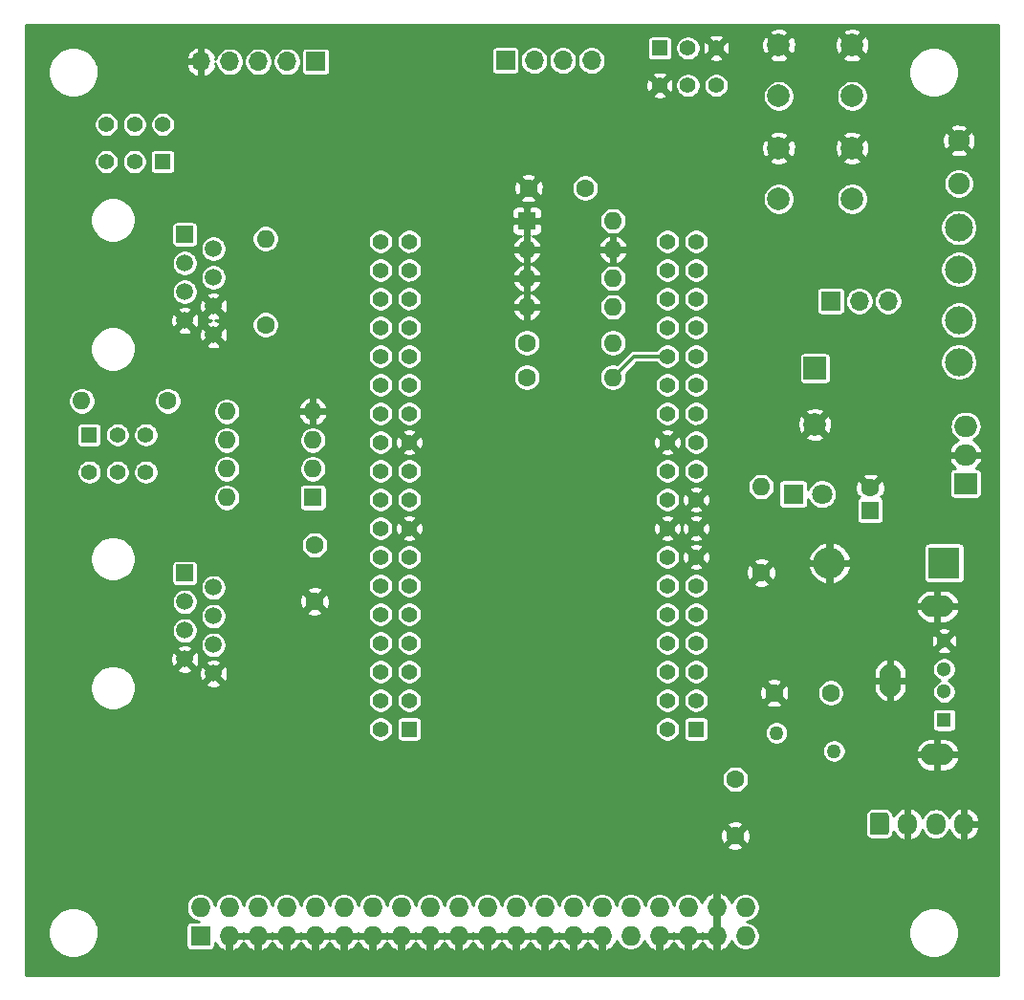
<source format=gbr>
G04 #@! TF.GenerationSoftware,KiCad,Pcbnew,(5.1.5)-3*
G04 #@! TF.CreationDate,2020-03-20T22:23:44-04:00*
G04 #@! TF.ProjectId,PB_16,50425f31-362e-46b6-9963-61645f706362,v2*
G04 #@! TF.SameCoordinates,Original*
G04 #@! TF.FileFunction,Copper,L2,Bot*
G04 #@! TF.FilePolarity,Positive*
%FSLAX46Y46*%
G04 Gerber Fmt 4.6, Leading zero omitted, Abs format (unit mm)*
G04 Created by KiCad (PCBNEW (5.1.5)-3) date 2020-03-20 22:23:44*
%MOMM*%
%LPD*%
G04 APERTURE LIST*
%ADD10O,1.700000X1.700000*%
%ADD11R,1.700000X1.700000*%
%ADD12C,1.904000*%
%ADD13C,1.600000*%
%ADD14R,1.600000X1.600000*%
%ADD15O,2.000000X1.905000*%
%ADD16R,2.000000X1.905000*%
%ADD17C,2.000000*%
%ADD18O,1.600000X1.600000*%
%ADD19C,1.400000*%
%ADD20R,1.400000X1.400000*%
%ADD21C,1.800000*%
%ADD22R,1.800000X1.800000*%
%ADD23C,1.500000*%
%ADD24R,1.500000X1.500000*%
%ADD25O,1.727200X1.727200*%
%ADD26R,1.727200X1.727200*%
%ADD27C,1.408000*%
%ADD28R,1.408000X1.408000*%
%ADD29O,1.700000X1.950000*%
%ADD30C,0.100000*%
%ADD31O,1.900000X2.900000*%
%ADD32O,2.900000X1.900000*%
%ADD33C,1.300000*%
%ADD34R,1.300000X1.300000*%
%ADD35C,2.475000*%
%ADD36C,1.270000*%
%ADD37O,2.800000X2.800000*%
%ADD38R,2.800000X2.800000*%
%ADD39R,2.000000X2.000000*%
%ADD40C,0.800000*%
%ADD41C,0.350000*%
%ADD42C,0.254000*%
G04 APERTURE END LIST*
D10*
X239780000Y-60900000D03*
X237240000Y-60900000D03*
D11*
X234700000Y-60900000D03*
D12*
X246049459Y-46685760D03*
X246049459Y-50495760D03*
D13*
X238200000Y-77450000D03*
D14*
X238200000Y-79450000D03*
D15*
X246650000Y-71970000D03*
X246650000Y-74510000D03*
D16*
X246650000Y-77050000D03*
D17*
X236600000Y-47350000D03*
X236600000Y-51850000D03*
X230100000Y-47350000D03*
X230100000Y-51850000D03*
X236600000Y-38250000D03*
X236600000Y-42750000D03*
X230100000Y-38250000D03*
X230100000Y-42750000D03*
D18*
X215420000Y-53800000D03*
X207800000Y-61420000D03*
X215420000Y-56340000D03*
X207800000Y-58880000D03*
X215420000Y-58880000D03*
X207800000Y-56340000D03*
X215420000Y-61420000D03*
D14*
X207800000Y-53800000D03*
D18*
X215420000Y-67650000D03*
D13*
X207800000Y-67650000D03*
D18*
X215420000Y-64600000D03*
D13*
X207800000Y-64600000D03*
X212950000Y-50900000D03*
X207950000Y-50900000D03*
D19*
X170550000Y-45250000D03*
X173050000Y-45250000D03*
X175550000Y-45250000D03*
X170550000Y-48550000D03*
X173050000Y-48550000D03*
D20*
X175550000Y-48550000D03*
D21*
X233940000Y-78000000D03*
D22*
X231400000Y-78000000D03*
D23*
X180040000Y-63890000D03*
X177500000Y-62620000D03*
X180040000Y-61350000D03*
X177500000Y-60080000D03*
X180040000Y-58810000D03*
X177500000Y-57540000D03*
X180040000Y-56270000D03*
D24*
X177500000Y-55000000D03*
D25*
X227144600Y-114592100D03*
X227144600Y-117132100D03*
X224604600Y-114592100D03*
X224604600Y-117132100D03*
X222064600Y-114592100D03*
X222064600Y-117132100D03*
X219524600Y-114592100D03*
X219524600Y-117132100D03*
X216984600Y-114592100D03*
X216984600Y-117132100D03*
X214444600Y-114592100D03*
X214444600Y-117132100D03*
X211904600Y-114592100D03*
X211904600Y-117132100D03*
X209364600Y-114592100D03*
X209364600Y-117132100D03*
X206824600Y-114592100D03*
X206824600Y-117132100D03*
X204284600Y-114592100D03*
X204284600Y-117132100D03*
X201744600Y-114592100D03*
X201744600Y-117132100D03*
X199204600Y-114592100D03*
X199204600Y-117132100D03*
X196664600Y-114592100D03*
X196664600Y-117132100D03*
X194124600Y-114592100D03*
X194124600Y-117132100D03*
X191584600Y-114592100D03*
X191584600Y-117132100D03*
X189044600Y-114592100D03*
X189044600Y-117132100D03*
X186504600Y-114592100D03*
X186504600Y-117132100D03*
X183964600Y-114592100D03*
X183964600Y-117132100D03*
X181424600Y-114592100D03*
X181424600Y-117132100D03*
X178884600Y-114592100D03*
D26*
X178884600Y-117132100D03*
D27*
X194844700Y-55622700D03*
X197384700Y-55622700D03*
X194844700Y-58162700D03*
X197384700Y-58162700D03*
X194844700Y-60702700D03*
X197384700Y-60702700D03*
X194844700Y-63242700D03*
X197384700Y-63242700D03*
X194844700Y-65782700D03*
X197384700Y-65782700D03*
X194844700Y-68322700D03*
X197384700Y-68322700D03*
X194844700Y-70862700D03*
X197384700Y-70862700D03*
X194844700Y-73402700D03*
X197384700Y-73402700D03*
X194844700Y-75942700D03*
X197384700Y-75942700D03*
X194844700Y-78482700D03*
X197384700Y-78482700D03*
X194844700Y-81022700D03*
X197384700Y-81022700D03*
X194844700Y-83562700D03*
X197384700Y-83562700D03*
X194844700Y-86102700D03*
X197384700Y-86102700D03*
X194844700Y-88642700D03*
X197384700Y-88642700D03*
X194844700Y-91182700D03*
X197384700Y-91182700D03*
X194844700Y-93722700D03*
X197384700Y-93722700D03*
X194844700Y-96262700D03*
X197384700Y-96262700D03*
X194844700Y-98802700D03*
D28*
X197384700Y-98802700D03*
D27*
X220244700Y-55622700D03*
X222784700Y-55622700D03*
X220244700Y-58162700D03*
X222784700Y-58162700D03*
X220244700Y-60702700D03*
X222784700Y-60702700D03*
X220244700Y-63242700D03*
X222784700Y-63242700D03*
X220244700Y-65782700D03*
X222784700Y-65782700D03*
X220244700Y-68322700D03*
X222784700Y-68322700D03*
X220244700Y-70862700D03*
X222784700Y-70862700D03*
X220244700Y-73402700D03*
X222784700Y-73402700D03*
X220244700Y-75942700D03*
X222784700Y-75942700D03*
X220244700Y-78482700D03*
X222784700Y-78482700D03*
X220244700Y-81022700D03*
X222784700Y-81022700D03*
X220244700Y-83562700D03*
X222784700Y-83562700D03*
X220244700Y-86102700D03*
X222784700Y-86102700D03*
X220244700Y-88642700D03*
X222784700Y-88642700D03*
X220244700Y-91182700D03*
X222784700Y-91182700D03*
X220244700Y-93722700D03*
X222784700Y-93722700D03*
X220244700Y-96262700D03*
X222784700Y-96262700D03*
X220244700Y-98802700D03*
D28*
X222784700Y-98802700D03*
D18*
X181230000Y-78300000D03*
X188850000Y-70680000D03*
X181230000Y-75760000D03*
X188850000Y-73220000D03*
X181230000Y-73220000D03*
X188850000Y-75760000D03*
X181230000Y-70680000D03*
D14*
X188850000Y-78300000D03*
D19*
X174050000Y-76050000D03*
X171550000Y-76050000D03*
X169050000Y-76050000D03*
X174050000Y-72750000D03*
X171550000Y-72750000D03*
D20*
X169050000Y-72750000D03*
D19*
X224560000Y-41800000D03*
X222060000Y-41800000D03*
X219560000Y-41800000D03*
X224560000Y-38500000D03*
X222060000Y-38500000D03*
D20*
X219560000Y-38500000D03*
D18*
X168380000Y-69750000D03*
D13*
X176000000Y-69750000D03*
D18*
X184650000Y-55380000D03*
D13*
X184650000Y-63000000D03*
D18*
X228550000Y-77330000D03*
D13*
X228550000Y-84950000D03*
D23*
X180040000Y-93890000D03*
X177500000Y-92620000D03*
X180040000Y-91350000D03*
X177500000Y-90080000D03*
X180040000Y-88810000D03*
X177500000Y-87540000D03*
X180040000Y-86270000D03*
D24*
X177500000Y-85000000D03*
D10*
X178940000Y-39700000D03*
X181480000Y-39700000D03*
X184020000Y-39700000D03*
X186560000Y-39700000D03*
D11*
X189100000Y-39700000D03*
D29*
X246500000Y-107200000D03*
X244000000Y-107200000D03*
X241500000Y-107200000D03*
G04 #@! TA.AperFunction,ComponentPad*
D30*
G36*
X239624504Y-106226204D02*
G01*
X239648773Y-106229804D01*
X239672571Y-106235765D01*
X239695671Y-106244030D01*
X239717849Y-106254520D01*
X239738893Y-106267133D01*
X239758598Y-106281747D01*
X239776777Y-106298223D01*
X239793253Y-106316402D01*
X239807867Y-106336107D01*
X239820480Y-106357151D01*
X239830970Y-106379329D01*
X239839235Y-106402429D01*
X239845196Y-106426227D01*
X239848796Y-106450496D01*
X239850000Y-106475000D01*
X239850000Y-107925000D01*
X239848796Y-107949504D01*
X239845196Y-107973773D01*
X239839235Y-107997571D01*
X239830970Y-108020671D01*
X239820480Y-108042849D01*
X239807867Y-108063893D01*
X239793253Y-108083598D01*
X239776777Y-108101777D01*
X239758598Y-108118253D01*
X239738893Y-108132867D01*
X239717849Y-108145480D01*
X239695671Y-108155970D01*
X239672571Y-108164235D01*
X239648773Y-108170196D01*
X239624504Y-108173796D01*
X239600000Y-108175000D01*
X238400000Y-108175000D01*
X238375496Y-108173796D01*
X238351227Y-108170196D01*
X238327429Y-108164235D01*
X238304329Y-108155970D01*
X238282151Y-108145480D01*
X238261107Y-108132867D01*
X238241402Y-108118253D01*
X238223223Y-108101777D01*
X238206747Y-108083598D01*
X238192133Y-108063893D01*
X238179520Y-108042849D01*
X238169030Y-108020671D01*
X238160765Y-107997571D01*
X238154804Y-107973773D01*
X238151204Y-107949504D01*
X238150000Y-107925000D01*
X238150000Y-106475000D01*
X238151204Y-106450496D01*
X238154804Y-106426227D01*
X238160765Y-106402429D01*
X238169030Y-106379329D01*
X238179520Y-106357151D01*
X238192133Y-106336107D01*
X238206747Y-106316402D01*
X238223223Y-106298223D01*
X238241402Y-106281747D01*
X238261107Y-106267133D01*
X238282151Y-106254520D01*
X238304329Y-106244030D01*
X238327429Y-106235765D01*
X238351227Y-106229804D01*
X238375496Y-106226204D01*
X238400000Y-106225000D01*
X239600000Y-106225000D01*
X239624504Y-106226204D01*
G37*
G04 #@! TD.AperFunction*
D10*
X213520000Y-39600000D03*
X210980000Y-39600000D03*
X208440000Y-39600000D03*
D11*
X205900000Y-39600000D03*
D31*
X239970000Y-94500000D03*
D32*
X244150000Y-87930000D03*
X244150000Y-101070000D03*
D33*
X244750000Y-91000000D03*
X244750000Y-93500000D03*
X244750000Y-95500000D03*
D34*
X244750000Y-98000000D03*
D35*
X246050000Y-66300000D03*
X246050000Y-54400000D03*
X246050000Y-62600000D03*
X246050000Y-58100000D03*
D36*
X235000000Y-100750000D03*
X229900000Y-99150000D03*
D37*
X234590000Y-84100000D03*
D38*
X244750000Y-84100000D03*
D13*
X189000000Y-87500000D03*
X189000000Y-82500000D03*
X226250000Y-108250000D03*
X226250000Y-103250000D03*
D17*
X233300000Y-71850000D03*
D39*
X233300000Y-66850000D03*
D13*
X229700000Y-95600000D03*
X234700000Y-95600000D03*
D40*
X215950000Y-51600000D03*
X188150000Y-55350000D03*
X215700000Y-108900000D03*
X190900000Y-58300000D03*
X204550000Y-96100000D03*
X184600000Y-112200000D03*
X201000000Y-112550000D03*
X198500000Y-112600000D03*
X196100000Y-100600000D03*
X198350000Y-100600000D03*
X192450000Y-78800000D03*
X213600000Y-41850000D03*
X223050000Y-53650000D03*
X220400000Y-52900000D03*
X205900000Y-42050000D03*
X180550000Y-37350000D03*
X165250000Y-37600000D03*
X165200000Y-49550000D03*
X179150000Y-74900000D03*
X224550000Y-88750000D03*
X219850000Y-100600000D03*
X203350000Y-66050000D03*
X183650000Y-87950000D03*
X174250000Y-46800000D03*
X170400000Y-50750000D03*
X170500000Y-46950000D03*
X178050000Y-50150000D03*
X175850000Y-56450000D03*
X181150000Y-50350000D03*
X182050000Y-55900000D03*
X184600000Y-57850000D03*
X187650000Y-50900000D03*
X179550000Y-42850000D03*
X173150000Y-41350000D03*
X175850000Y-72600000D03*
X172850000Y-74350000D03*
X181500000Y-84900000D03*
X166550000Y-86000000D03*
X166400000Y-76650000D03*
X172500000Y-77650000D03*
X217950000Y-68150000D03*
X205800000Y-67700000D03*
X209750000Y-67850000D03*
X218300000Y-70750000D03*
X205850000Y-70800000D03*
X248050000Y-69800000D03*
X241850000Y-62200000D03*
X234750000Y-58700000D03*
X243200000Y-56250000D03*
X231150000Y-53750000D03*
X228650000Y-55550000D03*
X239050000Y-51900000D03*
X225600000Y-56950000D03*
X226000000Y-42700000D03*
X246300000Y-79200000D03*
X237700000Y-101200000D03*
X248700000Y-112000000D03*
X228100000Y-101900000D03*
X224500000Y-102350000D03*
X224650000Y-91950000D03*
X228450000Y-75150000D03*
X228300000Y-79400000D03*
X187050000Y-77000000D03*
X186600000Y-64350000D03*
X183050000Y-78500000D03*
X186200000Y-82500000D03*
X184700000Y-106650000D03*
X178100000Y-112250000D03*
X174600000Y-119750000D03*
X174450000Y-58950000D03*
X187500000Y-43700000D03*
X227800000Y-52150000D03*
X223050000Y-43400000D03*
X248650000Y-58650000D03*
X248550000Y-50700000D03*
X243250000Y-49800000D03*
X236950000Y-96150000D03*
X218900000Y-95050000D03*
X219100000Y-112750000D03*
X228854000Y-119888000D03*
X175700000Y-84900000D03*
D41*
X217287300Y-65782700D02*
X220244700Y-65782700D01*
X215420000Y-67650000D02*
X217287300Y-65782700D01*
D42*
G36*
X249568001Y-120568000D02*
G01*
X163432000Y-120568000D01*
X163432000Y-116617705D01*
X165383000Y-116617705D01*
X165383000Y-117062295D01*
X165469735Y-117498343D01*
X165639872Y-117909091D01*
X165886873Y-118278754D01*
X166201246Y-118593127D01*
X166570909Y-118840128D01*
X166981657Y-119010265D01*
X167417705Y-119097000D01*
X167862295Y-119097000D01*
X168298343Y-119010265D01*
X168709091Y-118840128D01*
X169078754Y-118593127D01*
X169393127Y-118278754D01*
X169640128Y-117909091D01*
X169810265Y-117498343D01*
X169897000Y-117062295D01*
X169897000Y-116617705D01*
X169827540Y-116268500D01*
X177612031Y-116268500D01*
X177612031Y-117995700D01*
X177619889Y-118075486D01*
X177643162Y-118152206D01*
X177680955Y-118222911D01*
X177731815Y-118284885D01*
X177793789Y-118335745D01*
X177864494Y-118373538D01*
X177941214Y-118396811D01*
X178021000Y-118404669D01*
X179748200Y-118404669D01*
X179827986Y-118396811D01*
X179904706Y-118373538D01*
X179975411Y-118335745D01*
X180037385Y-118284885D01*
X180088245Y-118222911D01*
X180126038Y-118152206D01*
X180149311Y-118075486D01*
X180157169Y-117995700D01*
X180157169Y-117689884D01*
X180189958Y-117771981D01*
X180338516Y-118000553D01*
X180528812Y-118195750D01*
X180753532Y-118350072D01*
X181004041Y-118457588D01*
X181037882Y-118467846D01*
X181251600Y-118379006D01*
X181251600Y-117305100D01*
X181597600Y-117305100D01*
X181597600Y-118379006D01*
X181811318Y-118467846D01*
X181845159Y-118457588D01*
X182095668Y-118350072D01*
X182320388Y-118195750D01*
X182510684Y-118000553D01*
X182659242Y-117771981D01*
X182694600Y-117683452D01*
X182729958Y-117771981D01*
X182878516Y-118000553D01*
X183068812Y-118195750D01*
X183293532Y-118350072D01*
X183544041Y-118457588D01*
X183577882Y-118467846D01*
X183791600Y-118379006D01*
X183791600Y-117305100D01*
X184137600Y-117305100D01*
X184137600Y-118379006D01*
X184351318Y-118467846D01*
X184385159Y-118457588D01*
X184635668Y-118350072D01*
X184860388Y-118195750D01*
X185050684Y-118000553D01*
X185199242Y-117771981D01*
X185234600Y-117683452D01*
X185269958Y-117771981D01*
X185418516Y-118000553D01*
X185608812Y-118195750D01*
X185833532Y-118350072D01*
X186084041Y-118457588D01*
X186117882Y-118467846D01*
X186331600Y-118379006D01*
X186331600Y-117305100D01*
X186677600Y-117305100D01*
X186677600Y-118379006D01*
X186891318Y-118467846D01*
X186925159Y-118457588D01*
X187175668Y-118350072D01*
X187400388Y-118195750D01*
X187590684Y-118000553D01*
X187739242Y-117771981D01*
X187774600Y-117683452D01*
X187809958Y-117771981D01*
X187958516Y-118000553D01*
X188148812Y-118195750D01*
X188373532Y-118350072D01*
X188624041Y-118457588D01*
X188657882Y-118467846D01*
X188871600Y-118379006D01*
X188871600Y-117305100D01*
X189217600Y-117305100D01*
X189217600Y-118379006D01*
X189431318Y-118467846D01*
X189465159Y-118457588D01*
X189715668Y-118350072D01*
X189940388Y-118195750D01*
X190130684Y-118000553D01*
X190279242Y-117771981D01*
X190314600Y-117683452D01*
X190349958Y-117771981D01*
X190498516Y-118000553D01*
X190688812Y-118195750D01*
X190913532Y-118350072D01*
X191164041Y-118457588D01*
X191197882Y-118467846D01*
X191411600Y-118379006D01*
X191411600Y-117305100D01*
X191757600Y-117305100D01*
X191757600Y-118379006D01*
X191971318Y-118467846D01*
X192005159Y-118457588D01*
X192255668Y-118350072D01*
X192480388Y-118195750D01*
X192670684Y-118000553D01*
X192819242Y-117771981D01*
X192854600Y-117683452D01*
X192889958Y-117771981D01*
X193038516Y-118000553D01*
X193228812Y-118195750D01*
X193453532Y-118350072D01*
X193704041Y-118457588D01*
X193737882Y-118467846D01*
X193951600Y-118379006D01*
X193951600Y-117305100D01*
X194297600Y-117305100D01*
X194297600Y-118379006D01*
X194511318Y-118467846D01*
X194545159Y-118457588D01*
X194795668Y-118350072D01*
X195020388Y-118195750D01*
X195210684Y-118000553D01*
X195359242Y-117771981D01*
X195394600Y-117683452D01*
X195429958Y-117771981D01*
X195578516Y-118000553D01*
X195768812Y-118195750D01*
X195993532Y-118350072D01*
X196244041Y-118457588D01*
X196277882Y-118467846D01*
X196491600Y-118379006D01*
X196491600Y-117305100D01*
X196837600Y-117305100D01*
X196837600Y-118379006D01*
X197051318Y-118467846D01*
X197085159Y-118457588D01*
X197335668Y-118350072D01*
X197560388Y-118195750D01*
X197750684Y-118000553D01*
X197899242Y-117771981D01*
X197934600Y-117683452D01*
X197969958Y-117771981D01*
X198118516Y-118000553D01*
X198308812Y-118195750D01*
X198533532Y-118350072D01*
X198784041Y-118457588D01*
X198817882Y-118467846D01*
X199031600Y-118379006D01*
X199031600Y-117305100D01*
X199377600Y-117305100D01*
X199377600Y-118379006D01*
X199591318Y-118467846D01*
X199625159Y-118457588D01*
X199875668Y-118350072D01*
X200100388Y-118195750D01*
X200290684Y-118000553D01*
X200439242Y-117771981D01*
X200474600Y-117683452D01*
X200509958Y-117771981D01*
X200658516Y-118000553D01*
X200848812Y-118195750D01*
X201073532Y-118350072D01*
X201324041Y-118457588D01*
X201357882Y-118467846D01*
X201571600Y-118379006D01*
X201571600Y-117305100D01*
X201917600Y-117305100D01*
X201917600Y-118379006D01*
X202131318Y-118467846D01*
X202165159Y-118457588D01*
X202415668Y-118350072D01*
X202640388Y-118195750D01*
X202830684Y-118000553D01*
X202979242Y-117771981D01*
X203014600Y-117683452D01*
X203049958Y-117771981D01*
X203198516Y-118000553D01*
X203388812Y-118195750D01*
X203613532Y-118350072D01*
X203864041Y-118457588D01*
X203897882Y-118467846D01*
X204111600Y-118379006D01*
X204111600Y-117305100D01*
X204457600Y-117305100D01*
X204457600Y-118379006D01*
X204671318Y-118467846D01*
X204705159Y-118457588D01*
X204955668Y-118350072D01*
X205180388Y-118195750D01*
X205370684Y-118000553D01*
X205519242Y-117771981D01*
X205554600Y-117683452D01*
X205589958Y-117771981D01*
X205738516Y-118000553D01*
X205928812Y-118195750D01*
X206153532Y-118350072D01*
X206404041Y-118457588D01*
X206437882Y-118467846D01*
X206651600Y-118379006D01*
X206651600Y-117305100D01*
X206997600Y-117305100D01*
X206997600Y-118379006D01*
X207211318Y-118467846D01*
X207245159Y-118457588D01*
X207495668Y-118350072D01*
X207720388Y-118195750D01*
X207910684Y-118000553D01*
X208059242Y-117771981D01*
X208094600Y-117683452D01*
X208129958Y-117771981D01*
X208278516Y-118000553D01*
X208468812Y-118195750D01*
X208693532Y-118350072D01*
X208944041Y-118457588D01*
X208977882Y-118467846D01*
X209191600Y-118379006D01*
X209191600Y-117305100D01*
X209537600Y-117305100D01*
X209537600Y-118379006D01*
X209751318Y-118467846D01*
X209785159Y-118457588D01*
X210035668Y-118350072D01*
X210260388Y-118195750D01*
X210450684Y-118000553D01*
X210599242Y-117771981D01*
X210634600Y-117683452D01*
X210669958Y-117771981D01*
X210818516Y-118000553D01*
X211008812Y-118195750D01*
X211233532Y-118350072D01*
X211484041Y-118457588D01*
X211517882Y-118467846D01*
X211731600Y-118379006D01*
X211731600Y-117305100D01*
X212077600Y-117305100D01*
X212077600Y-118379006D01*
X212291318Y-118467846D01*
X212325159Y-118457588D01*
X212575668Y-118350072D01*
X212800388Y-118195750D01*
X212990684Y-118000553D01*
X213139242Y-117771981D01*
X213174600Y-117683452D01*
X213209958Y-117771981D01*
X213358516Y-118000553D01*
X213548812Y-118195750D01*
X213773532Y-118350072D01*
X214024041Y-118457588D01*
X214057882Y-118467846D01*
X214271600Y-118379006D01*
X214271600Y-117305100D01*
X213196546Y-117305100D01*
X213174600Y-117358582D01*
X213152654Y-117305100D01*
X212077600Y-117305100D01*
X211731600Y-117305100D01*
X210656546Y-117305100D01*
X210634600Y-117358582D01*
X210612654Y-117305100D01*
X209537600Y-117305100D01*
X209191600Y-117305100D01*
X208116546Y-117305100D01*
X208094600Y-117358582D01*
X208072654Y-117305100D01*
X206997600Y-117305100D01*
X206651600Y-117305100D01*
X205576546Y-117305100D01*
X205554600Y-117358582D01*
X205532654Y-117305100D01*
X204457600Y-117305100D01*
X204111600Y-117305100D01*
X203036546Y-117305100D01*
X203014600Y-117358582D01*
X202992654Y-117305100D01*
X201917600Y-117305100D01*
X201571600Y-117305100D01*
X200496546Y-117305100D01*
X200474600Y-117358582D01*
X200452654Y-117305100D01*
X199377600Y-117305100D01*
X199031600Y-117305100D01*
X197956546Y-117305100D01*
X197934600Y-117358582D01*
X197912654Y-117305100D01*
X196837600Y-117305100D01*
X196491600Y-117305100D01*
X195416546Y-117305100D01*
X195394600Y-117358582D01*
X195372654Y-117305100D01*
X194297600Y-117305100D01*
X193951600Y-117305100D01*
X192876546Y-117305100D01*
X192854600Y-117358582D01*
X192832654Y-117305100D01*
X191757600Y-117305100D01*
X191411600Y-117305100D01*
X190336546Y-117305100D01*
X190314600Y-117358582D01*
X190292654Y-117305100D01*
X189217600Y-117305100D01*
X188871600Y-117305100D01*
X187796546Y-117305100D01*
X187774600Y-117358582D01*
X187752654Y-117305100D01*
X186677600Y-117305100D01*
X186331600Y-117305100D01*
X185256546Y-117305100D01*
X185234600Y-117358582D01*
X185212654Y-117305100D01*
X184137600Y-117305100D01*
X183791600Y-117305100D01*
X182716546Y-117305100D01*
X182694600Y-117358582D01*
X182672654Y-117305100D01*
X181597600Y-117305100D01*
X181251600Y-117305100D01*
X181231600Y-117305100D01*
X181231600Y-116959100D01*
X181251600Y-116959100D01*
X181251600Y-116939100D01*
X181597600Y-116939100D01*
X181597600Y-116959100D01*
X182672654Y-116959100D01*
X182694600Y-116905618D01*
X182716546Y-116959100D01*
X183791600Y-116959100D01*
X183791600Y-116939100D01*
X184137600Y-116939100D01*
X184137600Y-116959100D01*
X185212654Y-116959100D01*
X185234600Y-116905618D01*
X185256546Y-116959100D01*
X186331600Y-116959100D01*
X186331600Y-116939100D01*
X186677600Y-116939100D01*
X186677600Y-116959100D01*
X187752654Y-116959100D01*
X187774600Y-116905618D01*
X187796546Y-116959100D01*
X188871600Y-116959100D01*
X188871600Y-116939100D01*
X189217600Y-116939100D01*
X189217600Y-116959100D01*
X190292654Y-116959100D01*
X190314600Y-116905618D01*
X190336546Y-116959100D01*
X191411600Y-116959100D01*
X191411600Y-116939100D01*
X191757600Y-116939100D01*
X191757600Y-116959100D01*
X192832654Y-116959100D01*
X192854600Y-116905618D01*
X192876546Y-116959100D01*
X193951600Y-116959100D01*
X193951600Y-116939100D01*
X194297600Y-116939100D01*
X194297600Y-116959100D01*
X195372654Y-116959100D01*
X195394600Y-116905618D01*
X195416546Y-116959100D01*
X196491600Y-116959100D01*
X196491600Y-116939100D01*
X196837600Y-116939100D01*
X196837600Y-116959100D01*
X197912654Y-116959100D01*
X197934600Y-116905618D01*
X197956546Y-116959100D01*
X199031600Y-116959100D01*
X199031600Y-116939100D01*
X199377600Y-116939100D01*
X199377600Y-116959100D01*
X200452654Y-116959100D01*
X200474600Y-116905618D01*
X200496546Y-116959100D01*
X201571600Y-116959100D01*
X201571600Y-116939100D01*
X201917600Y-116939100D01*
X201917600Y-116959100D01*
X202992654Y-116959100D01*
X203014600Y-116905618D01*
X203036546Y-116959100D01*
X204111600Y-116959100D01*
X204111600Y-116939100D01*
X204457600Y-116939100D01*
X204457600Y-116959100D01*
X205532654Y-116959100D01*
X205554600Y-116905618D01*
X205576546Y-116959100D01*
X206651600Y-116959100D01*
X206651600Y-116939100D01*
X206997600Y-116939100D01*
X206997600Y-116959100D01*
X208072654Y-116959100D01*
X208094600Y-116905618D01*
X208116546Y-116959100D01*
X209191600Y-116959100D01*
X209191600Y-116939100D01*
X209537600Y-116939100D01*
X209537600Y-116959100D01*
X210612654Y-116959100D01*
X210634600Y-116905618D01*
X210656546Y-116959100D01*
X211731600Y-116959100D01*
X211731600Y-116939100D01*
X212077600Y-116939100D01*
X212077600Y-116959100D01*
X213152654Y-116959100D01*
X213174600Y-116905618D01*
X213196546Y-116959100D01*
X214271600Y-116959100D01*
X214271600Y-116939100D01*
X214617600Y-116939100D01*
X214617600Y-116959100D01*
X214637600Y-116959100D01*
X214637600Y-117305100D01*
X214617600Y-117305100D01*
X214617600Y-118379006D01*
X214831318Y-118467846D01*
X214865159Y-118457588D01*
X215115668Y-118350072D01*
X215340388Y-118195750D01*
X215530684Y-118000553D01*
X215679242Y-117771981D01*
X215775024Y-117532163D01*
X215858609Y-117733955D01*
X215997660Y-117942060D01*
X216174640Y-118119040D01*
X216382745Y-118258091D01*
X216613980Y-118353872D01*
X216859457Y-118402700D01*
X217109743Y-118402700D01*
X217355220Y-118353872D01*
X217586455Y-118258091D01*
X217794560Y-118119040D01*
X217971540Y-117942060D01*
X218110591Y-117733955D01*
X218194176Y-117532163D01*
X218289958Y-117771981D01*
X218438516Y-118000553D01*
X218628812Y-118195750D01*
X218853532Y-118350072D01*
X219104041Y-118457588D01*
X219137882Y-118467846D01*
X219351600Y-118379006D01*
X219351600Y-117305100D01*
X219697600Y-117305100D01*
X219697600Y-118379006D01*
X219911318Y-118467846D01*
X219945159Y-118457588D01*
X220195668Y-118350072D01*
X220420388Y-118195750D01*
X220610684Y-118000553D01*
X220759242Y-117771981D01*
X220794600Y-117683452D01*
X220829958Y-117771981D01*
X220978516Y-118000553D01*
X221168812Y-118195750D01*
X221393532Y-118350072D01*
X221644041Y-118457588D01*
X221677882Y-118467846D01*
X221891600Y-118379006D01*
X221891600Y-117305100D01*
X222237600Y-117305100D01*
X222237600Y-118379006D01*
X222451318Y-118467846D01*
X222485159Y-118457588D01*
X222735668Y-118350072D01*
X222960388Y-118195750D01*
X223150684Y-118000553D01*
X223299242Y-117771981D01*
X223334600Y-117683452D01*
X223369958Y-117771981D01*
X223518516Y-118000553D01*
X223708812Y-118195750D01*
X223933532Y-118350072D01*
X224184041Y-118457588D01*
X224217882Y-118467846D01*
X224431600Y-118379006D01*
X224431600Y-117305100D01*
X223356546Y-117305100D01*
X223334600Y-117358582D01*
X223312654Y-117305100D01*
X222237600Y-117305100D01*
X221891600Y-117305100D01*
X220816546Y-117305100D01*
X220794600Y-117358582D01*
X220772654Y-117305100D01*
X219697600Y-117305100D01*
X219351600Y-117305100D01*
X219331600Y-117305100D01*
X219331600Y-116959100D01*
X219351600Y-116959100D01*
X219351600Y-116939100D01*
X219697600Y-116939100D01*
X219697600Y-116959100D01*
X220772654Y-116959100D01*
X220794600Y-116905618D01*
X220816546Y-116959100D01*
X221891600Y-116959100D01*
X221891600Y-116939100D01*
X222237600Y-116939100D01*
X222237600Y-116959100D01*
X223312654Y-116959100D01*
X223334600Y-116905618D01*
X223356546Y-116959100D01*
X224431600Y-116959100D01*
X224431600Y-115885194D01*
X224376044Y-115862100D01*
X224431600Y-115839006D01*
X224431600Y-114765100D01*
X224411600Y-114765100D01*
X224411600Y-114419100D01*
X224431600Y-114419100D01*
X224431600Y-113345194D01*
X224777600Y-113345194D01*
X224777600Y-114419100D01*
X224797600Y-114419100D01*
X224797600Y-114765100D01*
X224777600Y-114765100D01*
X224777600Y-115839006D01*
X224833156Y-115862100D01*
X224777600Y-115885194D01*
X224777600Y-116959100D01*
X224797600Y-116959100D01*
X224797600Y-117305100D01*
X224777600Y-117305100D01*
X224777600Y-118379006D01*
X224991318Y-118467846D01*
X225025159Y-118457588D01*
X225275668Y-118350072D01*
X225500388Y-118195750D01*
X225690684Y-118000553D01*
X225839242Y-117771981D01*
X225935024Y-117532163D01*
X226018609Y-117733955D01*
X226157660Y-117942060D01*
X226334640Y-118119040D01*
X226542745Y-118258091D01*
X226773980Y-118353872D01*
X227019457Y-118402700D01*
X227269743Y-118402700D01*
X227515220Y-118353872D01*
X227746455Y-118258091D01*
X227954560Y-118119040D01*
X228131540Y-117942060D01*
X228270591Y-117733955D01*
X228366372Y-117502720D01*
X228415200Y-117257243D01*
X228415200Y-117006957D01*
X228366372Y-116761480D01*
X228306819Y-116617705D01*
X241583000Y-116617705D01*
X241583000Y-117062295D01*
X241669735Y-117498343D01*
X241839872Y-117909091D01*
X242086873Y-118278754D01*
X242401246Y-118593127D01*
X242770909Y-118840128D01*
X243181657Y-119010265D01*
X243617705Y-119097000D01*
X244062295Y-119097000D01*
X244498343Y-119010265D01*
X244909091Y-118840128D01*
X245278754Y-118593127D01*
X245593127Y-118278754D01*
X245840128Y-117909091D01*
X246010265Y-117498343D01*
X246097000Y-117062295D01*
X246097000Y-116617705D01*
X246010265Y-116181657D01*
X245840128Y-115770909D01*
X245593127Y-115401246D01*
X245278754Y-115086873D01*
X244909091Y-114839872D01*
X244498343Y-114669735D01*
X244062295Y-114583000D01*
X243617705Y-114583000D01*
X243181657Y-114669735D01*
X242770909Y-114839872D01*
X242401246Y-115086873D01*
X242086873Y-115401246D01*
X241839872Y-115770909D01*
X241669735Y-116181657D01*
X241583000Y-116617705D01*
X228306819Y-116617705D01*
X228270591Y-116530245D01*
X228131540Y-116322140D01*
X227954560Y-116145160D01*
X227746455Y-116006109D01*
X227515220Y-115910328D01*
X227272759Y-115862100D01*
X227515220Y-115813872D01*
X227746455Y-115718091D01*
X227954560Y-115579040D01*
X228131540Y-115402060D01*
X228270591Y-115193955D01*
X228366372Y-114962720D01*
X228415200Y-114717243D01*
X228415200Y-114466957D01*
X228366372Y-114221480D01*
X228270591Y-113990245D01*
X228131540Y-113782140D01*
X227954560Y-113605160D01*
X227746455Y-113466109D01*
X227515220Y-113370328D01*
X227269743Y-113321500D01*
X227019457Y-113321500D01*
X226773980Y-113370328D01*
X226542745Y-113466109D01*
X226334640Y-113605160D01*
X226157660Y-113782140D01*
X226018609Y-113990245D01*
X225935024Y-114192037D01*
X225839242Y-113952219D01*
X225690684Y-113723647D01*
X225500388Y-113528450D01*
X225275668Y-113374128D01*
X225025159Y-113266612D01*
X224991318Y-113256354D01*
X224777600Y-113345194D01*
X224431600Y-113345194D01*
X224217882Y-113256354D01*
X224184041Y-113266612D01*
X223933532Y-113374128D01*
X223708812Y-113528450D01*
X223518516Y-113723647D01*
X223369958Y-113952219D01*
X223274176Y-114192037D01*
X223190591Y-113990245D01*
X223051540Y-113782140D01*
X222874560Y-113605160D01*
X222666455Y-113466109D01*
X222435220Y-113370328D01*
X222189743Y-113321500D01*
X221939457Y-113321500D01*
X221693980Y-113370328D01*
X221462745Y-113466109D01*
X221254640Y-113605160D01*
X221077660Y-113782140D01*
X220938609Y-113990245D01*
X220842828Y-114221480D01*
X220794600Y-114463941D01*
X220746372Y-114221480D01*
X220650591Y-113990245D01*
X220511540Y-113782140D01*
X220334560Y-113605160D01*
X220126455Y-113466109D01*
X219895220Y-113370328D01*
X219649743Y-113321500D01*
X219399457Y-113321500D01*
X219153980Y-113370328D01*
X218922745Y-113466109D01*
X218714640Y-113605160D01*
X218537660Y-113782140D01*
X218398609Y-113990245D01*
X218302828Y-114221480D01*
X218254600Y-114463941D01*
X218206372Y-114221480D01*
X218110591Y-113990245D01*
X217971540Y-113782140D01*
X217794560Y-113605160D01*
X217586455Y-113466109D01*
X217355220Y-113370328D01*
X217109743Y-113321500D01*
X216859457Y-113321500D01*
X216613980Y-113370328D01*
X216382745Y-113466109D01*
X216174640Y-113605160D01*
X215997660Y-113782140D01*
X215858609Y-113990245D01*
X215762828Y-114221480D01*
X215714600Y-114463941D01*
X215666372Y-114221480D01*
X215570591Y-113990245D01*
X215431540Y-113782140D01*
X215254560Y-113605160D01*
X215046455Y-113466109D01*
X214815220Y-113370328D01*
X214569743Y-113321500D01*
X214319457Y-113321500D01*
X214073980Y-113370328D01*
X213842745Y-113466109D01*
X213634640Y-113605160D01*
X213457660Y-113782140D01*
X213318609Y-113990245D01*
X213222828Y-114221480D01*
X213174600Y-114463941D01*
X213126372Y-114221480D01*
X213030591Y-113990245D01*
X212891540Y-113782140D01*
X212714560Y-113605160D01*
X212506455Y-113466109D01*
X212275220Y-113370328D01*
X212029743Y-113321500D01*
X211779457Y-113321500D01*
X211533980Y-113370328D01*
X211302745Y-113466109D01*
X211094640Y-113605160D01*
X210917660Y-113782140D01*
X210778609Y-113990245D01*
X210682828Y-114221480D01*
X210634600Y-114463941D01*
X210586372Y-114221480D01*
X210490591Y-113990245D01*
X210351540Y-113782140D01*
X210174560Y-113605160D01*
X209966455Y-113466109D01*
X209735220Y-113370328D01*
X209489743Y-113321500D01*
X209239457Y-113321500D01*
X208993980Y-113370328D01*
X208762745Y-113466109D01*
X208554640Y-113605160D01*
X208377660Y-113782140D01*
X208238609Y-113990245D01*
X208142828Y-114221480D01*
X208094600Y-114463941D01*
X208046372Y-114221480D01*
X207950591Y-113990245D01*
X207811540Y-113782140D01*
X207634560Y-113605160D01*
X207426455Y-113466109D01*
X207195220Y-113370328D01*
X206949743Y-113321500D01*
X206699457Y-113321500D01*
X206453980Y-113370328D01*
X206222745Y-113466109D01*
X206014640Y-113605160D01*
X205837660Y-113782140D01*
X205698609Y-113990245D01*
X205602828Y-114221480D01*
X205554600Y-114463941D01*
X205506372Y-114221480D01*
X205410591Y-113990245D01*
X205271540Y-113782140D01*
X205094560Y-113605160D01*
X204886455Y-113466109D01*
X204655220Y-113370328D01*
X204409743Y-113321500D01*
X204159457Y-113321500D01*
X203913980Y-113370328D01*
X203682745Y-113466109D01*
X203474640Y-113605160D01*
X203297660Y-113782140D01*
X203158609Y-113990245D01*
X203062828Y-114221480D01*
X203014600Y-114463941D01*
X202966372Y-114221480D01*
X202870591Y-113990245D01*
X202731540Y-113782140D01*
X202554560Y-113605160D01*
X202346455Y-113466109D01*
X202115220Y-113370328D01*
X201869743Y-113321500D01*
X201619457Y-113321500D01*
X201373980Y-113370328D01*
X201142745Y-113466109D01*
X200934640Y-113605160D01*
X200757660Y-113782140D01*
X200618609Y-113990245D01*
X200522828Y-114221480D01*
X200474600Y-114463941D01*
X200426372Y-114221480D01*
X200330591Y-113990245D01*
X200191540Y-113782140D01*
X200014560Y-113605160D01*
X199806455Y-113466109D01*
X199575220Y-113370328D01*
X199329743Y-113321500D01*
X199079457Y-113321500D01*
X198833980Y-113370328D01*
X198602745Y-113466109D01*
X198394640Y-113605160D01*
X198217660Y-113782140D01*
X198078609Y-113990245D01*
X197982828Y-114221480D01*
X197934600Y-114463941D01*
X197886372Y-114221480D01*
X197790591Y-113990245D01*
X197651540Y-113782140D01*
X197474560Y-113605160D01*
X197266455Y-113466109D01*
X197035220Y-113370328D01*
X196789743Y-113321500D01*
X196539457Y-113321500D01*
X196293980Y-113370328D01*
X196062745Y-113466109D01*
X195854640Y-113605160D01*
X195677660Y-113782140D01*
X195538609Y-113990245D01*
X195442828Y-114221480D01*
X195394600Y-114463941D01*
X195346372Y-114221480D01*
X195250591Y-113990245D01*
X195111540Y-113782140D01*
X194934560Y-113605160D01*
X194726455Y-113466109D01*
X194495220Y-113370328D01*
X194249743Y-113321500D01*
X193999457Y-113321500D01*
X193753980Y-113370328D01*
X193522745Y-113466109D01*
X193314640Y-113605160D01*
X193137660Y-113782140D01*
X192998609Y-113990245D01*
X192902828Y-114221480D01*
X192854600Y-114463941D01*
X192806372Y-114221480D01*
X192710591Y-113990245D01*
X192571540Y-113782140D01*
X192394560Y-113605160D01*
X192186455Y-113466109D01*
X191955220Y-113370328D01*
X191709743Y-113321500D01*
X191459457Y-113321500D01*
X191213980Y-113370328D01*
X190982745Y-113466109D01*
X190774640Y-113605160D01*
X190597660Y-113782140D01*
X190458609Y-113990245D01*
X190362828Y-114221480D01*
X190314600Y-114463941D01*
X190266372Y-114221480D01*
X190170591Y-113990245D01*
X190031540Y-113782140D01*
X189854560Y-113605160D01*
X189646455Y-113466109D01*
X189415220Y-113370328D01*
X189169743Y-113321500D01*
X188919457Y-113321500D01*
X188673980Y-113370328D01*
X188442745Y-113466109D01*
X188234640Y-113605160D01*
X188057660Y-113782140D01*
X187918609Y-113990245D01*
X187822828Y-114221480D01*
X187774600Y-114463941D01*
X187726372Y-114221480D01*
X187630591Y-113990245D01*
X187491540Y-113782140D01*
X187314560Y-113605160D01*
X187106455Y-113466109D01*
X186875220Y-113370328D01*
X186629743Y-113321500D01*
X186379457Y-113321500D01*
X186133980Y-113370328D01*
X185902745Y-113466109D01*
X185694640Y-113605160D01*
X185517660Y-113782140D01*
X185378609Y-113990245D01*
X185282828Y-114221480D01*
X185234600Y-114463941D01*
X185186372Y-114221480D01*
X185090591Y-113990245D01*
X184951540Y-113782140D01*
X184774560Y-113605160D01*
X184566455Y-113466109D01*
X184335220Y-113370328D01*
X184089743Y-113321500D01*
X183839457Y-113321500D01*
X183593980Y-113370328D01*
X183362745Y-113466109D01*
X183154640Y-113605160D01*
X182977660Y-113782140D01*
X182838609Y-113990245D01*
X182742828Y-114221480D01*
X182694600Y-114463941D01*
X182646372Y-114221480D01*
X182550591Y-113990245D01*
X182411540Y-113782140D01*
X182234560Y-113605160D01*
X182026455Y-113466109D01*
X181795220Y-113370328D01*
X181549743Y-113321500D01*
X181299457Y-113321500D01*
X181053980Y-113370328D01*
X180822745Y-113466109D01*
X180614640Y-113605160D01*
X180437660Y-113782140D01*
X180298609Y-113990245D01*
X180202828Y-114221480D01*
X180154600Y-114463941D01*
X180106372Y-114221480D01*
X180010591Y-113990245D01*
X179871540Y-113782140D01*
X179694560Y-113605160D01*
X179486455Y-113466109D01*
X179255220Y-113370328D01*
X179009743Y-113321500D01*
X178759457Y-113321500D01*
X178513980Y-113370328D01*
X178282745Y-113466109D01*
X178074640Y-113605160D01*
X177897660Y-113782140D01*
X177758609Y-113990245D01*
X177662828Y-114221480D01*
X177614000Y-114466957D01*
X177614000Y-114717243D01*
X177662828Y-114962720D01*
X177758609Y-115193955D01*
X177897660Y-115402060D01*
X178074640Y-115579040D01*
X178282745Y-115718091D01*
X178513980Y-115813872D01*
X178743525Y-115859531D01*
X178021000Y-115859531D01*
X177941214Y-115867389D01*
X177864494Y-115890662D01*
X177793789Y-115928455D01*
X177731815Y-115979315D01*
X177680955Y-116041289D01*
X177643162Y-116111994D01*
X177619889Y-116188714D01*
X177612031Y-116268500D01*
X169827540Y-116268500D01*
X169810265Y-116181657D01*
X169640128Y-115770909D01*
X169393127Y-115401246D01*
X169078754Y-115086873D01*
X168709091Y-114839872D01*
X168298343Y-114669735D01*
X167862295Y-114583000D01*
X167417705Y-114583000D01*
X166981657Y-114669735D01*
X166570909Y-114839872D01*
X166201246Y-115086873D01*
X165886873Y-115401246D01*
X165639872Y-115770909D01*
X165469735Y-116181657D01*
X165383000Y-116617705D01*
X163432000Y-116617705D01*
X163432000Y-109213188D01*
X225531471Y-109213188D01*
X225612819Y-109421329D01*
X225853578Y-109523130D01*
X226109571Y-109576006D01*
X226370960Y-109577923D01*
X226627700Y-109528809D01*
X226869926Y-109430552D01*
X226887181Y-109421329D01*
X226968529Y-109213188D01*
X226250000Y-108494659D01*
X225531471Y-109213188D01*
X163432000Y-109213188D01*
X163432000Y-108370960D01*
X224922077Y-108370960D01*
X224971191Y-108627700D01*
X225069448Y-108869926D01*
X225078671Y-108887181D01*
X225286812Y-108968529D01*
X226005341Y-108250000D01*
X226494659Y-108250000D01*
X227213188Y-108968529D01*
X227421329Y-108887181D01*
X227523130Y-108646422D01*
X227576006Y-108390429D01*
X227577923Y-108129040D01*
X227528809Y-107872300D01*
X227430552Y-107630074D01*
X227421329Y-107612819D01*
X227213188Y-107531471D01*
X226494659Y-108250000D01*
X226005341Y-108250000D01*
X225286812Y-107531471D01*
X225078671Y-107612819D01*
X224976870Y-107853578D01*
X224923994Y-108109571D01*
X224922077Y-108370960D01*
X163432000Y-108370960D01*
X163432000Y-107286812D01*
X225531471Y-107286812D01*
X226250000Y-108005341D01*
X226968529Y-107286812D01*
X226887181Y-107078671D01*
X226646422Y-106976870D01*
X226390429Y-106923994D01*
X226129040Y-106922077D01*
X225872300Y-106971191D01*
X225630074Y-107069448D01*
X225612819Y-107078671D01*
X225531471Y-107286812D01*
X163432000Y-107286812D01*
X163432000Y-106475000D01*
X237741031Y-106475000D01*
X237741031Y-107925000D01*
X237753693Y-108053558D01*
X237791192Y-108177177D01*
X237852087Y-108291104D01*
X237934039Y-108390961D01*
X238033896Y-108472913D01*
X238147823Y-108533808D01*
X238271442Y-108571307D01*
X238400000Y-108583969D01*
X239600000Y-108583969D01*
X239728558Y-108571307D01*
X239852177Y-108533808D01*
X239966104Y-108472913D01*
X240065961Y-108390961D01*
X240147913Y-108291104D01*
X240208808Y-108177177D01*
X240246307Y-108053558D01*
X240258969Y-107925000D01*
X240258969Y-107904983D01*
X240353567Y-108083831D01*
X240523636Y-108292908D01*
X240731226Y-108464789D01*
X240968360Y-108592869D01*
X241115427Y-108647207D01*
X241327000Y-108558174D01*
X241327000Y-107373000D01*
X241307000Y-107373000D01*
X241307000Y-107027000D01*
X241327000Y-107027000D01*
X241327000Y-105841826D01*
X241673000Y-105841826D01*
X241673000Y-107027000D01*
X241693000Y-107027000D01*
X241693000Y-107373000D01*
X241673000Y-107373000D01*
X241673000Y-108558174D01*
X241884573Y-108647207D01*
X242031640Y-108592869D01*
X242268774Y-108464789D01*
X242476364Y-108292908D01*
X242646433Y-108083831D01*
X242772445Y-107845592D01*
X242808118Y-107726125D01*
X242833064Y-107808361D01*
X242949786Y-108026731D01*
X243106867Y-108218134D01*
X243298270Y-108375214D01*
X243516640Y-108491936D01*
X243753586Y-108563812D01*
X244000000Y-108588082D01*
X244246415Y-108563812D01*
X244483361Y-108491936D01*
X244701731Y-108375214D01*
X244893134Y-108218134D01*
X245050214Y-108026730D01*
X245166936Y-107808360D01*
X245191882Y-107726125D01*
X245227555Y-107845592D01*
X245353567Y-108083831D01*
X245523636Y-108292908D01*
X245731226Y-108464789D01*
X245968360Y-108592869D01*
X246115427Y-108647207D01*
X246327000Y-108558174D01*
X246327000Y-107373000D01*
X246673000Y-107373000D01*
X246673000Y-108558174D01*
X246884573Y-108647207D01*
X247031640Y-108592869D01*
X247268774Y-108464789D01*
X247476364Y-108292908D01*
X247646433Y-108083831D01*
X247772445Y-107845592D01*
X247849558Y-107587347D01*
X247742233Y-107373000D01*
X246673000Y-107373000D01*
X246327000Y-107373000D01*
X246307000Y-107373000D01*
X246307000Y-107027000D01*
X246327000Y-107027000D01*
X246327000Y-105841826D01*
X246673000Y-105841826D01*
X246673000Y-107027000D01*
X247742233Y-107027000D01*
X247849558Y-106812653D01*
X247772445Y-106554408D01*
X247646433Y-106316169D01*
X247476364Y-106107092D01*
X247268774Y-105935211D01*
X247031640Y-105807131D01*
X246884573Y-105752793D01*
X246673000Y-105841826D01*
X246327000Y-105841826D01*
X246115427Y-105752793D01*
X245968360Y-105807131D01*
X245731226Y-105935211D01*
X245523636Y-106107092D01*
X245353567Y-106316169D01*
X245227555Y-106554408D01*
X245191882Y-106673875D01*
X245166936Y-106591639D01*
X245050214Y-106373269D01*
X244893134Y-106181866D01*
X244701730Y-106024786D01*
X244483360Y-105908064D01*
X244246414Y-105836188D01*
X244000000Y-105811918D01*
X243753585Y-105836188D01*
X243516639Y-105908064D01*
X243298269Y-106024786D01*
X243106866Y-106181866D01*
X242949786Y-106373270D01*
X242833064Y-106591640D01*
X242808118Y-106673875D01*
X242772445Y-106554408D01*
X242646433Y-106316169D01*
X242476364Y-106107092D01*
X242268774Y-105935211D01*
X242031640Y-105807131D01*
X241884573Y-105752793D01*
X241673000Y-105841826D01*
X241327000Y-105841826D01*
X241115427Y-105752793D01*
X240968360Y-105807131D01*
X240731226Y-105935211D01*
X240523636Y-106107092D01*
X240353567Y-106316169D01*
X240258969Y-106495017D01*
X240258969Y-106475000D01*
X240246307Y-106346442D01*
X240208808Y-106222823D01*
X240147913Y-106108896D01*
X240065961Y-106009039D01*
X239966104Y-105927087D01*
X239852177Y-105866192D01*
X239728558Y-105828693D01*
X239600000Y-105816031D01*
X238400000Y-105816031D01*
X238271442Y-105828693D01*
X238147823Y-105866192D01*
X238033896Y-105927087D01*
X237934039Y-106009039D01*
X237852087Y-106108896D01*
X237791192Y-106222823D01*
X237753693Y-106346442D01*
X237741031Y-106475000D01*
X163432000Y-106475000D01*
X163432000Y-103131121D01*
X225043000Y-103131121D01*
X225043000Y-103368879D01*
X225089384Y-103602069D01*
X225180371Y-103821729D01*
X225312462Y-104019418D01*
X225480582Y-104187538D01*
X225678271Y-104319629D01*
X225897931Y-104410616D01*
X226131121Y-104457000D01*
X226368879Y-104457000D01*
X226602069Y-104410616D01*
X226821729Y-104319629D01*
X227019418Y-104187538D01*
X227187538Y-104019418D01*
X227319629Y-103821729D01*
X227410616Y-103602069D01*
X227457000Y-103368879D01*
X227457000Y-103131121D01*
X227410616Y-102897931D01*
X227319629Y-102678271D01*
X227187538Y-102480582D01*
X227019418Y-102312462D01*
X226821729Y-102180371D01*
X226602069Y-102089384D01*
X226368879Y-102043000D01*
X226131121Y-102043000D01*
X225897931Y-102089384D01*
X225678271Y-102180371D01*
X225480582Y-102312462D01*
X225312462Y-102480582D01*
X225180371Y-102678271D01*
X225089384Y-102897931D01*
X225043000Y-103131121D01*
X163432000Y-103131121D01*
X163432000Y-100647372D01*
X233958000Y-100647372D01*
X233958000Y-100852628D01*
X233998043Y-101053940D01*
X234076591Y-101243572D01*
X234190626Y-101414236D01*
X234335764Y-101559374D01*
X234506428Y-101673409D01*
X234696060Y-101751957D01*
X234897372Y-101792000D01*
X235102628Y-101792000D01*
X235303940Y-101751957D01*
X235493572Y-101673409D01*
X235664236Y-101559374D01*
X235753277Y-101470333D01*
X242228289Y-101470333D01*
X242325806Y-101746733D01*
X242483274Y-101992067D01*
X242685579Y-102201967D01*
X242924946Y-102368366D01*
X243192176Y-102484869D01*
X243477000Y-102547000D01*
X243977000Y-102547000D01*
X243977000Y-101243000D01*
X244323000Y-101243000D01*
X244323000Y-102547000D01*
X244823000Y-102547000D01*
X245107824Y-102484869D01*
X245375054Y-102368366D01*
X245614421Y-102201967D01*
X245816726Y-101992067D01*
X245974194Y-101746733D01*
X246071711Y-101470333D01*
X245984080Y-101243000D01*
X244323000Y-101243000D01*
X243977000Y-101243000D01*
X242315920Y-101243000D01*
X242228289Y-101470333D01*
X235753277Y-101470333D01*
X235809374Y-101414236D01*
X235923409Y-101243572D01*
X236001957Y-101053940D01*
X236042000Y-100852628D01*
X236042000Y-100669667D01*
X242228289Y-100669667D01*
X242315920Y-100897000D01*
X243977000Y-100897000D01*
X243977000Y-99593000D01*
X244323000Y-99593000D01*
X244323000Y-100897000D01*
X245984080Y-100897000D01*
X246071711Y-100669667D01*
X245974194Y-100393267D01*
X245816726Y-100147933D01*
X245614421Y-99938033D01*
X245375054Y-99771634D01*
X245107824Y-99655131D01*
X244823000Y-99593000D01*
X244323000Y-99593000D01*
X243977000Y-99593000D01*
X243477000Y-99593000D01*
X243192176Y-99655131D01*
X242924946Y-99771634D01*
X242685579Y-99938033D01*
X242483274Y-100147933D01*
X242325806Y-100393267D01*
X242228289Y-100669667D01*
X236042000Y-100669667D01*
X236042000Y-100647372D01*
X236001957Y-100446060D01*
X235923409Y-100256428D01*
X235809374Y-100085764D01*
X235664236Y-99940626D01*
X235493572Y-99826591D01*
X235303940Y-99748043D01*
X235102628Y-99708000D01*
X234897372Y-99708000D01*
X234696060Y-99748043D01*
X234506428Y-99826591D01*
X234335764Y-99940626D01*
X234190626Y-100085764D01*
X234076591Y-100256428D01*
X233998043Y-100446060D01*
X233958000Y-100647372D01*
X163432000Y-100647372D01*
X163432000Y-98693276D01*
X193733700Y-98693276D01*
X193733700Y-98912124D01*
X193776395Y-99126767D01*
X193860144Y-99328956D01*
X193981730Y-99510921D01*
X194136479Y-99665670D01*
X194318444Y-99787256D01*
X194520633Y-99871005D01*
X194735276Y-99913700D01*
X194954124Y-99913700D01*
X195168767Y-99871005D01*
X195370956Y-99787256D01*
X195552921Y-99665670D01*
X195707670Y-99510921D01*
X195829256Y-99328956D01*
X195913005Y-99126767D01*
X195955700Y-98912124D01*
X195955700Y-98693276D01*
X195913005Y-98478633D01*
X195829256Y-98276444D01*
X195710491Y-98098700D01*
X196271731Y-98098700D01*
X196271731Y-99506700D01*
X196279589Y-99586486D01*
X196302862Y-99663206D01*
X196340655Y-99733911D01*
X196391515Y-99795885D01*
X196453489Y-99846745D01*
X196524194Y-99884538D01*
X196600914Y-99907811D01*
X196680700Y-99915669D01*
X198088700Y-99915669D01*
X198168486Y-99907811D01*
X198245206Y-99884538D01*
X198315911Y-99846745D01*
X198377885Y-99795885D01*
X198428745Y-99733911D01*
X198466538Y-99663206D01*
X198489811Y-99586486D01*
X198497669Y-99506700D01*
X198497669Y-98693276D01*
X219133700Y-98693276D01*
X219133700Y-98912124D01*
X219176395Y-99126767D01*
X219260144Y-99328956D01*
X219381730Y-99510921D01*
X219536479Y-99665670D01*
X219718444Y-99787256D01*
X219920633Y-99871005D01*
X220135276Y-99913700D01*
X220354124Y-99913700D01*
X220568767Y-99871005D01*
X220770956Y-99787256D01*
X220952921Y-99665670D01*
X221107670Y-99510921D01*
X221229256Y-99328956D01*
X221313005Y-99126767D01*
X221355700Y-98912124D01*
X221355700Y-98693276D01*
X221313005Y-98478633D01*
X221229256Y-98276444D01*
X221110491Y-98098700D01*
X221671731Y-98098700D01*
X221671731Y-99506700D01*
X221679589Y-99586486D01*
X221702862Y-99663206D01*
X221740655Y-99733911D01*
X221791515Y-99795885D01*
X221853489Y-99846745D01*
X221924194Y-99884538D01*
X222000914Y-99907811D01*
X222080700Y-99915669D01*
X223488700Y-99915669D01*
X223568486Y-99907811D01*
X223645206Y-99884538D01*
X223715911Y-99846745D01*
X223777885Y-99795885D01*
X223828745Y-99733911D01*
X223866538Y-99663206D01*
X223889811Y-99586486D01*
X223897669Y-99506700D01*
X223897669Y-99047372D01*
X228858000Y-99047372D01*
X228858000Y-99252628D01*
X228898043Y-99453940D01*
X228976591Y-99643572D01*
X229090626Y-99814236D01*
X229235764Y-99959374D01*
X229406428Y-100073409D01*
X229596060Y-100151957D01*
X229797372Y-100192000D01*
X230002628Y-100192000D01*
X230203940Y-100151957D01*
X230393572Y-100073409D01*
X230564236Y-99959374D01*
X230709374Y-99814236D01*
X230823409Y-99643572D01*
X230901957Y-99453940D01*
X230942000Y-99252628D01*
X230942000Y-99047372D01*
X230901957Y-98846060D01*
X230823409Y-98656428D01*
X230709374Y-98485764D01*
X230564236Y-98340626D01*
X230393572Y-98226591D01*
X230203940Y-98148043D01*
X230002628Y-98108000D01*
X229797372Y-98108000D01*
X229596060Y-98148043D01*
X229406428Y-98226591D01*
X229235764Y-98340626D01*
X229090626Y-98485764D01*
X228976591Y-98656428D01*
X228898043Y-98846060D01*
X228858000Y-99047372D01*
X223897669Y-99047372D01*
X223897669Y-98098700D01*
X223889811Y-98018914D01*
X223866538Y-97942194D01*
X223828745Y-97871489D01*
X223777885Y-97809515D01*
X223715911Y-97758655D01*
X223645206Y-97720862D01*
X223568486Y-97697589D01*
X223488700Y-97689731D01*
X222080700Y-97689731D01*
X222000914Y-97697589D01*
X221924194Y-97720862D01*
X221853489Y-97758655D01*
X221791515Y-97809515D01*
X221740655Y-97871489D01*
X221702862Y-97942194D01*
X221679589Y-98018914D01*
X221671731Y-98098700D01*
X221110491Y-98098700D01*
X221107670Y-98094479D01*
X220952921Y-97939730D01*
X220770956Y-97818144D01*
X220568767Y-97734395D01*
X220354124Y-97691700D01*
X220135276Y-97691700D01*
X219920633Y-97734395D01*
X219718444Y-97818144D01*
X219536479Y-97939730D01*
X219381730Y-98094479D01*
X219260144Y-98276444D01*
X219176395Y-98478633D01*
X219133700Y-98693276D01*
X198497669Y-98693276D01*
X198497669Y-98098700D01*
X198489811Y-98018914D01*
X198466538Y-97942194D01*
X198428745Y-97871489D01*
X198377885Y-97809515D01*
X198315911Y-97758655D01*
X198245206Y-97720862D01*
X198168486Y-97697589D01*
X198088700Y-97689731D01*
X196680700Y-97689731D01*
X196600914Y-97697589D01*
X196524194Y-97720862D01*
X196453489Y-97758655D01*
X196391515Y-97809515D01*
X196340655Y-97871489D01*
X196302862Y-97942194D01*
X196279589Y-98018914D01*
X196271731Y-98098700D01*
X195710491Y-98098700D01*
X195707670Y-98094479D01*
X195552921Y-97939730D01*
X195370956Y-97818144D01*
X195168767Y-97734395D01*
X194954124Y-97691700D01*
X194735276Y-97691700D01*
X194520633Y-97734395D01*
X194318444Y-97818144D01*
X194136479Y-97939730D01*
X193981730Y-98094479D01*
X193860144Y-98276444D01*
X193776395Y-98478633D01*
X193733700Y-98693276D01*
X163432000Y-98693276D01*
X163432000Y-94962328D01*
X169143000Y-94962328D01*
X169143000Y-95357672D01*
X169220128Y-95745420D01*
X169371420Y-96110671D01*
X169591061Y-96439388D01*
X169870612Y-96718939D01*
X170199329Y-96938580D01*
X170564580Y-97089872D01*
X170952328Y-97167000D01*
X171347672Y-97167000D01*
X171735420Y-97089872D01*
X172100671Y-96938580D01*
X172429388Y-96718939D01*
X172708939Y-96439388D01*
X172900112Y-96153276D01*
X193733700Y-96153276D01*
X193733700Y-96372124D01*
X193776395Y-96586767D01*
X193860144Y-96788956D01*
X193981730Y-96970921D01*
X194136479Y-97125670D01*
X194318444Y-97247256D01*
X194520633Y-97331005D01*
X194735276Y-97373700D01*
X194954124Y-97373700D01*
X195168767Y-97331005D01*
X195370956Y-97247256D01*
X195552921Y-97125670D01*
X195707670Y-96970921D01*
X195829256Y-96788956D01*
X195913005Y-96586767D01*
X195955700Y-96372124D01*
X195955700Y-96153276D01*
X196273700Y-96153276D01*
X196273700Y-96372124D01*
X196316395Y-96586767D01*
X196400144Y-96788956D01*
X196521730Y-96970921D01*
X196676479Y-97125670D01*
X196858444Y-97247256D01*
X197060633Y-97331005D01*
X197275276Y-97373700D01*
X197494124Y-97373700D01*
X197708767Y-97331005D01*
X197910956Y-97247256D01*
X198092921Y-97125670D01*
X198247670Y-96970921D01*
X198369256Y-96788956D01*
X198453005Y-96586767D01*
X198495700Y-96372124D01*
X198495700Y-96153276D01*
X219133700Y-96153276D01*
X219133700Y-96372124D01*
X219176395Y-96586767D01*
X219260144Y-96788956D01*
X219381730Y-96970921D01*
X219536479Y-97125670D01*
X219718444Y-97247256D01*
X219920633Y-97331005D01*
X220135276Y-97373700D01*
X220354124Y-97373700D01*
X220568767Y-97331005D01*
X220770956Y-97247256D01*
X220952921Y-97125670D01*
X221107670Y-96970921D01*
X221229256Y-96788956D01*
X221313005Y-96586767D01*
X221355700Y-96372124D01*
X221355700Y-96153276D01*
X221673700Y-96153276D01*
X221673700Y-96372124D01*
X221716395Y-96586767D01*
X221800144Y-96788956D01*
X221921730Y-96970921D01*
X222076479Y-97125670D01*
X222258444Y-97247256D01*
X222460633Y-97331005D01*
X222675276Y-97373700D01*
X222894124Y-97373700D01*
X223013272Y-97350000D01*
X243691031Y-97350000D01*
X243691031Y-98650000D01*
X243698889Y-98729786D01*
X243722162Y-98806506D01*
X243759955Y-98877211D01*
X243810815Y-98939185D01*
X243872789Y-98990045D01*
X243943494Y-99027838D01*
X244020214Y-99051111D01*
X244100000Y-99058969D01*
X245400000Y-99058969D01*
X245479786Y-99051111D01*
X245556506Y-99027838D01*
X245627211Y-98990045D01*
X245689185Y-98939185D01*
X245740045Y-98877211D01*
X245777838Y-98806506D01*
X245801111Y-98729786D01*
X245808969Y-98650000D01*
X245808969Y-97350000D01*
X245801111Y-97270214D01*
X245777838Y-97193494D01*
X245740045Y-97122789D01*
X245689185Y-97060815D01*
X245627211Y-97009955D01*
X245556506Y-96972162D01*
X245479786Y-96948889D01*
X245400000Y-96941031D01*
X244100000Y-96941031D01*
X244020214Y-96948889D01*
X243943494Y-96972162D01*
X243872789Y-97009955D01*
X243810815Y-97060815D01*
X243759955Y-97122789D01*
X243722162Y-97193494D01*
X243698889Y-97270214D01*
X243691031Y-97350000D01*
X223013272Y-97350000D01*
X223108767Y-97331005D01*
X223310956Y-97247256D01*
X223492921Y-97125670D01*
X223647670Y-96970921D01*
X223769256Y-96788956D01*
X223853005Y-96586767D01*
X223857695Y-96563188D01*
X228981471Y-96563188D01*
X229062819Y-96771329D01*
X229303578Y-96873130D01*
X229559571Y-96926006D01*
X229820960Y-96927923D01*
X230077700Y-96878809D01*
X230319926Y-96780552D01*
X230337181Y-96771329D01*
X230418529Y-96563188D01*
X229700000Y-95844659D01*
X228981471Y-96563188D01*
X223857695Y-96563188D01*
X223895700Y-96372124D01*
X223895700Y-96153276D01*
X223853005Y-95938633D01*
X223769256Y-95736444D01*
X223758910Y-95720960D01*
X228372077Y-95720960D01*
X228421191Y-95977700D01*
X228519448Y-96219926D01*
X228528671Y-96237181D01*
X228736812Y-96318529D01*
X229455341Y-95600000D01*
X229944659Y-95600000D01*
X230663188Y-96318529D01*
X230871329Y-96237181D01*
X230973130Y-95996422D01*
X231026006Y-95740429D01*
X231027907Y-95481121D01*
X233493000Y-95481121D01*
X233493000Y-95718879D01*
X233539384Y-95952069D01*
X233630371Y-96171729D01*
X233762462Y-96369418D01*
X233930582Y-96537538D01*
X234128271Y-96669629D01*
X234347931Y-96760616D01*
X234581121Y-96807000D01*
X234818879Y-96807000D01*
X235052069Y-96760616D01*
X235271729Y-96669629D01*
X235469418Y-96537538D01*
X235637538Y-96369418D01*
X235769629Y-96171729D01*
X235860616Y-95952069D01*
X235907000Y-95718879D01*
X235907000Y-95481121D01*
X235860616Y-95247931D01*
X235769629Y-95028271D01*
X235637538Y-94830582D01*
X235479956Y-94673000D01*
X238493000Y-94673000D01*
X238493000Y-95173000D01*
X238555131Y-95457824D01*
X238671634Y-95725054D01*
X238838033Y-95964421D01*
X239047933Y-96166726D01*
X239293267Y-96324194D01*
X239569667Y-96421711D01*
X239797000Y-96334080D01*
X239797000Y-94673000D01*
X240143000Y-94673000D01*
X240143000Y-96334080D01*
X240370333Y-96421711D01*
X240646733Y-96324194D01*
X240892067Y-96166726D01*
X241101967Y-95964421D01*
X241268366Y-95725054D01*
X241384869Y-95457824D01*
X241447000Y-95173000D01*
X241447000Y-94673000D01*
X240143000Y-94673000D01*
X239797000Y-94673000D01*
X238493000Y-94673000D01*
X235479956Y-94673000D01*
X235469418Y-94662462D01*
X235271729Y-94530371D01*
X235052069Y-94439384D01*
X234818879Y-94393000D01*
X234581121Y-94393000D01*
X234347931Y-94439384D01*
X234128271Y-94530371D01*
X233930582Y-94662462D01*
X233762462Y-94830582D01*
X233630371Y-95028271D01*
X233539384Y-95247931D01*
X233493000Y-95481121D01*
X231027907Y-95481121D01*
X231027923Y-95479040D01*
X230978809Y-95222300D01*
X230880552Y-94980074D01*
X230871329Y-94962819D01*
X230663188Y-94881471D01*
X229944659Y-95600000D01*
X229455341Y-95600000D01*
X228736812Y-94881471D01*
X228528671Y-94962819D01*
X228426870Y-95203578D01*
X228373994Y-95459571D01*
X228372077Y-95720960D01*
X223758910Y-95720960D01*
X223647670Y-95554479D01*
X223492921Y-95399730D01*
X223310956Y-95278144D01*
X223108767Y-95194395D01*
X222894124Y-95151700D01*
X222675276Y-95151700D01*
X222460633Y-95194395D01*
X222258444Y-95278144D01*
X222076479Y-95399730D01*
X221921730Y-95554479D01*
X221800144Y-95736444D01*
X221716395Y-95938633D01*
X221673700Y-96153276D01*
X221355700Y-96153276D01*
X221313005Y-95938633D01*
X221229256Y-95736444D01*
X221107670Y-95554479D01*
X220952921Y-95399730D01*
X220770956Y-95278144D01*
X220568767Y-95194395D01*
X220354124Y-95151700D01*
X220135276Y-95151700D01*
X219920633Y-95194395D01*
X219718444Y-95278144D01*
X219536479Y-95399730D01*
X219381730Y-95554479D01*
X219260144Y-95736444D01*
X219176395Y-95938633D01*
X219133700Y-96153276D01*
X198495700Y-96153276D01*
X198453005Y-95938633D01*
X198369256Y-95736444D01*
X198247670Y-95554479D01*
X198092921Y-95399730D01*
X197910956Y-95278144D01*
X197708767Y-95194395D01*
X197494124Y-95151700D01*
X197275276Y-95151700D01*
X197060633Y-95194395D01*
X196858444Y-95278144D01*
X196676479Y-95399730D01*
X196521730Y-95554479D01*
X196400144Y-95736444D01*
X196316395Y-95938633D01*
X196273700Y-96153276D01*
X195955700Y-96153276D01*
X195913005Y-95938633D01*
X195829256Y-95736444D01*
X195707670Y-95554479D01*
X195552921Y-95399730D01*
X195370956Y-95278144D01*
X195168767Y-95194395D01*
X194954124Y-95151700D01*
X194735276Y-95151700D01*
X194520633Y-95194395D01*
X194318444Y-95278144D01*
X194136479Y-95399730D01*
X193981730Y-95554479D01*
X193860144Y-95736444D01*
X193776395Y-95938633D01*
X193733700Y-96153276D01*
X172900112Y-96153276D01*
X172928580Y-96110671D01*
X173079872Y-95745420D01*
X173157000Y-95357672D01*
X173157000Y-94962328D01*
X173128147Y-94817270D01*
X179357389Y-94817270D01*
X179432613Y-95020322D01*
X179664799Y-95117098D01*
X179911403Y-95166718D01*
X180162949Y-95167274D01*
X180409770Y-95118745D01*
X180642381Y-95022997D01*
X180647387Y-95020322D01*
X180722611Y-94817270D01*
X180040000Y-94134659D01*
X179357389Y-94817270D01*
X173128147Y-94817270D01*
X173079872Y-94574580D01*
X172928580Y-94209329D01*
X172797364Y-94012949D01*
X178762726Y-94012949D01*
X178811255Y-94259770D01*
X178907003Y-94492381D01*
X178909678Y-94497387D01*
X179112730Y-94572611D01*
X179795341Y-93890000D01*
X180284659Y-93890000D01*
X180967270Y-94572611D01*
X181170322Y-94497387D01*
X181267098Y-94265201D01*
X181316718Y-94018597D01*
X181317274Y-93767051D01*
X181287040Y-93613276D01*
X193733700Y-93613276D01*
X193733700Y-93832124D01*
X193776395Y-94046767D01*
X193860144Y-94248956D01*
X193981730Y-94430921D01*
X194136479Y-94585670D01*
X194318444Y-94707256D01*
X194520633Y-94791005D01*
X194735276Y-94833700D01*
X194954124Y-94833700D01*
X195168767Y-94791005D01*
X195370956Y-94707256D01*
X195552921Y-94585670D01*
X195707670Y-94430921D01*
X195829256Y-94248956D01*
X195913005Y-94046767D01*
X195955700Y-93832124D01*
X195955700Y-93613276D01*
X196273700Y-93613276D01*
X196273700Y-93832124D01*
X196316395Y-94046767D01*
X196400144Y-94248956D01*
X196521730Y-94430921D01*
X196676479Y-94585670D01*
X196858444Y-94707256D01*
X197060633Y-94791005D01*
X197275276Y-94833700D01*
X197494124Y-94833700D01*
X197708767Y-94791005D01*
X197910956Y-94707256D01*
X198092921Y-94585670D01*
X198247670Y-94430921D01*
X198369256Y-94248956D01*
X198453005Y-94046767D01*
X198495700Y-93832124D01*
X198495700Y-93613276D01*
X219133700Y-93613276D01*
X219133700Y-93832124D01*
X219176395Y-94046767D01*
X219260144Y-94248956D01*
X219381730Y-94430921D01*
X219536479Y-94585670D01*
X219718444Y-94707256D01*
X219920633Y-94791005D01*
X220135276Y-94833700D01*
X220354124Y-94833700D01*
X220568767Y-94791005D01*
X220770956Y-94707256D01*
X220952921Y-94585670D01*
X221107670Y-94430921D01*
X221229256Y-94248956D01*
X221313005Y-94046767D01*
X221355700Y-93832124D01*
X221355700Y-93613276D01*
X221673700Y-93613276D01*
X221673700Y-93832124D01*
X221716395Y-94046767D01*
X221800144Y-94248956D01*
X221921730Y-94430921D01*
X222076479Y-94585670D01*
X222258444Y-94707256D01*
X222460633Y-94791005D01*
X222675276Y-94833700D01*
X222894124Y-94833700D01*
X223108767Y-94791005D01*
X223310956Y-94707256D01*
X223416382Y-94636812D01*
X228981471Y-94636812D01*
X229700000Y-95355341D01*
X230418529Y-94636812D01*
X230337181Y-94428671D01*
X230096422Y-94326870D01*
X229840429Y-94273994D01*
X229579040Y-94272077D01*
X229322300Y-94321191D01*
X229080074Y-94419448D01*
X229062819Y-94428671D01*
X228981471Y-94636812D01*
X223416382Y-94636812D01*
X223492921Y-94585670D01*
X223647670Y-94430921D01*
X223769256Y-94248956D01*
X223853005Y-94046767D01*
X223895700Y-93832124D01*
X223895700Y-93827000D01*
X238493000Y-93827000D01*
X238493000Y-94327000D01*
X239797000Y-94327000D01*
X239797000Y-92665920D01*
X240143000Y-92665920D01*
X240143000Y-94327000D01*
X241447000Y-94327000D01*
X241447000Y-93827000D01*
X241384869Y-93542176D01*
X241321096Y-93395895D01*
X243693000Y-93395895D01*
X243693000Y-93604105D01*
X243733620Y-93808315D01*
X243813299Y-94000677D01*
X243928975Y-94173798D01*
X244076202Y-94321025D01*
X244249323Y-94436701D01*
X244402140Y-94500000D01*
X244249323Y-94563299D01*
X244076202Y-94678975D01*
X243928975Y-94826202D01*
X243813299Y-94999323D01*
X243733620Y-95191685D01*
X243693000Y-95395895D01*
X243693000Y-95604105D01*
X243733620Y-95808315D01*
X243813299Y-96000677D01*
X243928975Y-96173798D01*
X244076202Y-96321025D01*
X244249323Y-96436701D01*
X244441685Y-96516380D01*
X244645895Y-96557000D01*
X244854105Y-96557000D01*
X245058315Y-96516380D01*
X245250677Y-96436701D01*
X245423798Y-96321025D01*
X245571025Y-96173798D01*
X245686701Y-96000677D01*
X245766380Y-95808315D01*
X245807000Y-95604105D01*
X245807000Y-95395895D01*
X245766380Y-95191685D01*
X245686701Y-94999323D01*
X245571025Y-94826202D01*
X245423798Y-94678975D01*
X245250677Y-94563299D01*
X245097860Y-94500000D01*
X245250677Y-94436701D01*
X245423798Y-94321025D01*
X245571025Y-94173798D01*
X245686701Y-94000677D01*
X245766380Y-93808315D01*
X245807000Y-93604105D01*
X245807000Y-93395895D01*
X245766380Y-93191685D01*
X245686701Y-92999323D01*
X245571025Y-92826202D01*
X245423798Y-92678975D01*
X245250677Y-92563299D01*
X245058315Y-92483620D01*
X244854105Y-92443000D01*
X244645895Y-92443000D01*
X244441685Y-92483620D01*
X244249323Y-92563299D01*
X244076202Y-92678975D01*
X243928975Y-92826202D01*
X243813299Y-92999323D01*
X243733620Y-93191685D01*
X243693000Y-93395895D01*
X241321096Y-93395895D01*
X241268366Y-93274946D01*
X241101967Y-93035579D01*
X240892067Y-92833274D01*
X240646733Y-92675806D01*
X240370333Y-92578289D01*
X240143000Y-92665920D01*
X239797000Y-92665920D01*
X239569667Y-92578289D01*
X239293267Y-92675806D01*
X239047933Y-92833274D01*
X238838033Y-93035579D01*
X238671634Y-93274946D01*
X238555131Y-93542176D01*
X238493000Y-93827000D01*
X223895700Y-93827000D01*
X223895700Y-93613276D01*
X223853005Y-93398633D01*
X223769256Y-93196444D01*
X223647670Y-93014479D01*
X223492921Y-92859730D01*
X223310956Y-92738144D01*
X223108767Y-92654395D01*
X222894124Y-92611700D01*
X222675276Y-92611700D01*
X222460633Y-92654395D01*
X222258444Y-92738144D01*
X222076479Y-92859730D01*
X221921730Y-93014479D01*
X221800144Y-93196444D01*
X221716395Y-93398633D01*
X221673700Y-93613276D01*
X221355700Y-93613276D01*
X221313005Y-93398633D01*
X221229256Y-93196444D01*
X221107670Y-93014479D01*
X220952921Y-92859730D01*
X220770956Y-92738144D01*
X220568767Y-92654395D01*
X220354124Y-92611700D01*
X220135276Y-92611700D01*
X219920633Y-92654395D01*
X219718444Y-92738144D01*
X219536479Y-92859730D01*
X219381730Y-93014479D01*
X219260144Y-93196444D01*
X219176395Y-93398633D01*
X219133700Y-93613276D01*
X198495700Y-93613276D01*
X198453005Y-93398633D01*
X198369256Y-93196444D01*
X198247670Y-93014479D01*
X198092921Y-92859730D01*
X197910956Y-92738144D01*
X197708767Y-92654395D01*
X197494124Y-92611700D01*
X197275276Y-92611700D01*
X197060633Y-92654395D01*
X196858444Y-92738144D01*
X196676479Y-92859730D01*
X196521730Y-93014479D01*
X196400144Y-93196444D01*
X196316395Y-93398633D01*
X196273700Y-93613276D01*
X195955700Y-93613276D01*
X195913005Y-93398633D01*
X195829256Y-93196444D01*
X195707670Y-93014479D01*
X195552921Y-92859730D01*
X195370956Y-92738144D01*
X195168767Y-92654395D01*
X194954124Y-92611700D01*
X194735276Y-92611700D01*
X194520633Y-92654395D01*
X194318444Y-92738144D01*
X194136479Y-92859730D01*
X193981730Y-93014479D01*
X193860144Y-93196444D01*
X193776395Y-93398633D01*
X193733700Y-93613276D01*
X181287040Y-93613276D01*
X181268745Y-93520230D01*
X181172997Y-93287619D01*
X181170322Y-93282613D01*
X180967270Y-93207389D01*
X180284659Y-93890000D01*
X179795341Y-93890000D01*
X179112730Y-93207389D01*
X178909678Y-93282613D01*
X178812902Y-93514799D01*
X178763282Y-93761403D01*
X178762726Y-94012949D01*
X172797364Y-94012949D01*
X172708939Y-93880612D01*
X172429388Y-93601061D01*
X172348884Y-93547270D01*
X176817389Y-93547270D01*
X176892613Y-93750322D01*
X177124799Y-93847098D01*
X177371403Y-93896718D01*
X177622949Y-93897274D01*
X177869770Y-93848745D01*
X178102381Y-93752997D01*
X178107387Y-93750322D01*
X178182611Y-93547270D01*
X177500000Y-92864659D01*
X176817389Y-93547270D01*
X172348884Y-93547270D01*
X172100671Y-93381420D01*
X171735420Y-93230128D01*
X171347672Y-93153000D01*
X170952328Y-93153000D01*
X170564580Y-93230128D01*
X170199329Y-93381420D01*
X169870612Y-93601061D01*
X169591061Y-93880612D01*
X169371420Y-94209329D01*
X169220128Y-94574580D01*
X169143000Y-94962328D01*
X163432000Y-94962328D01*
X163432000Y-92742949D01*
X176222726Y-92742949D01*
X176271255Y-92989770D01*
X176367003Y-93222381D01*
X176369678Y-93227387D01*
X176572730Y-93302611D01*
X177255341Y-92620000D01*
X177744659Y-92620000D01*
X178427270Y-93302611D01*
X178630322Y-93227387D01*
X178727098Y-92995201D01*
X178733631Y-92962730D01*
X179357389Y-92962730D01*
X180040000Y-93645341D01*
X180722611Y-92962730D01*
X180647387Y-92759678D01*
X180415201Y-92662902D01*
X180168597Y-92613282D01*
X179917051Y-92612726D01*
X179670230Y-92661255D01*
X179437619Y-92757003D01*
X179432613Y-92759678D01*
X179357389Y-92962730D01*
X178733631Y-92962730D01*
X178776718Y-92748597D01*
X178777274Y-92497051D01*
X178728745Y-92250230D01*
X178632997Y-92017619D01*
X178630322Y-92012613D01*
X178427270Y-91937389D01*
X177744659Y-92620000D01*
X177255341Y-92620000D01*
X176572730Y-91937389D01*
X176369678Y-92012613D01*
X176272902Y-92244799D01*
X176223282Y-92491403D01*
X176222726Y-92742949D01*
X163432000Y-92742949D01*
X163432000Y-91692730D01*
X176817389Y-91692730D01*
X177500000Y-92375341D01*
X178182611Y-91692730D01*
X178107387Y-91489678D01*
X177875201Y-91392902D01*
X177628597Y-91343282D01*
X177377051Y-91342726D01*
X177130230Y-91391255D01*
X176897619Y-91487003D01*
X176892613Y-91489678D01*
X176817389Y-91692730D01*
X163432000Y-91692730D01*
X163432000Y-89966045D01*
X176343000Y-89966045D01*
X176343000Y-90193955D01*
X176387463Y-90417484D01*
X176474680Y-90628045D01*
X176601300Y-90817544D01*
X176762456Y-90978700D01*
X176951955Y-91105320D01*
X177162516Y-91192537D01*
X177386045Y-91237000D01*
X177613955Y-91237000D01*
X177618756Y-91236045D01*
X178883000Y-91236045D01*
X178883000Y-91463955D01*
X178927463Y-91687484D01*
X179014680Y-91898045D01*
X179141300Y-92087544D01*
X179302456Y-92248700D01*
X179491955Y-92375320D01*
X179702516Y-92462537D01*
X179926045Y-92507000D01*
X180153955Y-92507000D01*
X180377484Y-92462537D01*
X180588045Y-92375320D01*
X180777544Y-92248700D01*
X180938700Y-92087544D01*
X181065320Y-91898045D01*
X181152537Y-91687484D01*
X181197000Y-91463955D01*
X181197000Y-91236045D01*
X181164624Y-91073276D01*
X193733700Y-91073276D01*
X193733700Y-91292124D01*
X193776395Y-91506767D01*
X193860144Y-91708956D01*
X193981730Y-91890921D01*
X194136479Y-92045670D01*
X194318444Y-92167256D01*
X194520633Y-92251005D01*
X194735276Y-92293700D01*
X194954124Y-92293700D01*
X195168767Y-92251005D01*
X195370956Y-92167256D01*
X195552921Y-92045670D01*
X195707670Y-91890921D01*
X195829256Y-91708956D01*
X195913005Y-91506767D01*
X195955700Y-91292124D01*
X195955700Y-91073276D01*
X196273700Y-91073276D01*
X196273700Y-91292124D01*
X196316395Y-91506767D01*
X196400144Y-91708956D01*
X196521730Y-91890921D01*
X196676479Y-92045670D01*
X196858444Y-92167256D01*
X197060633Y-92251005D01*
X197275276Y-92293700D01*
X197494124Y-92293700D01*
X197708767Y-92251005D01*
X197910956Y-92167256D01*
X198092921Y-92045670D01*
X198247670Y-91890921D01*
X198369256Y-91708956D01*
X198453005Y-91506767D01*
X198495700Y-91292124D01*
X198495700Y-91073276D01*
X219133700Y-91073276D01*
X219133700Y-91292124D01*
X219176395Y-91506767D01*
X219260144Y-91708956D01*
X219381730Y-91890921D01*
X219536479Y-92045670D01*
X219718444Y-92167256D01*
X219920633Y-92251005D01*
X220135276Y-92293700D01*
X220354124Y-92293700D01*
X220568767Y-92251005D01*
X220770956Y-92167256D01*
X220952921Y-92045670D01*
X221107670Y-91890921D01*
X221229256Y-91708956D01*
X221313005Y-91506767D01*
X221355700Y-91292124D01*
X221355700Y-91073276D01*
X221673700Y-91073276D01*
X221673700Y-91292124D01*
X221716395Y-91506767D01*
X221800144Y-91708956D01*
X221921730Y-91890921D01*
X222076479Y-92045670D01*
X222258444Y-92167256D01*
X222460633Y-92251005D01*
X222675276Y-92293700D01*
X222894124Y-92293700D01*
X223108767Y-92251005D01*
X223310956Y-92167256D01*
X223492921Y-92045670D01*
X223647670Y-91890921D01*
X223671456Y-91855322D01*
X244139337Y-91855322D01*
X244202266Y-92048216D01*
X244417287Y-92134933D01*
X244645095Y-92178034D01*
X244876934Y-92175865D01*
X245103895Y-92128508D01*
X245297734Y-92048216D01*
X245360663Y-91855322D01*
X244750000Y-91244659D01*
X244139337Y-91855322D01*
X223671456Y-91855322D01*
X223769256Y-91708956D01*
X223853005Y-91506767D01*
X223895700Y-91292124D01*
X223895700Y-91073276D01*
X223860258Y-90895095D01*
X243571966Y-90895095D01*
X243574135Y-91126934D01*
X243621492Y-91353895D01*
X243701784Y-91547734D01*
X243894678Y-91610663D01*
X244505341Y-91000000D01*
X244994659Y-91000000D01*
X245605322Y-91610663D01*
X245798216Y-91547734D01*
X245884933Y-91332713D01*
X245928034Y-91104905D01*
X245925865Y-90873066D01*
X245878508Y-90646105D01*
X245798216Y-90452266D01*
X245605322Y-90389337D01*
X244994659Y-91000000D01*
X244505341Y-91000000D01*
X243894678Y-90389337D01*
X243701784Y-90452266D01*
X243615067Y-90667287D01*
X243571966Y-90895095D01*
X223860258Y-90895095D01*
X223853005Y-90858633D01*
X223769256Y-90656444D01*
X223647670Y-90474479D01*
X223492921Y-90319730D01*
X223310956Y-90198144D01*
X223181878Y-90144678D01*
X244139337Y-90144678D01*
X244750000Y-90755341D01*
X245360663Y-90144678D01*
X245297734Y-89951784D01*
X245082713Y-89865067D01*
X244854905Y-89821966D01*
X244623066Y-89824135D01*
X244396105Y-89871492D01*
X244202266Y-89951784D01*
X244139337Y-90144678D01*
X223181878Y-90144678D01*
X223108767Y-90114395D01*
X222894124Y-90071700D01*
X222675276Y-90071700D01*
X222460633Y-90114395D01*
X222258444Y-90198144D01*
X222076479Y-90319730D01*
X221921730Y-90474479D01*
X221800144Y-90656444D01*
X221716395Y-90858633D01*
X221673700Y-91073276D01*
X221355700Y-91073276D01*
X221313005Y-90858633D01*
X221229256Y-90656444D01*
X221107670Y-90474479D01*
X220952921Y-90319730D01*
X220770956Y-90198144D01*
X220568767Y-90114395D01*
X220354124Y-90071700D01*
X220135276Y-90071700D01*
X219920633Y-90114395D01*
X219718444Y-90198144D01*
X219536479Y-90319730D01*
X219381730Y-90474479D01*
X219260144Y-90656444D01*
X219176395Y-90858633D01*
X219133700Y-91073276D01*
X198495700Y-91073276D01*
X198453005Y-90858633D01*
X198369256Y-90656444D01*
X198247670Y-90474479D01*
X198092921Y-90319730D01*
X197910956Y-90198144D01*
X197708767Y-90114395D01*
X197494124Y-90071700D01*
X197275276Y-90071700D01*
X197060633Y-90114395D01*
X196858444Y-90198144D01*
X196676479Y-90319730D01*
X196521730Y-90474479D01*
X196400144Y-90656444D01*
X196316395Y-90858633D01*
X196273700Y-91073276D01*
X195955700Y-91073276D01*
X195913005Y-90858633D01*
X195829256Y-90656444D01*
X195707670Y-90474479D01*
X195552921Y-90319730D01*
X195370956Y-90198144D01*
X195168767Y-90114395D01*
X194954124Y-90071700D01*
X194735276Y-90071700D01*
X194520633Y-90114395D01*
X194318444Y-90198144D01*
X194136479Y-90319730D01*
X193981730Y-90474479D01*
X193860144Y-90656444D01*
X193776395Y-90858633D01*
X193733700Y-91073276D01*
X181164624Y-91073276D01*
X181152537Y-91012516D01*
X181065320Y-90801955D01*
X180938700Y-90612456D01*
X180777544Y-90451300D01*
X180588045Y-90324680D01*
X180377484Y-90237463D01*
X180153955Y-90193000D01*
X179926045Y-90193000D01*
X179702516Y-90237463D01*
X179491955Y-90324680D01*
X179302456Y-90451300D01*
X179141300Y-90612456D01*
X179014680Y-90801955D01*
X178927463Y-91012516D01*
X178883000Y-91236045D01*
X177618756Y-91236045D01*
X177837484Y-91192537D01*
X178048045Y-91105320D01*
X178237544Y-90978700D01*
X178398700Y-90817544D01*
X178525320Y-90628045D01*
X178612537Y-90417484D01*
X178657000Y-90193955D01*
X178657000Y-89966045D01*
X178612537Y-89742516D01*
X178525320Y-89531955D01*
X178398700Y-89342456D01*
X178237544Y-89181300D01*
X178048045Y-89054680D01*
X177837484Y-88967463D01*
X177613955Y-88923000D01*
X177386045Y-88923000D01*
X177162516Y-88967463D01*
X176951955Y-89054680D01*
X176762456Y-89181300D01*
X176601300Y-89342456D01*
X176474680Y-89531955D01*
X176387463Y-89742516D01*
X176343000Y-89966045D01*
X163432000Y-89966045D01*
X163432000Y-87426045D01*
X176343000Y-87426045D01*
X176343000Y-87653955D01*
X176387463Y-87877484D01*
X176474680Y-88088045D01*
X176601300Y-88277544D01*
X176762456Y-88438700D01*
X176951955Y-88565320D01*
X177162516Y-88652537D01*
X177386045Y-88697000D01*
X177613955Y-88697000D01*
X177618756Y-88696045D01*
X178883000Y-88696045D01*
X178883000Y-88923955D01*
X178927463Y-89147484D01*
X179014680Y-89358045D01*
X179141300Y-89547544D01*
X179302456Y-89708700D01*
X179491955Y-89835320D01*
X179702516Y-89922537D01*
X179926045Y-89967000D01*
X180153955Y-89967000D01*
X180377484Y-89922537D01*
X180588045Y-89835320D01*
X180777544Y-89708700D01*
X180938700Y-89547544D01*
X181065320Y-89358045D01*
X181152537Y-89147484D01*
X181197000Y-88923955D01*
X181197000Y-88696045D01*
X181152537Y-88472516D01*
X181148674Y-88463188D01*
X188281471Y-88463188D01*
X188362819Y-88671329D01*
X188603578Y-88773130D01*
X188859571Y-88826006D01*
X189120960Y-88827923D01*
X189377700Y-88778809D01*
X189619926Y-88680552D01*
X189637181Y-88671329D01*
X189691136Y-88533276D01*
X193733700Y-88533276D01*
X193733700Y-88752124D01*
X193776395Y-88966767D01*
X193860144Y-89168956D01*
X193981730Y-89350921D01*
X194136479Y-89505670D01*
X194318444Y-89627256D01*
X194520633Y-89711005D01*
X194735276Y-89753700D01*
X194954124Y-89753700D01*
X195168767Y-89711005D01*
X195370956Y-89627256D01*
X195552921Y-89505670D01*
X195707670Y-89350921D01*
X195829256Y-89168956D01*
X195913005Y-88966767D01*
X195955700Y-88752124D01*
X195955700Y-88533276D01*
X196273700Y-88533276D01*
X196273700Y-88752124D01*
X196316395Y-88966767D01*
X196400144Y-89168956D01*
X196521730Y-89350921D01*
X196676479Y-89505670D01*
X196858444Y-89627256D01*
X197060633Y-89711005D01*
X197275276Y-89753700D01*
X197494124Y-89753700D01*
X197708767Y-89711005D01*
X197910956Y-89627256D01*
X198092921Y-89505670D01*
X198247670Y-89350921D01*
X198369256Y-89168956D01*
X198453005Y-88966767D01*
X198495700Y-88752124D01*
X198495700Y-88533276D01*
X219133700Y-88533276D01*
X219133700Y-88752124D01*
X219176395Y-88966767D01*
X219260144Y-89168956D01*
X219381730Y-89350921D01*
X219536479Y-89505670D01*
X219718444Y-89627256D01*
X219920633Y-89711005D01*
X220135276Y-89753700D01*
X220354124Y-89753700D01*
X220568767Y-89711005D01*
X220770956Y-89627256D01*
X220952921Y-89505670D01*
X221107670Y-89350921D01*
X221229256Y-89168956D01*
X221313005Y-88966767D01*
X221355700Y-88752124D01*
X221355700Y-88533276D01*
X221673700Y-88533276D01*
X221673700Y-88752124D01*
X221716395Y-88966767D01*
X221800144Y-89168956D01*
X221921730Y-89350921D01*
X222076479Y-89505670D01*
X222258444Y-89627256D01*
X222460633Y-89711005D01*
X222675276Y-89753700D01*
X222894124Y-89753700D01*
X223108767Y-89711005D01*
X223310956Y-89627256D01*
X223492921Y-89505670D01*
X223647670Y-89350921D01*
X223769256Y-89168956D01*
X223853005Y-88966767D01*
X223895700Y-88752124D01*
X223895700Y-88533276D01*
X223855333Y-88330333D01*
X242228289Y-88330333D01*
X242325806Y-88606733D01*
X242483274Y-88852067D01*
X242685579Y-89061967D01*
X242924946Y-89228366D01*
X243192176Y-89344869D01*
X243477000Y-89407000D01*
X243977000Y-89407000D01*
X243977000Y-88103000D01*
X244323000Y-88103000D01*
X244323000Y-89407000D01*
X244823000Y-89407000D01*
X245107824Y-89344869D01*
X245375054Y-89228366D01*
X245614421Y-89061967D01*
X245816726Y-88852067D01*
X245974194Y-88606733D01*
X246071711Y-88330333D01*
X245984080Y-88103000D01*
X244323000Y-88103000D01*
X243977000Y-88103000D01*
X242315920Y-88103000D01*
X242228289Y-88330333D01*
X223855333Y-88330333D01*
X223853005Y-88318633D01*
X223769256Y-88116444D01*
X223647670Y-87934479D01*
X223492921Y-87779730D01*
X223310956Y-87658144D01*
X223108767Y-87574395D01*
X222894124Y-87531700D01*
X222675276Y-87531700D01*
X222460633Y-87574395D01*
X222258444Y-87658144D01*
X222076479Y-87779730D01*
X221921730Y-87934479D01*
X221800144Y-88116444D01*
X221716395Y-88318633D01*
X221673700Y-88533276D01*
X221355700Y-88533276D01*
X221313005Y-88318633D01*
X221229256Y-88116444D01*
X221107670Y-87934479D01*
X220952921Y-87779730D01*
X220770956Y-87658144D01*
X220568767Y-87574395D01*
X220354124Y-87531700D01*
X220135276Y-87531700D01*
X219920633Y-87574395D01*
X219718444Y-87658144D01*
X219536479Y-87779730D01*
X219381730Y-87934479D01*
X219260144Y-88116444D01*
X219176395Y-88318633D01*
X219133700Y-88533276D01*
X198495700Y-88533276D01*
X198453005Y-88318633D01*
X198369256Y-88116444D01*
X198247670Y-87934479D01*
X198092921Y-87779730D01*
X197910956Y-87658144D01*
X197708767Y-87574395D01*
X197494124Y-87531700D01*
X197275276Y-87531700D01*
X197060633Y-87574395D01*
X196858444Y-87658144D01*
X196676479Y-87779730D01*
X196521730Y-87934479D01*
X196400144Y-88116444D01*
X196316395Y-88318633D01*
X196273700Y-88533276D01*
X195955700Y-88533276D01*
X195913005Y-88318633D01*
X195829256Y-88116444D01*
X195707670Y-87934479D01*
X195552921Y-87779730D01*
X195370956Y-87658144D01*
X195168767Y-87574395D01*
X194954124Y-87531700D01*
X194735276Y-87531700D01*
X194520633Y-87574395D01*
X194318444Y-87658144D01*
X194136479Y-87779730D01*
X193981730Y-87934479D01*
X193860144Y-88116444D01*
X193776395Y-88318633D01*
X193733700Y-88533276D01*
X189691136Y-88533276D01*
X189718529Y-88463188D01*
X189000000Y-87744659D01*
X188281471Y-88463188D01*
X181148674Y-88463188D01*
X181065320Y-88261955D01*
X180938700Y-88072456D01*
X180777544Y-87911300D01*
X180588045Y-87784680D01*
X180377484Y-87697463D01*
X180153955Y-87653000D01*
X179926045Y-87653000D01*
X179702516Y-87697463D01*
X179491955Y-87784680D01*
X179302456Y-87911300D01*
X179141300Y-88072456D01*
X179014680Y-88261955D01*
X178927463Y-88472516D01*
X178883000Y-88696045D01*
X177618756Y-88696045D01*
X177837484Y-88652537D01*
X178048045Y-88565320D01*
X178237544Y-88438700D01*
X178398700Y-88277544D01*
X178525320Y-88088045D01*
X178612537Y-87877484D01*
X178657000Y-87653955D01*
X178657000Y-87620960D01*
X187672077Y-87620960D01*
X187721191Y-87877700D01*
X187819448Y-88119926D01*
X187828671Y-88137181D01*
X188036812Y-88218529D01*
X188755341Y-87500000D01*
X189244659Y-87500000D01*
X189963188Y-88218529D01*
X190171329Y-88137181D01*
X190273130Y-87896422D01*
X190326006Y-87640429D01*
X190326818Y-87529667D01*
X242228289Y-87529667D01*
X242315920Y-87757000D01*
X243977000Y-87757000D01*
X243977000Y-86453000D01*
X244323000Y-86453000D01*
X244323000Y-87757000D01*
X245984080Y-87757000D01*
X246071711Y-87529667D01*
X245974194Y-87253267D01*
X245816726Y-87007933D01*
X245614421Y-86798033D01*
X245375054Y-86631634D01*
X245107824Y-86515131D01*
X244823000Y-86453000D01*
X244323000Y-86453000D01*
X243977000Y-86453000D01*
X243477000Y-86453000D01*
X243192176Y-86515131D01*
X242924946Y-86631634D01*
X242685579Y-86798033D01*
X242483274Y-87007933D01*
X242325806Y-87253267D01*
X242228289Y-87529667D01*
X190326818Y-87529667D01*
X190327923Y-87379040D01*
X190278809Y-87122300D01*
X190180552Y-86880074D01*
X190171329Y-86862819D01*
X189963188Y-86781471D01*
X189244659Y-87500000D01*
X188755341Y-87500000D01*
X188036812Y-86781471D01*
X187828671Y-86862819D01*
X187726870Y-87103578D01*
X187673994Y-87359571D01*
X187672077Y-87620960D01*
X178657000Y-87620960D01*
X178657000Y-87426045D01*
X178612537Y-87202516D01*
X178525320Y-86991955D01*
X178398700Y-86802456D01*
X178237544Y-86641300D01*
X178048045Y-86514680D01*
X177837484Y-86427463D01*
X177613955Y-86383000D01*
X177386045Y-86383000D01*
X177162516Y-86427463D01*
X176951955Y-86514680D01*
X176762456Y-86641300D01*
X176601300Y-86802456D01*
X176474680Y-86991955D01*
X176387463Y-87202516D01*
X176343000Y-87426045D01*
X163432000Y-87426045D01*
X163432000Y-83532328D01*
X169143000Y-83532328D01*
X169143000Y-83927672D01*
X169220128Y-84315420D01*
X169371420Y-84680671D01*
X169591061Y-85009388D01*
X169870612Y-85288939D01*
X170199329Y-85508580D01*
X170564580Y-85659872D01*
X170952328Y-85737000D01*
X171347672Y-85737000D01*
X171735420Y-85659872D01*
X172100671Y-85508580D01*
X172429388Y-85288939D01*
X172708939Y-85009388D01*
X172928580Y-84680671D01*
X173079872Y-84315420D01*
X173092884Y-84250000D01*
X176341031Y-84250000D01*
X176341031Y-85750000D01*
X176348889Y-85829786D01*
X176372162Y-85906506D01*
X176409955Y-85977211D01*
X176460815Y-86039185D01*
X176522789Y-86090045D01*
X176593494Y-86127838D01*
X176670214Y-86151111D01*
X176750000Y-86158969D01*
X178250000Y-86158969D01*
X178279688Y-86156045D01*
X178883000Y-86156045D01*
X178883000Y-86383955D01*
X178927463Y-86607484D01*
X179014680Y-86818045D01*
X179141300Y-87007544D01*
X179302456Y-87168700D01*
X179491955Y-87295320D01*
X179702516Y-87382537D01*
X179926045Y-87427000D01*
X180153955Y-87427000D01*
X180377484Y-87382537D01*
X180588045Y-87295320D01*
X180777544Y-87168700D01*
X180938700Y-87007544D01*
X181065320Y-86818045D01*
X181152537Y-86607484D01*
X181166594Y-86536812D01*
X188281471Y-86536812D01*
X189000000Y-87255341D01*
X189718529Y-86536812D01*
X189637181Y-86328671D01*
X189396422Y-86226870D01*
X189140429Y-86173994D01*
X188879040Y-86172077D01*
X188622300Y-86221191D01*
X188380074Y-86319448D01*
X188362819Y-86328671D01*
X188281471Y-86536812D01*
X181166594Y-86536812D01*
X181197000Y-86383955D01*
X181197000Y-86156045D01*
X181164624Y-85993276D01*
X193733700Y-85993276D01*
X193733700Y-86212124D01*
X193776395Y-86426767D01*
X193860144Y-86628956D01*
X193981730Y-86810921D01*
X194136479Y-86965670D01*
X194318444Y-87087256D01*
X194520633Y-87171005D01*
X194735276Y-87213700D01*
X194954124Y-87213700D01*
X195168767Y-87171005D01*
X195370956Y-87087256D01*
X195552921Y-86965670D01*
X195707670Y-86810921D01*
X195829256Y-86628956D01*
X195913005Y-86426767D01*
X195955700Y-86212124D01*
X195955700Y-85993276D01*
X196273700Y-85993276D01*
X196273700Y-86212124D01*
X196316395Y-86426767D01*
X196400144Y-86628956D01*
X196521730Y-86810921D01*
X196676479Y-86965670D01*
X196858444Y-87087256D01*
X197060633Y-87171005D01*
X197275276Y-87213700D01*
X197494124Y-87213700D01*
X197708767Y-87171005D01*
X197910956Y-87087256D01*
X198092921Y-86965670D01*
X198247670Y-86810921D01*
X198369256Y-86628956D01*
X198453005Y-86426767D01*
X198495700Y-86212124D01*
X198495700Y-85993276D01*
X219133700Y-85993276D01*
X219133700Y-86212124D01*
X219176395Y-86426767D01*
X219260144Y-86628956D01*
X219381730Y-86810921D01*
X219536479Y-86965670D01*
X219718444Y-87087256D01*
X219920633Y-87171005D01*
X220135276Y-87213700D01*
X220354124Y-87213700D01*
X220568767Y-87171005D01*
X220770956Y-87087256D01*
X220952921Y-86965670D01*
X221107670Y-86810921D01*
X221229256Y-86628956D01*
X221313005Y-86426767D01*
X221355700Y-86212124D01*
X221355700Y-85993276D01*
X221673700Y-85993276D01*
X221673700Y-86212124D01*
X221716395Y-86426767D01*
X221800144Y-86628956D01*
X221921730Y-86810921D01*
X222076479Y-86965670D01*
X222258444Y-87087256D01*
X222460633Y-87171005D01*
X222675276Y-87213700D01*
X222894124Y-87213700D01*
X223108767Y-87171005D01*
X223310956Y-87087256D01*
X223492921Y-86965670D01*
X223647670Y-86810921D01*
X223769256Y-86628956D01*
X223853005Y-86426767D01*
X223895700Y-86212124D01*
X223895700Y-85993276D01*
X223879770Y-85913188D01*
X227831471Y-85913188D01*
X227912819Y-86121329D01*
X228153578Y-86223130D01*
X228409571Y-86276006D01*
X228670960Y-86277923D01*
X228927700Y-86228809D01*
X229169926Y-86130552D01*
X229187181Y-86121329D01*
X229268529Y-85913188D01*
X228550000Y-85194659D01*
X227831471Y-85913188D01*
X223879770Y-85913188D01*
X223853005Y-85778633D01*
X223769256Y-85576444D01*
X223647670Y-85394479D01*
X223492921Y-85239730D01*
X223310956Y-85118144D01*
X223197044Y-85070960D01*
X227222077Y-85070960D01*
X227271191Y-85327700D01*
X227369448Y-85569926D01*
X227378671Y-85587181D01*
X227586812Y-85668529D01*
X228305341Y-84950000D01*
X228794659Y-84950000D01*
X229513188Y-85668529D01*
X229721329Y-85587181D01*
X229823130Y-85346422D01*
X229876006Y-85090429D01*
X229877923Y-84829040D01*
X229828809Y-84572300D01*
X229828324Y-84571102D01*
X232721473Y-84571102D01*
X232774642Y-84746394D01*
X232935629Y-85088132D01*
X233160192Y-85391897D01*
X233439702Y-85646015D01*
X233763417Y-85840721D01*
X234118897Y-85968532D01*
X234417000Y-85887474D01*
X234417000Y-84273000D01*
X234763000Y-84273000D01*
X234763000Y-85887474D01*
X235061103Y-85968532D01*
X235416583Y-85840721D01*
X235740298Y-85646015D01*
X236019808Y-85391897D01*
X236244371Y-85088132D01*
X236405358Y-84746394D01*
X236458527Y-84571102D01*
X236376895Y-84273000D01*
X234763000Y-84273000D01*
X234417000Y-84273000D01*
X232803105Y-84273000D01*
X232721473Y-84571102D01*
X229828324Y-84571102D01*
X229730552Y-84330074D01*
X229721329Y-84312819D01*
X229513188Y-84231471D01*
X228794659Y-84950000D01*
X228305341Y-84950000D01*
X227586812Y-84231471D01*
X227378671Y-84312819D01*
X227276870Y-84553578D01*
X227223994Y-84809571D01*
X227222077Y-85070960D01*
X223197044Y-85070960D01*
X223108767Y-85034395D01*
X222894124Y-84991700D01*
X222675276Y-84991700D01*
X222460633Y-85034395D01*
X222258444Y-85118144D01*
X222076479Y-85239730D01*
X221921730Y-85394479D01*
X221800144Y-85576444D01*
X221716395Y-85778633D01*
X221673700Y-85993276D01*
X221355700Y-85993276D01*
X221313005Y-85778633D01*
X221229256Y-85576444D01*
X221107670Y-85394479D01*
X220952921Y-85239730D01*
X220770956Y-85118144D01*
X220568767Y-85034395D01*
X220354124Y-84991700D01*
X220135276Y-84991700D01*
X219920633Y-85034395D01*
X219718444Y-85118144D01*
X219536479Y-85239730D01*
X219381730Y-85394479D01*
X219260144Y-85576444D01*
X219176395Y-85778633D01*
X219133700Y-85993276D01*
X198495700Y-85993276D01*
X198453005Y-85778633D01*
X198369256Y-85576444D01*
X198247670Y-85394479D01*
X198092921Y-85239730D01*
X197910956Y-85118144D01*
X197708767Y-85034395D01*
X197494124Y-84991700D01*
X197275276Y-84991700D01*
X197060633Y-85034395D01*
X196858444Y-85118144D01*
X196676479Y-85239730D01*
X196521730Y-85394479D01*
X196400144Y-85576444D01*
X196316395Y-85778633D01*
X196273700Y-85993276D01*
X195955700Y-85993276D01*
X195913005Y-85778633D01*
X195829256Y-85576444D01*
X195707670Y-85394479D01*
X195552921Y-85239730D01*
X195370956Y-85118144D01*
X195168767Y-85034395D01*
X194954124Y-84991700D01*
X194735276Y-84991700D01*
X194520633Y-85034395D01*
X194318444Y-85118144D01*
X194136479Y-85239730D01*
X193981730Y-85394479D01*
X193860144Y-85576444D01*
X193776395Y-85778633D01*
X193733700Y-85993276D01*
X181164624Y-85993276D01*
X181152537Y-85932516D01*
X181065320Y-85721955D01*
X180938700Y-85532456D01*
X180777544Y-85371300D01*
X180588045Y-85244680D01*
X180377484Y-85157463D01*
X180153955Y-85113000D01*
X179926045Y-85113000D01*
X179702516Y-85157463D01*
X179491955Y-85244680D01*
X179302456Y-85371300D01*
X179141300Y-85532456D01*
X179014680Y-85721955D01*
X178927463Y-85932516D01*
X178883000Y-86156045D01*
X178279688Y-86156045D01*
X178329786Y-86151111D01*
X178406506Y-86127838D01*
X178477211Y-86090045D01*
X178539185Y-86039185D01*
X178590045Y-85977211D01*
X178627838Y-85906506D01*
X178651111Y-85829786D01*
X178658969Y-85750000D01*
X178658969Y-84250000D01*
X178651111Y-84170214D01*
X178627838Y-84093494D01*
X178590045Y-84022789D01*
X178539185Y-83960815D01*
X178477211Y-83909955D01*
X178406506Y-83872162D01*
X178329786Y-83848889D01*
X178250000Y-83841031D01*
X176750000Y-83841031D01*
X176670214Y-83848889D01*
X176593494Y-83872162D01*
X176522789Y-83909955D01*
X176460815Y-83960815D01*
X176409955Y-84022789D01*
X176372162Y-84093494D01*
X176348889Y-84170214D01*
X176341031Y-84250000D01*
X173092884Y-84250000D01*
X173157000Y-83927672D01*
X173157000Y-83532328D01*
X173079872Y-83144580D01*
X172928580Y-82779329D01*
X172708939Y-82450612D01*
X172639448Y-82381121D01*
X187793000Y-82381121D01*
X187793000Y-82618879D01*
X187839384Y-82852069D01*
X187930371Y-83071729D01*
X188062462Y-83269418D01*
X188230582Y-83437538D01*
X188428271Y-83569629D01*
X188647931Y-83660616D01*
X188881121Y-83707000D01*
X189118879Y-83707000D01*
X189352069Y-83660616D01*
X189571729Y-83569629D01*
X189745864Y-83453276D01*
X193733700Y-83453276D01*
X193733700Y-83672124D01*
X193776395Y-83886767D01*
X193860144Y-84088956D01*
X193981730Y-84270921D01*
X194136479Y-84425670D01*
X194318444Y-84547256D01*
X194520633Y-84631005D01*
X194735276Y-84673700D01*
X194954124Y-84673700D01*
X195168767Y-84631005D01*
X195370956Y-84547256D01*
X195552921Y-84425670D01*
X195707670Y-84270921D01*
X195829256Y-84088956D01*
X195913005Y-83886767D01*
X195955700Y-83672124D01*
X195955700Y-83453276D01*
X196273700Y-83453276D01*
X196273700Y-83672124D01*
X196316395Y-83886767D01*
X196400144Y-84088956D01*
X196521730Y-84270921D01*
X196676479Y-84425670D01*
X196858444Y-84547256D01*
X197060633Y-84631005D01*
X197275276Y-84673700D01*
X197494124Y-84673700D01*
X197708767Y-84631005D01*
X197910956Y-84547256D01*
X198092921Y-84425670D01*
X198247670Y-84270921D01*
X198369256Y-84088956D01*
X198453005Y-83886767D01*
X198495700Y-83672124D01*
X198495700Y-83453276D01*
X219133700Y-83453276D01*
X219133700Y-83672124D01*
X219176395Y-83886767D01*
X219260144Y-84088956D01*
X219381730Y-84270921D01*
X219536479Y-84425670D01*
X219718444Y-84547256D01*
X219920633Y-84631005D01*
X220135276Y-84673700D01*
X220354124Y-84673700D01*
X220568767Y-84631005D01*
X220770956Y-84547256D01*
X220906189Y-84456895D01*
X222135164Y-84456895D01*
X222204742Y-84655270D01*
X222429035Y-84747421D01*
X222666996Y-84794043D01*
X222909482Y-84793346D01*
X223147171Y-84745356D01*
X223364658Y-84655270D01*
X223434236Y-84456895D01*
X222784700Y-83807359D01*
X222135164Y-84456895D01*
X220906189Y-84456895D01*
X220952921Y-84425670D01*
X221107670Y-84270921D01*
X221229256Y-84088956D01*
X221313005Y-83886767D01*
X221355700Y-83672124D01*
X221355700Y-83453276D01*
X221354054Y-83444996D01*
X221553357Y-83444996D01*
X221554054Y-83687482D01*
X221602044Y-83925171D01*
X221692130Y-84142658D01*
X221890505Y-84212236D01*
X222540041Y-83562700D01*
X223029359Y-83562700D01*
X223678895Y-84212236D01*
X223877270Y-84142658D01*
X223941299Y-83986812D01*
X227831471Y-83986812D01*
X228550000Y-84705341D01*
X229268529Y-83986812D01*
X229187181Y-83778671D01*
X228946422Y-83676870D01*
X228714172Y-83628898D01*
X232721473Y-83628898D01*
X232803105Y-83927000D01*
X234417000Y-83927000D01*
X234417000Y-82312526D01*
X234763000Y-82312526D01*
X234763000Y-83927000D01*
X236376895Y-83927000D01*
X236458527Y-83628898D01*
X236405358Y-83453606D01*
X236244371Y-83111868D01*
X236019808Y-82808103D01*
X235900904Y-82700000D01*
X242941031Y-82700000D01*
X242941031Y-85500000D01*
X242948889Y-85579786D01*
X242972162Y-85656506D01*
X243009955Y-85727211D01*
X243060815Y-85789185D01*
X243122789Y-85840045D01*
X243193494Y-85877838D01*
X243270214Y-85901111D01*
X243350000Y-85908969D01*
X246150000Y-85908969D01*
X246229786Y-85901111D01*
X246306506Y-85877838D01*
X246377211Y-85840045D01*
X246439185Y-85789185D01*
X246490045Y-85727211D01*
X246527838Y-85656506D01*
X246551111Y-85579786D01*
X246558969Y-85500000D01*
X246558969Y-82700000D01*
X246551111Y-82620214D01*
X246527838Y-82543494D01*
X246490045Y-82472789D01*
X246439185Y-82410815D01*
X246377211Y-82359955D01*
X246306506Y-82322162D01*
X246229786Y-82298889D01*
X246150000Y-82291031D01*
X243350000Y-82291031D01*
X243270214Y-82298889D01*
X243193494Y-82322162D01*
X243122789Y-82359955D01*
X243060815Y-82410815D01*
X243009955Y-82472789D01*
X242972162Y-82543494D01*
X242948889Y-82620214D01*
X242941031Y-82700000D01*
X235900904Y-82700000D01*
X235740298Y-82553985D01*
X235416583Y-82359279D01*
X235061103Y-82231468D01*
X234763000Y-82312526D01*
X234417000Y-82312526D01*
X234118897Y-82231468D01*
X233763417Y-82359279D01*
X233439702Y-82553985D01*
X233160192Y-82808103D01*
X232935629Y-83111868D01*
X232774642Y-83453606D01*
X232721473Y-83628898D01*
X228714172Y-83628898D01*
X228690429Y-83623994D01*
X228429040Y-83622077D01*
X228172300Y-83671191D01*
X227930074Y-83769448D01*
X227912819Y-83778671D01*
X227831471Y-83986812D01*
X223941299Y-83986812D01*
X223969421Y-83918365D01*
X224016043Y-83680404D01*
X224015346Y-83437918D01*
X223967356Y-83200229D01*
X223877270Y-82982742D01*
X223678895Y-82913164D01*
X223029359Y-83562700D01*
X222540041Y-83562700D01*
X221890505Y-82913164D01*
X221692130Y-82982742D01*
X221599979Y-83207035D01*
X221553357Y-83444996D01*
X221354054Y-83444996D01*
X221313005Y-83238633D01*
X221229256Y-83036444D01*
X221107670Y-82854479D01*
X220952921Y-82699730D01*
X220906190Y-82668505D01*
X222135164Y-82668505D01*
X222784700Y-83318041D01*
X223434236Y-82668505D01*
X223364658Y-82470130D01*
X223140365Y-82377979D01*
X222902404Y-82331357D01*
X222659918Y-82332054D01*
X222422229Y-82380044D01*
X222204742Y-82470130D01*
X222135164Y-82668505D01*
X220906190Y-82668505D01*
X220770956Y-82578144D01*
X220568767Y-82494395D01*
X220354124Y-82451700D01*
X220135276Y-82451700D01*
X219920633Y-82494395D01*
X219718444Y-82578144D01*
X219536479Y-82699730D01*
X219381730Y-82854479D01*
X219260144Y-83036444D01*
X219176395Y-83238633D01*
X219133700Y-83453276D01*
X198495700Y-83453276D01*
X198453005Y-83238633D01*
X198369256Y-83036444D01*
X198247670Y-82854479D01*
X198092921Y-82699730D01*
X197910956Y-82578144D01*
X197708767Y-82494395D01*
X197494124Y-82451700D01*
X197275276Y-82451700D01*
X197060633Y-82494395D01*
X196858444Y-82578144D01*
X196676479Y-82699730D01*
X196521730Y-82854479D01*
X196400144Y-83036444D01*
X196316395Y-83238633D01*
X196273700Y-83453276D01*
X195955700Y-83453276D01*
X195913005Y-83238633D01*
X195829256Y-83036444D01*
X195707670Y-82854479D01*
X195552921Y-82699730D01*
X195370956Y-82578144D01*
X195168767Y-82494395D01*
X194954124Y-82451700D01*
X194735276Y-82451700D01*
X194520633Y-82494395D01*
X194318444Y-82578144D01*
X194136479Y-82699730D01*
X193981730Y-82854479D01*
X193860144Y-83036444D01*
X193776395Y-83238633D01*
X193733700Y-83453276D01*
X189745864Y-83453276D01*
X189769418Y-83437538D01*
X189937538Y-83269418D01*
X190069629Y-83071729D01*
X190160616Y-82852069D01*
X190207000Y-82618879D01*
X190207000Y-82381121D01*
X190160616Y-82147931D01*
X190069629Y-81928271D01*
X189937538Y-81730582D01*
X189769418Y-81562462D01*
X189571729Y-81430371D01*
X189352069Y-81339384D01*
X189118879Y-81293000D01*
X188881121Y-81293000D01*
X188647931Y-81339384D01*
X188428271Y-81430371D01*
X188230582Y-81562462D01*
X188062462Y-81730582D01*
X187930371Y-81928271D01*
X187839384Y-82147931D01*
X187793000Y-82381121D01*
X172639448Y-82381121D01*
X172429388Y-82171061D01*
X172100671Y-81951420D01*
X171735420Y-81800128D01*
X171347672Y-81723000D01*
X170952328Y-81723000D01*
X170564580Y-81800128D01*
X170199329Y-81951420D01*
X169870612Y-82171061D01*
X169591061Y-82450612D01*
X169371420Y-82779329D01*
X169220128Y-83144580D01*
X169143000Y-83532328D01*
X163432000Y-83532328D01*
X163432000Y-80913276D01*
X193733700Y-80913276D01*
X193733700Y-81132124D01*
X193776395Y-81346767D01*
X193860144Y-81548956D01*
X193981730Y-81730921D01*
X194136479Y-81885670D01*
X194318444Y-82007256D01*
X194520633Y-82091005D01*
X194735276Y-82133700D01*
X194954124Y-82133700D01*
X195168767Y-82091005D01*
X195370956Y-82007256D01*
X195506189Y-81916895D01*
X196735164Y-81916895D01*
X196804742Y-82115270D01*
X197029035Y-82207421D01*
X197266996Y-82254043D01*
X197509482Y-82253346D01*
X197747171Y-82205356D01*
X197964658Y-82115270D01*
X198034236Y-81916895D01*
X219595164Y-81916895D01*
X219664742Y-82115270D01*
X219889035Y-82207421D01*
X220126996Y-82254043D01*
X220369482Y-82253346D01*
X220607171Y-82205356D01*
X220824658Y-82115270D01*
X220894236Y-81916895D01*
X222135164Y-81916895D01*
X222204742Y-82115270D01*
X222429035Y-82207421D01*
X222666996Y-82254043D01*
X222909482Y-82253346D01*
X223147171Y-82205356D01*
X223364658Y-82115270D01*
X223434236Y-81916895D01*
X222784700Y-81267359D01*
X222135164Y-81916895D01*
X220894236Y-81916895D01*
X220244700Y-81267359D01*
X219595164Y-81916895D01*
X198034236Y-81916895D01*
X197384700Y-81267359D01*
X196735164Y-81916895D01*
X195506189Y-81916895D01*
X195552921Y-81885670D01*
X195707670Y-81730921D01*
X195829256Y-81548956D01*
X195913005Y-81346767D01*
X195955700Y-81132124D01*
X195955700Y-80913276D01*
X195954054Y-80904996D01*
X196153357Y-80904996D01*
X196154054Y-81147482D01*
X196202044Y-81385171D01*
X196292130Y-81602658D01*
X196490505Y-81672236D01*
X197140041Y-81022700D01*
X197629359Y-81022700D01*
X198278895Y-81672236D01*
X198477270Y-81602658D01*
X198569421Y-81378365D01*
X198616043Y-81140404D01*
X198615367Y-80904996D01*
X219013357Y-80904996D01*
X219014054Y-81147482D01*
X219062044Y-81385171D01*
X219152130Y-81602658D01*
X219350505Y-81672236D01*
X220000041Y-81022700D01*
X220489359Y-81022700D01*
X221138895Y-81672236D01*
X221337270Y-81602658D01*
X221429421Y-81378365D01*
X221476043Y-81140404D01*
X221475367Y-80904996D01*
X221553357Y-80904996D01*
X221554054Y-81147482D01*
X221602044Y-81385171D01*
X221692130Y-81602658D01*
X221890505Y-81672236D01*
X222540041Y-81022700D01*
X223029359Y-81022700D01*
X223678895Y-81672236D01*
X223877270Y-81602658D01*
X223969421Y-81378365D01*
X224016043Y-81140404D01*
X224015346Y-80897918D01*
X223967356Y-80660229D01*
X223877270Y-80442742D01*
X223678895Y-80373164D01*
X223029359Y-81022700D01*
X222540041Y-81022700D01*
X221890505Y-80373164D01*
X221692130Y-80442742D01*
X221599979Y-80667035D01*
X221553357Y-80904996D01*
X221475367Y-80904996D01*
X221475346Y-80897918D01*
X221427356Y-80660229D01*
X221337270Y-80442742D01*
X221138895Y-80373164D01*
X220489359Y-81022700D01*
X220000041Y-81022700D01*
X219350505Y-80373164D01*
X219152130Y-80442742D01*
X219059979Y-80667035D01*
X219013357Y-80904996D01*
X198615367Y-80904996D01*
X198615346Y-80897918D01*
X198567356Y-80660229D01*
X198477270Y-80442742D01*
X198278895Y-80373164D01*
X197629359Y-81022700D01*
X197140041Y-81022700D01*
X196490505Y-80373164D01*
X196292130Y-80442742D01*
X196199979Y-80667035D01*
X196153357Y-80904996D01*
X195954054Y-80904996D01*
X195913005Y-80698633D01*
X195829256Y-80496444D01*
X195707670Y-80314479D01*
X195552921Y-80159730D01*
X195506190Y-80128505D01*
X196735164Y-80128505D01*
X197384700Y-80778041D01*
X198034236Y-80128505D01*
X219595164Y-80128505D01*
X220244700Y-80778041D01*
X220894236Y-80128505D01*
X222135164Y-80128505D01*
X222784700Y-80778041D01*
X223434236Y-80128505D01*
X223364658Y-79930130D01*
X223140365Y-79837979D01*
X222902404Y-79791357D01*
X222659918Y-79792054D01*
X222422229Y-79840044D01*
X222204742Y-79930130D01*
X222135164Y-80128505D01*
X220894236Y-80128505D01*
X220824658Y-79930130D01*
X220600365Y-79837979D01*
X220362404Y-79791357D01*
X220119918Y-79792054D01*
X219882229Y-79840044D01*
X219664742Y-79930130D01*
X219595164Y-80128505D01*
X198034236Y-80128505D01*
X197964658Y-79930130D01*
X197740365Y-79837979D01*
X197502404Y-79791357D01*
X197259918Y-79792054D01*
X197022229Y-79840044D01*
X196804742Y-79930130D01*
X196735164Y-80128505D01*
X195506190Y-80128505D01*
X195370956Y-80038144D01*
X195168767Y-79954395D01*
X194954124Y-79911700D01*
X194735276Y-79911700D01*
X194520633Y-79954395D01*
X194318444Y-80038144D01*
X194136479Y-80159730D01*
X193981730Y-80314479D01*
X193860144Y-80496444D01*
X193776395Y-80698633D01*
X193733700Y-80913276D01*
X163432000Y-80913276D01*
X163432000Y-78181121D01*
X180023000Y-78181121D01*
X180023000Y-78418879D01*
X180069384Y-78652069D01*
X180160371Y-78871729D01*
X180292462Y-79069418D01*
X180460582Y-79237538D01*
X180658271Y-79369629D01*
X180877931Y-79460616D01*
X181111121Y-79507000D01*
X181348879Y-79507000D01*
X181582069Y-79460616D01*
X181801729Y-79369629D01*
X181999418Y-79237538D01*
X182167538Y-79069418D01*
X182299629Y-78871729D01*
X182390616Y-78652069D01*
X182437000Y-78418879D01*
X182437000Y-78181121D01*
X182390616Y-77947931D01*
X182299629Y-77728271D01*
X182167538Y-77530582D01*
X182136956Y-77500000D01*
X187641031Y-77500000D01*
X187641031Y-79100000D01*
X187648889Y-79179786D01*
X187672162Y-79256506D01*
X187709955Y-79327211D01*
X187760815Y-79389185D01*
X187822789Y-79440045D01*
X187893494Y-79477838D01*
X187970214Y-79501111D01*
X188050000Y-79508969D01*
X189650000Y-79508969D01*
X189729786Y-79501111D01*
X189806506Y-79477838D01*
X189877211Y-79440045D01*
X189939185Y-79389185D01*
X189990045Y-79327211D01*
X190027838Y-79256506D01*
X190051111Y-79179786D01*
X190058969Y-79100000D01*
X190058969Y-78373276D01*
X193733700Y-78373276D01*
X193733700Y-78592124D01*
X193776395Y-78806767D01*
X193860144Y-79008956D01*
X193981730Y-79190921D01*
X194136479Y-79345670D01*
X194318444Y-79467256D01*
X194520633Y-79551005D01*
X194735276Y-79593700D01*
X194954124Y-79593700D01*
X195168767Y-79551005D01*
X195370956Y-79467256D01*
X195552921Y-79345670D01*
X195707670Y-79190921D01*
X195829256Y-79008956D01*
X195913005Y-78806767D01*
X195955700Y-78592124D01*
X195955700Y-78373276D01*
X196273700Y-78373276D01*
X196273700Y-78592124D01*
X196316395Y-78806767D01*
X196400144Y-79008956D01*
X196521730Y-79190921D01*
X196676479Y-79345670D01*
X196858444Y-79467256D01*
X197060633Y-79551005D01*
X197275276Y-79593700D01*
X197494124Y-79593700D01*
X197708767Y-79551005D01*
X197910956Y-79467256D01*
X198092921Y-79345670D01*
X198247670Y-79190921D01*
X198369256Y-79008956D01*
X198453005Y-78806767D01*
X198495700Y-78592124D01*
X198495700Y-78373276D01*
X219133700Y-78373276D01*
X219133700Y-78592124D01*
X219176395Y-78806767D01*
X219260144Y-79008956D01*
X219381730Y-79190921D01*
X219536479Y-79345670D01*
X219718444Y-79467256D01*
X219920633Y-79551005D01*
X220135276Y-79593700D01*
X220354124Y-79593700D01*
X220568767Y-79551005D01*
X220770956Y-79467256D01*
X220906189Y-79376895D01*
X222135164Y-79376895D01*
X222204742Y-79575270D01*
X222429035Y-79667421D01*
X222666996Y-79714043D01*
X222909482Y-79713346D01*
X223147171Y-79665356D01*
X223364658Y-79575270D01*
X223434236Y-79376895D01*
X222784700Y-78727359D01*
X222135164Y-79376895D01*
X220906189Y-79376895D01*
X220952921Y-79345670D01*
X221107670Y-79190921D01*
X221229256Y-79008956D01*
X221313005Y-78806767D01*
X221355700Y-78592124D01*
X221355700Y-78373276D01*
X221354054Y-78364996D01*
X221553357Y-78364996D01*
X221554054Y-78607482D01*
X221602044Y-78845171D01*
X221692130Y-79062658D01*
X221890505Y-79132236D01*
X222540041Y-78482700D01*
X223029359Y-78482700D01*
X223678895Y-79132236D01*
X223877270Y-79062658D01*
X223969421Y-78838365D01*
X224016043Y-78600404D01*
X224015346Y-78357918D01*
X223967356Y-78120229D01*
X223877270Y-77902742D01*
X223678895Y-77833164D01*
X223029359Y-78482700D01*
X222540041Y-78482700D01*
X221890505Y-77833164D01*
X221692130Y-77902742D01*
X221599979Y-78127035D01*
X221553357Y-78364996D01*
X221354054Y-78364996D01*
X221313005Y-78158633D01*
X221229256Y-77956444D01*
X221107670Y-77774479D01*
X220952921Y-77619730D01*
X220906190Y-77588505D01*
X222135164Y-77588505D01*
X222784700Y-78238041D01*
X223434236Y-77588505D01*
X223364658Y-77390130D01*
X223140365Y-77297979D01*
X222902404Y-77251357D01*
X222659918Y-77252054D01*
X222422229Y-77300044D01*
X222204742Y-77390130D01*
X222135164Y-77588505D01*
X220906190Y-77588505D01*
X220770956Y-77498144D01*
X220568767Y-77414395D01*
X220354124Y-77371700D01*
X220135276Y-77371700D01*
X219920633Y-77414395D01*
X219718444Y-77498144D01*
X219536479Y-77619730D01*
X219381730Y-77774479D01*
X219260144Y-77956444D01*
X219176395Y-78158633D01*
X219133700Y-78373276D01*
X198495700Y-78373276D01*
X198453005Y-78158633D01*
X198369256Y-77956444D01*
X198247670Y-77774479D01*
X198092921Y-77619730D01*
X197910956Y-77498144D01*
X197708767Y-77414395D01*
X197494124Y-77371700D01*
X197275276Y-77371700D01*
X197060633Y-77414395D01*
X196858444Y-77498144D01*
X196676479Y-77619730D01*
X196521730Y-77774479D01*
X196400144Y-77956444D01*
X196316395Y-78158633D01*
X196273700Y-78373276D01*
X195955700Y-78373276D01*
X195913005Y-78158633D01*
X195829256Y-77956444D01*
X195707670Y-77774479D01*
X195552921Y-77619730D01*
X195370956Y-77498144D01*
X195168767Y-77414395D01*
X194954124Y-77371700D01*
X194735276Y-77371700D01*
X194520633Y-77414395D01*
X194318444Y-77498144D01*
X194136479Y-77619730D01*
X193981730Y-77774479D01*
X193860144Y-77956444D01*
X193776395Y-78158633D01*
X193733700Y-78373276D01*
X190058969Y-78373276D01*
X190058969Y-77500000D01*
X190051111Y-77420214D01*
X190027838Y-77343494D01*
X189990045Y-77272789D01*
X189939437Y-77211121D01*
X227343000Y-77211121D01*
X227343000Y-77448879D01*
X227389384Y-77682069D01*
X227480371Y-77901729D01*
X227612462Y-78099418D01*
X227780582Y-78267538D01*
X227978271Y-78399629D01*
X228197931Y-78490616D01*
X228431121Y-78537000D01*
X228668879Y-78537000D01*
X228902069Y-78490616D01*
X229121729Y-78399629D01*
X229319418Y-78267538D01*
X229487538Y-78099418D01*
X229619629Y-77901729D01*
X229710616Y-77682069D01*
X229757000Y-77448879D01*
X229757000Y-77211121D01*
X229734897Y-77100000D01*
X230091031Y-77100000D01*
X230091031Y-78900000D01*
X230098889Y-78979786D01*
X230122162Y-79056506D01*
X230159955Y-79127211D01*
X230210815Y-79189185D01*
X230272789Y-79240045D01*
X230343494Y-79277838D01*
X230420214Y-79301111D01*
X230500000Y-79308969D01*
X232300000Y-79308969D01*
X232379786Y-79301111D01*
X232456506Y-79277838D01*
X232527211Y-79240045D01*
X232589185Y-79189185D01*
X232640045Y-79127211D01*
X232677838Y-79056506D01*
X232701111Y-78979786D01*
X232708969Y-78900000D01*
X232708969Y-78443384D01*
X232781752Y-78619097D01*
X232924787Y-78833164D01*
X233106836Y-79015213D01*
X233320903Y-79158248D01*
X233558762Y-79256773D01*
X233811272Y-79307000D01*
X234068728Y-79307000D01*
X234321238Y-79256773D01*
X234559097Y-79158248D01*
X234773164Y-79015213D01*
X234955213Y-78833164D01*
X235098248Y-78619097D01*
X235196773Y-78381238D01*
X235247000Y-78128728D01*
X235247000Y-77871272D01*
X235196773Y-77618762D01*
X235176973Y-77570960D01*
X236872077Y-77570960D01*
X236921191Y-77827700D01*
X237019448Y-78069926D01*
X237028671Y-78087181D01*
X237236810Y-78168528D01*
X237135233Y-78270105D01*
X237174284Y-78309156D01*
X237172789Y-78309955D01*
X237110815Y-78360815D01*
X237059955Y-78422789D01*
X237022162Y-78493494D01*
X236998889Y-78570214D01*
X236991031Y-78650000D01*
X236991031Y-80250000D01*
X236998889Y-80329786D01*
X237022162Y-80406506D01*
X237059955Y-80477211D01*
X237110815Y-80539185D01*
X237172789Y-80590045D01*
X237243494Y-80627838D01*
X237320214Y-80651111D01*
X237400000Y-80658969D01*
X239000000Y-80658969D01*
X239079786Y-80651111D01*
X239156506Y-80627838D01*
X239227211Y-80590045D01*
X239289185Y-80539185D01*
X239340045Y-80477211D01*
X239377838Y-80406506D01*
X239401111Y-80329786D01*
X239408969Y-80250000D01*
X239408969Y-78650000D01*
X239401111Y-78570214D01*
X239377838Y-78493494D01*
X239340045Y-78422789D01*
X239289185Y-78360815D01*
X239227211Y-78309955D01*
X239225716Y-78309156D01*
X239264767Y-78270105D01*
X239163190Y-78168528D01*
X239371329Y-78087181D01*
X239473130Y-77846422D01*
X239526006Y-77590429D01*
X239527923Y-77329040D01*
X239478809Y-77072300D01*
X239380552Y-76830074D01*
X239371329Y-76812819D01*
X239163188Y-76731471D01*
X238444659Y-77450000D01*
X238458801Y-77464142D01*
X238214142Y-77708801D01*
X238200000Y-77694659D01*
X238185858Y-77708801D01*
X237941199Y-77464142D01*
X237955341Y-77450000D01*
X237236812Y-76731471D01*
X237028671Y-76812819D01*
X236926870Y-77053578D01*
X236873994Y-77309571D01*
X236872077Y-77570960D01*
X235176973Y-77570960D01*
X235098248Y-77380903D01*
X234955213Y-77166836D01*
X234773164Y-76984787D01*
X234559097Y-76841752D01*
X234321238Y-76743227D01*
X234068728Y-76693000D01*
X233811272Y-76693000D01*
X233558762Y-76743227D01*
X233320903Y-76841752D01*
X233106836Y-76984787D01*
X232924787Y-77166836D01*
X232781752Y-77380903D01*
X232708969Y-77556616D01*
X232708969Y-77100000D01*
X232701111Y-77020214D01*
X232677838Y-76943494D01*
X232640045Y-76872789D01*
X232589185Y-76810815D01*
X232527211Y-76759955D01*
X232456506Y-76722162D01*
X232379786Y-76698889D01*
X232300000Y-76691031D01*
X230500000Y-76691031D01*
X230420214Y-76698889D01*
X230343494Y-76722162D01*
X230272789Y-76759955D01*
X230210815Y-76810815D01*
X230159955Y-76872789D01*
X230122162Y-76943494D01*
X230098889Y-77020214D01*
X230091031Y-77100000D01*
X229734897Y-77100000D01*
X229710616Y-76977931D01*
X229619629Y-76758271D01*
X229487538Y-76560582D01*
X229413768Y-76486812D01*
X237481471Y-76486812D01*
X238200000Y-77205341D01*
X238918529Y-76486812D01*
X238837181Y-76278671D01*
X238596422Y-76176870D01*
X238340429Y-76123994D01*
X238079040Y-76122077D01*
X237822300Y-76171191D01*
X237580074Y-76269448D01*
X237562819Y-76278671D01*
X237481471Y-76486812D01*
X229413768Y-76486812D01*
X229319418Y-76392462D01*
X229121729Y-76260371D01*
X228902069Y-76169384D01*
X228668879Y-76123000D01*
X228431121Y-76123000D01*
X228197931Y-76169384D01*
X227978271Y-76260371D01*
X227780582Y-76392462D01*
X227612462Y-76560582D01*
X227480371Y-76758271D01*
X227389384Y-76977931D01*
X227343000Y-77211121D01*
X189939437Y-77211121D01*
X189939185Y-77210815D01*
X189877211Y-77159955D01*
X189806506Y-77122162D01*
X189729786Y-77098889D01*
X189650000Y-77091031D01*
X188050000Y-77091031D01*
X187970214Y-77098889D01*
X187893494Y-77122162D01*
X187822789Y-77159955D01*
X187760815Y-77210815D01*
X187709955Y-77272789D01*
X187672162Y-77343494D01*
X187648889Y-77420214D01*
X187641031Y-77500000D01*
X182136956Y-77500000D01*
X181999418Y-77362462D01*
X181801729Y-77230371D01*
X181582069Y-77139384D01*
X181348879Y-77093000D01*
X181111121Y-77093000D01*
X180877931Y-77139384D01*
X180658271Y-77230371D01*
X180460582Y-77362462D01*
X180292462Y-77530582D01*
X180160371Y-77728271D01*
X180069384Y-77947931D01*
X180023000Y-78181121D01*
X163432000Y-78181121D01*
X163432000Y-75940970D01*
X167943000Y-75940970D01*
X167943000Y-76159030D01*
X167985542Y-76372900D01*
X168068990Y-76574361D01*
X168190137Y-76755671D01*
X168344329Y-76909863D01*
X168525639Y-77031010D01*
X168727100Y-77114458D01*
X168940970Y-77157000D01*
X169159030Y-77157000D01*
X169372900Y-77114458D01*
X169574361Y-77031010D01*
X169755671Y-76909863D01*
X169909863Y-76755671D01*
X170031010Y-76574361D01*
X170114458Y-76372900D01*
X170157000Y-76159030D01*
X170157000Y-75940970D01*
X170443000Y-75940970D01*
X170443000Y-76159030D01*
X170485542Y-76372900D01*
X170568990Y-76574361D01*
X170690137Y-76755671D01*
X170844329Y-76909863D01*
X171025639Y-77031010D01*
X171227100Y-77114458D01*
X171440970Y-77157000D01*
X171659030Y-77157000D01*
X171872900Y-77114458D01*
X172074361Y-77031010D01*
X172255671Y-76909863D01*
X172409863Y-76755671D01*
X172531010Y-76574361D01*
X172614458Y-76372900D01*
X172657000Y-76159030D01*
X172657000Y-75940970D01*
X172943000Y-75940970D01*
X172943000Y-76159030D01*
X172985542Y-76372900D01*
X173068990Y-76574361D01*
X173190137Y-76755671D01*
X173344329Y-76909863D01*
X173525639Y-77031010D01*
X173727100Y-77114458D01*
X173940970Y-77157000D01*
X174159030Y-77157000D01*
X174372900Y-77114458D01*
X174574361Y-77031010D01*
X174755671Y-76909863D01*
X174909863Y-76755671D01*
X175031010Y-76574361D01*
X175114458Y-76372900D01*
X175157000Y-76159030D01*
X175157000Y-75940970D01*
X175114458Y-75727100D01*
X175078845Y-75641121D01*
X180023000Y-75641121D01*
X180023000Y-75878879D01*
X180069384Y-76112069D01*
X180160371Y-76331729D01*
X180292462Y-76529418D01*
X180460582Y-76697538D01*
X180658271Y-76829629D01*
X180877931Y-76920616D01*
X181111121Y-76967000D01*
X181348879Y-76967000D01*
X181582069Y-76920616D01*
X181801729Y-76829629D01*
X181999418Y-76697538D01*
X182167538Y-76529418D01*
X182299629Y-76331729D01*
X182390616Y-76112069D01*
X182437000Y-75878879D01*
X182437000Y-75641121D01*
X187643000Y-75641121D01*
X187643000Y-75878879D01*
X187689384Y-76112069D01*
X187780371Y-76331729D01*
X187912462Y-76529418D01*
X188080582Y-76697538D01*
X188278271Y-76829629D01*
X188497931Y-76920616D01*
X188731121Y-76967000D01*
X188968879Y-76967000D01*
X189202069Y-76920616D01*
X189421729Y-76829629D01*
X189619418Y-76697538D01*
X189787538Y-76529418D01*
X189919629Y-76331729D01*
X190010616Y-76112069D01*
X190057000Y-75878879D01*
X190057000Y-75833276D01*
X193733700Y-75833276D01*
X193733700Y-76052124D01*
X193776395Y-76266767D01*
X193860144Y-76468956D01*
X193981730Y-76650921D01*
X194136479Y-76805670D01*
X194318444Y-76927256D01*
X194520633Y-77011005D01*
X194735276Y-77053700D01*
X194954124Y-77053700D01*
X195168767Y-77011005D01*
X195370956Y-76927256D01*
X195552921Y-76805670D01*
X195707670Y-76650921D01*
X195829256Y-76468956D01*
X195913005Y-76266767D01*
X195955700Y-76052124D01*
X195955700Y-75833276D01*
X196273700Y-75833276D01*
X196273700Y-76052124D01*
X196316395Y-76266767D01*
X196400144Y-76468956D01*
X196521730Y-76650921D01*
X196676479Y-76805670D01*
X196858444Y-76927256D01*
X197060633Y-77011005D01*
X197275276Y-77053700D01*
X197494124Y-77053700D01*
X197708767Y-77011005D01*
X197910956Y-76927256D01*
X198092921Y-76805670D01*
X198247670Y-76650921D01*
X198369256Y-76468956D01*
X198453005Y-76266767D01*
X198495700Y-76052124D01*
X198495700Y-75833276D01*
X219133700Y-75833276D01*
X219133700Y-76052124D01*
X219176395Y-76266767D01*
X219260144Y-76468956D01*
X219381730Y-76650921D01*
X219536479Y-76805670D01*
X219718444Y-76927256D01*
X219920633Y-77011005D01*
X220135276Y-77053700D01*
X220354124Y-77053700D01*
X220568767Y-77011005D01*
X220770956Y-76927256D01*
X220952921Y-76805670D01*
X221107670Y-76650921D01*
X221229256Y-76468956D01*
X221313005Y-76266767D01*
X221355700Y-76052124D01*
X221355700Y-75833276D01*
X221673700Y-75833276D01*
X221673700Y-76052124D01*
X221716395Y-76266767D01*
X221800144Y-76468956D01*
X221921730Y-76650921D01*
X222076479Y-76805670D01*
X222258444Y-76927256D01*
X222460633Y-77011005D01*
X222675276Y-77053700D01*
X222894124Y-77053700D01*
X223108767Y-77011005D01*
X223310956Y-76927256D01*
X223492921Y-76805670D01*
X223647670Y-76650921D01*
X223769256Y-76468956D01*
X223853005Y-76266767D01*
X223895700Y-76052124D01*
X223895700Y-75833276D01*
X223853005Y-75618633D01*
X223769256Y-75416444D01*
X223647670Y-75234479D01*
X223492921Y-75079730D01*
X223310956Y-74958144D01*
X223196481Y-74910727D01*
X245178302Y-74910727D01*
X245213037Y-75012358D01*
X245337740Y-75273776D01*
X245511047Y-75505843D01*
X245713959Y-75688531D01*
X245650000Y-75688531D01*
X245570214Y-75696389D01*
X245493494Y-75719662D01*
X245422789Y-75757455D01*
X245360815Y-75808315D01*
X245309955Y-75870289D01*
X245272162Y-75940994D01*
X245248889Y-76017714D01*
X245241031Y-76097500D01*
X245241031Y-78002500D01*
X245248889Y-78082286D01*
X245272162Y-78159006D01*
X245309955Y-78229711D01*
X245360815Y-78291685D01*
X245422789Y-78342545D01*
X245493494Y-78380338D01*
X245570214Y-78403611D01*
X245650000Y-78411469D01*
X247650000Y-78411469D01*
X247729786Y-78403611D01*
X247806506Y-78380338D01*
X247877211Y-78342545D01*
X247939185Y-78291685D01*
X247990045Y-78229711D01*
X248027838Y-78159006D01*
X248051111Y-78082286D01*
X248058969Y-78002500D01*
X248058969Y-76097500D01*
X248051111Y-76017714D01*
X248027838Y-75940994D01*
X247990045Y-75870289D01*
X247939185Y-75808315D01*
X247877211Y-75757455D01*
X247806506Y-75719662D01*
X247729786Y-75696389D01*
X247650000Y-75688531D01*
X247586041Y-75688531D01*
X247788953Y-75505843D01*
X247962260Y-75273776D01*
X248086963Y-75012358D01*
X248121698Y-74910727D01*
X248034101Y-74683000D01*
X246823000Y-74683000D01*
X246823000Y-74703000D01*
X246477000Y-74703000D01*
X246477000Y-74683000D01*
X245265899Y-74683000D01*
X245178302Y-74910727D01*
X223196481Y-74910727D01*
X223108767Y-74874395D01*
X222894124Y-74831700D01*
X222675276Y-74831700D01*
X222460633Y-74874395D01*
X222258444Y-74958144D01*
X222076479Y-75079730D01*
X221921730Y-75234479D01*
X221800144Y-75416444D01*
X221716395Y-75618633D01*
X221673700Y-75833276D01*
X221355700Y-75833276D01*
X221313005Y-75618633D01*
X221229256Y-75416444D01*
X221107670Y-75234479D01*
X220952921Y-75079730D01*
X220770956Y-74958144D01*
X220568767Y-74874395D01*
X220354124Y-74831700D01*
X220135276Y-74831700D01*
X219920633Y-74874395D01*
X219718444Y-74958144D01*
X219536479Y-75079730D01*
X219381730Y-75234479D01*
X219260144Y-75416444D01*
X219176395Y-75618633D01*
X219133700Y-75833276D01*
X198495700Y-75833276D01*
X198453005Y-75618633D01*
X198369256Y-75416444D01*
X198247670Y-75234479D01*
X198092921Y-75079730D01*
X197910956Y-74958144D01*
X197708767Y-74874395D01*
X197494124Y-74831700D01*
X197275276Y-74831700D01*
X197060633Y-74874395D01*
X196858444Y-74958144D01*
X196676479Y-75079730D01*
X196521730Y-75234479D01*
X196400144Y-75416444D01*
X196316395Y-75618633D01*
X196273700Y-75833276D01*
X195955700Y-75833276D01*
X195913005Y-75618633D01*
X195829256Y-75416444D01*
X195707670Y-75234479D01*
X195552921Y-75079730D01*
X195370956Y-74958144D01*
X195168767Y-74874395D01*
X194954124Y-74831700D01*
X194735276Y-74831700D01*
X194520633Y-74874395D01*
X194318444Y-74958144D01*
X194136479Y-75079730D01*
X193981730Y-75234479D01*
X193860144Y-75416444D01*
X193776395Y-75618633D01*
X193733700Y-75833276D01*
X190057000Y-75833276D01*
X190057000Y-75641121D01*
X190010616Y-75407931D01*
X189919629Y-75188271D01*
X189787538Y-74990582D01*
X189619418Y-74822462D01*
X189421729Y-74690371D01*
X189202069Y-74599384D01*
X188968879Y-74553000D01*
X188731121Y-74553000D01*
X188497931Y-74599384D01*
X188278271Y-74690371D01*
X188080582Y-74822462D01*
X187912462Y-74990582D01*
X187780371Y-75188271D01*
X187689384Y-75407931D01*
X187643000Y-75641121D01*
X182437000Y-75641121D01*
X182390616Y-75407931D01*
X182299629Y-75188271D01*
X182167538Y-74990582D01*
X181999418Y-74822462D01*
X181801729Y-74690371D01*
X181582069Y-74599384D01*
X181348879Y-74553000D01*
X181111121Y-74553000D01*
X180877931Y-74599384D01*
X180658271Y-74690371D01*
X180460582Y-74822462D01*
X180292462Y-74990582D01*
X180160371Y-75188271D01*
X180069384Y-75407931D01*
X180023000Y-75641121D01*
X175078845Y-75641121D01*
X175031010Y-75525639D01*
X174909863Y-75344329D01*
X174755671Y-75190137D01*
X174574361Y-75068990D01*
X174372900Y-74985542D01*
X174159030Y-74943000D01*
X173940970Y-74943000D01*
X173727100Y-74985542D01*
X173525639Y-75068990D01*
X173344329Y-75190137D01*
X173190137Y-75344329D01*
X173068990Y-75525639D01*
X172985542Y-75727100D01*
X172943000Y-75940970D01*
X172657000Y-75940970D01*
X172614458Y-75727100D01*
X172531010Y-75525639D01*
X172409863Y-75344329D01*
X172255671Y-75190137D01*
X172074361Y-75068990D01*
X171872900Y-74985542D01*
X171659030Y-74943000D01*
X171440970Y-74943000D01*
X171227100Y-74985542D01*
X171025639Y-75068990D01*
X170844329Y-75190137D01*
X170690137Y-75344329D01*
X170568990Y-75525639D01*
X170485542Y-75727100D01*
X170443000Y-75940970D01*
X170157000Y-75940970D01*
X170114458Y-75727100D01*
X170031010Y-75525639D01*
X169909863Y-75344329D01*
X169755671Y-75190137D01*
X169574361Y-75068990D01*
X169372900Y-74985542D01*
X169159030Y-74943000D01*
X168940970Y-74943000D01*
X168727100Y-74985542D01*
X168525639Y-75068990D01*
X168344329Y-75190137D01*
X168190137Y-75344329D01*
X168068990Y-75525639D01*
X167985542Y-75727100D01*
X167943000Y-75940970D01*
X163432000Y-75940970D01*
X163432000Y-72050000D01*
X167941031Y-72050000D01*
X167941031Y-73450000D01*
X167948889Y-73529786D01*
X167972162Y-73606506D01*
X168009955Y-73677211D01*
X168060815Y-73739185D01*
X168122789Y-73790045D01*
X168193494Y-73827838D01*
X168270214Y-73851111D01*
X168350000Y-73858969D01*
X169750000Y-73858969D01*
X169829786Y-73851111D01*
X169906506Y-73827838D01*
X169977211Y-73790045D01*
X170039185Y-73739185D01*
X170090045Y-73677211D01*
X170127838Y-73606506D01*
X170151111Y-73529786D01*
X170158969Y-73450000D01*
X170158969Y-72640970D01*
X170443000Y-72640970D01*
X170443000Y-72859030D01*
X170485542Y-73072900D01*
X170568990Y-73274361D01*
X170690137Y-73455671D01*
X170844329Y-73609863D01*
X171025639Y-73731010D01*
X171227100Y-73814458D01*
X171440970Y-73857000D01*
X171659030Y-73857000D01*
X171872900Y-73814458D01*
X172074361Y-73731010D01*
X172255671Y-73609863D01*
X172409863Y-73455671D01*
X172531010Y-73274361D01*
X172614458Y-73072900D01*
X172657000Y-72859030D01*
X172657000Y-72640970D01*
X172943000Y-72640970D01*
X172943000Y-72859030D01*
X172985542Y-73072900D01*
X173068990Y-73274361D01*
X173190137Y-73455671D01*
X173344329Y-73609863D01*
X173525639Y-73731010D01*
X173727100Y-73814458D01*
X173940970Y-73857000D01*
X174159030Y-73857000D01*
X174372900Y-73814458D01*
X174574361Y-73731010D01*
X174755671Y-73609863D01*
X174909863Y-73455671D01*
X175031010Y-73274361D01*
X175102768Y-73101121D01*
X180023000Y-73101121D01*
X180023000Y-73338879D01*
X180069384Y-73572069D01*
X180160371Y-73791729D01*
X180292462Y-73989418D01*
X180460582Y-74157538D01*
X180658271Y-74289629D01*
X180877931Y-74380616D01*
X181111121Y-74427000D01*
X181348879Y-74427000D01*
X181582069Y-74380616D01*
X181801729Y-74289629D01*
X181999418Y-74157538D01*
X182167538Y-73989418D01*
X182299629Y-73791729D01*
X182390616Y-73572069D01*
X182437000Y-73338879D01*
X182437000Y-73101121D01*
X187643000Y-73101121D01*
X187643000Y-73338879D01*
X187689384Y-73572069D01*
X187780371Y-73791729D01*
X187912462Y-73989418D01*
X188080582Y-74157538D01*
X188278271Y-74289629D01*
X188497931Y-74380616D01*
X188731121Y-74427000D01*
X188968879Y-74427000D01*
X189202069Y-74380616D01*
X189421729Y-74289629D01*
X189619418Y-74157538D01*
X189787538Y-73989418D01*
X189919629Y-73791729D01*
X190010616Y-73572069D01*
X190057000Y-73338879D01*
X190057000Y-73293276D01*
X193733700Y-73293276D01*
X193733700Y-73512124D01*
X193776395Y-73726767D01*
X193860144Y-73928956D01*
X193981730Y-74110921D01*
X194136479Y-74265670D01*
X194318444Y-74387256D01*
X194520633Y-74471005D01*
X194735276Y-74513700D01*
X194954124Y-74513700D01*
X195168767Y-74471005D01*
X195370956Y-74387256D01*
X195506189Y-74296895D01*
X196735164Y-74296895D01*
X196804742Y-74495270D01*
X197029035Y-74587421D01*
X197266996Y-74634043D01*
X197509482Y-74633346D01*
X197747171Y-74585356D01*
X197964658Y-74495270D01*
X198034236Y-74296895D01*
X219595164Y-74296895D01*
X219664742Y-74495270D01*
X219889035Y-74587421D01*
X220126996Y-74634043D01*
X220369482Y-74633346D01*
X220607171Y-74585356D01*
X220824658Y-74495270D01*
X220894236Y-74296895D01*
X220244700Y-73647359D01*
X219595164Y-74296895D01*
X198034236Y-74296895D01*
X197384700Y-73647359D01*
X196735164Y-74296895D01*
X195506189Y-74296895D01*
X195552921Y-74265670D01*
X195707670Y-74110921D01*
X195829256Y-73928956D01*
X195913005Y-73726767D01*
X195955700Y-73512124D01*
X195955700Y-73293276D01*
X195954054Y-73284996D01*
X196153357Y-73284996D01*
X196154054Y-73527482D01*
X196202044Y-73765171D01*
X196292130Y-73982658D01*
X196490505Y-74052236D01*
X197140041Y-73402700D01*
X197629359Y-73402700D01*
X198278895Y-74052236D01*
X198477270Y-73982658D01*
X198569421Y-73758365D01*
X198616043Y-73520404D01*
X198615367Y-73284996D01*
X219013357Y-73284996D01*
X219014054Y-73527482D01*
X219062044Y-73765171D01*
X219152130Y-73982658D01*
X219350505Y-74052236D01*
X220000041Y-73402700D01*
X220489359Y-73402700D01*
X221138895Y-74052236D01*
X221337270Y-73982658D01*
X221429421Y-73758365D01*
X221476043Y-73520404D01*
X221475391Y-73293276D01*
X221673700Y-73293276D01*
X221673700Y-73512124D01*
X221716395Y-73726767D01*
X221800144Y-73928956D01*
X221921730Y-74110921D01*
X222076479Y-74265670D01*
X222258444Y-74387256D01*
X222460633Y-74471005D01*
X222675276Y-74513700D01*
X222894124Y-74513700D01*
X223108767Y-74471005D01*
X223310956Y-74387256D01*
X223492921Y-74265670D01*
X223647670Y-74110921D01*
X223648771Y-74109273D01*
X245178302Y-74109273D01*
X245265899Y-74337000D01*
X246477000Y-74337000D01*
X246477000Y-74317000D01*
X246823000Y-74317000D01*
X246823000Y-74337000D01*
X248034101Y-74337000D01*
X248121698Y-74109273D01*
X248086963Y-74007642D01*
X247962260Y-73746224D01*
X247788953Y-73514157D01*
X247573702Y-73320360D01*
X247328279Y-73174362D01*
X247456452Y-73105852D01*
X247663463Y-72935963D01*
X247833352Y-72728952D01*
X247959592Y-72492775D01*
X248037329Y-72236509D01*
X248063578Y-71970000D01*
X248037329Y-71703491D01*
X247959592Y-71447225D01*
X247833352Y-71211048D01*
X247663463Y-71004037D01*
X247456452Y-70834148D01*
X247220275Y-70707908D01*
X246964009Y-70630171D01*
X246764287Y-70610500D01*
X246535713Y-70610500D01*
X246335991Y-70630171D01*
X246079725Y-70707908D01*
X245843548Y-70834148D01*
X245636537Y-71004037D01*
X245466648Y-71211048D01*
X245340408Y-71447225D01*
X245262671Y-71703491D01*
X245236422Y-71970000D01*
X245262671Y-72236509D01*
X245340408Y-72492775D01*
X245466648Y-72728952D01*
X245636537Y-72935963D01*
X245843548Y-73105852D01*
X245971721Y-73174362D01*
X245726298Y-73320360D01*
X245511047Y-73514157D01*
X245337740Y-73746224D01*
X245213037Y-74007642D01*
X245178302Y-74109273D01*
X223648771Y-74109273D01*
X223769256Y-73928956D01*
X223853005Y-73726767D01*
X223895700Y-73512124D01*
X223895700Y-73293276D01*
X223853005Y-73078633D01*
X223802446Y-72956572D01*
X232438087Y-72956572D01*
X232543820Y-73185118D01*
X232818818Y-73306988D01*
X233112308Y-73372866D01*
X233413011Y-73380222D01*
X233709371Y-73328771D01*
X233989998Y-73220492D01*
X234056180Y-73185118D01*
X234161913Y-72956572D01*
X233300000Y-72094659D01*
X232438087Y-72956572D01*
X223802446Y-72956572D01*
X223769256Y-72876444D01*
X223647670Y-72694479D01*
X223492921Y-72539730D01*
X223310956Y-72418144D01*
X223108767Y-72334395D01*
X222894124Y-72291700D01*
X222675276Y-72291700D01*
X222460633Y-72334395D01*
X222258444Y-72418144D01*
X222076479Y-72539730D01*
X221921730Y-72694479D01*
X221800144Y-72876444D01*
X221716395Y-73078633D01*
X221673700Y-73293276D01*
X221475391Y-73293276D01*
X221475346Y-73277918D01*
X221427356Y-73040229D01*
X221337270Y-72822742D01*
X221138895Y-72753164D01*
X220489359Y-73402700D01*
X220000041Y-73402700D01*
X219350505Y-72753164D01*
X219152130Y-72822742D01*
X219059979Y-73047035D01*
X219013357Y-73284996D01*
X198615367Y-73284996D01*
X198615346Y-73277918D01*
X198567356Y-73040229D01*
X198477270Y-72822742D01*
X198278895Y-72753164D01*
X197629359Y-73402700D01*
X197140041Y-73402700D01*
X196490505Y-72753164D01*
X196292130Y-72822742D01*
X196199979Y-73047035D01*
X196153357Y-73284996D01*
X195954054Y-73284996D01*
X195913005Y-73078633D01*
X195829256Y-72876444D01*
X195707670Y-72694479D01*
X195552921Y-72539730D01*
X195506190Y-72508505D01*
X196735164Y-72508505D01*
X197384700Y-73158041D01*
X198034236Y-72508505D01*
X219595164Y-72508505D01*
X220244700Y-73158041D01*
X220894236Y-72508505D01*
X220824658Y-72310130D01*
X220600365Y-72217979D01*
X220362404Y-72171357D01*
X220119918Y-72172054D01*
X219882229Y-72220044D01*
X219664742Y-72310130D01*
X219595164Y-72508505D01*
X198034236Y-72508505D01*
X197964658Y-72310130D01*
X197740365Y-72217979D01*
X197502404Y-72171357D01*
X197259918Y-72172054D01*
X197022229Y-72220044D01*
X196804742Y-72310130D01*
X196735164Y-72508505D01*
X195506190Y-72508505D01*
X195370956Y-72418144D01*
X195168767Y-72334395D01*
X194954124Y-72291700D01*
X194735276Y-72291700D01*
X194520633Y-72334395D01*
X194318444Y-72418144D01*
X194136479Y-72539730D01*
X193981730Y-72694479D01*
X193860144Y-72876444D01*
X193776395Y-73078633D01*
X193733700Y-73293276D01*
X190057000Y-73293276D01*
X190057000Y-73101121D01*
X190010616Y-72867931D01*
X189919629Y-72648271D01*
X189787538Y-72450582D01*
X189619418Y-72282462D01*
X189421729Y-72150371D01*
X189202069Y-72059384D01*
X188968879Y-72013000D01*
X188731121Y-72013000D01*
X188497931Y-72059384D01*
X188278271Y-72150371D01*
X188080582Y-72282462D01*
X187912462Y-72450582D01*
X187780371Y-72648271D01*
X187689384Y-72867931D01*
X187643000Y-73101121D01*
X182437000Y-73101121D01*
X182390616Y-72867931D01*
X182299629Y-72648271D01*
X182167538Y-72450582D01*
X181999418Y-72282462D01*
X181801729Y-72150371D01*
X181582069Y-72059384D01*
X181348879Y-72013000D01*
X181111121Y-72013000D01*
X180877931Y-72059384D01*
X180658271Y-72150371D01*
X180460582Y-72282462D01*
X180292462Y-72450582D01*
X180160371Y-72648271D01*
X180069384Y-72867931D01*
X180023000Y-73101121D01*
X175102768Y-73101121D01*
X175114458Y-73072900D01*
X175157000Y-72859030D01*
X175157000Y-72640970D01*
X175114458Y-72427100D01*
X175031010Y-72225639D01*
X174909863Y-72044329D01*
X174755671Y-71890137D01*
X174574361Y-71768990D01*
X174372900Y-71685542D01*
X174159030Y-71643000D01*
X173940970Y-71643000D01*
X173727100Y-71685542D01*
X173525639Y-71768990D01*
X173344329Y-71890137D01*
X173190137Y-72044329D01*
X173068990Y-72225639D01*
X172985542Y-72427100D01*
X172943000Y-72640970D01*
X172657000Y-72640970D01*
X172614458Y-72427100D01*
X172531010Y-72225639D01*
X172409863Y-72044329D01*
X172255671Y-71890137D01*
X172074361Y-71768990D01*
X171872900Y-71685542D01*
X171659030Y-71643000D01*
X171440970Y-71643000D01*
X171227100Y-71685542D01*
X171025639Y-71768990D01*
X170844329Y-71890137D01*
X170690137Y-72044329D01*
X170568990Y-72225639D01*
X170485542Y-72427100D01*
X170443000Y-72640970D01*
X170158969Y-72640970D01*
X170158969Y-72050000D01*
X170151111Y-71970214D01*
X170127838Y-71893494D01*
X170090045Y-71822789D01*
X170039185Y-71760815D01*
X169977211Y-71709955D01*
X169906506Y-71672162D01*
X169829786Y-71648889D01*
X169750000Y-71641031D01*
X168350000Y-71641031D01*
X168270214Y-71648889D01*
X168193494Y-71672162D01*
X168122789Y-71709955D01*
X168060815Y-71760815D01*
X168009955Y-71822789D01*
X167972162Y-71893494D01*
X167948889Y-71970214D01*
X167941031Y-72050000D01*
X163432000Y-72050000D01*
X163432000Y-69631121D01*
X167173000Y-69631121D01*
X167173000Y-69868879D01*
X167219384Y-70102069D01*
X167310371Y-70321729D01*
X167442462Y-70519418D01*
X167610582Y-70687538D01*
X167808271Y-70819629D01*
X168027931Y-70910616D01*
X168261121Y-70957000D01*
X168498879Y-70957000D01*
X168732069Y-70910616D01*
X168951729Y-70819629D01*
X169149418Y-70687538D01*
X169317538Y-70519418D01*
X169449629Y-70321729D01*
X169540616Y-70102069D01*
X169587000Y-69868879D01*
X169587000Y-69631121D01*
X174793000Y-69631121D01*
X174793000Y-69868879D01*
X174839384Y-70102069D01*
X174930371Y-70321729D01*
X175062462Y-70519418D01*
X175230582Y-70687538D01*
X175428271Y-70819629D01*
X175647931Y-70910616D01*
X175881121Y-70957000D01*
X176118879Y-70957000D01*
X176352069Y-70910616D01*
X176571729Y-70819629D01*
X176769418Y-70687538D01*
X176895835Y-70561121D01*
X180023000Y-70561121D01*
X180023000Y-70798879D01*
X180069384Y-71032069D01*
X180160371Y-71251729D01*
X180292462Y-71449418D01*
X180460582Y-71617538D01*
X180658271Y-71749629D01*
X180877931Y-71840616D01*
X181111121Y-71887000D01*
X181348879Y-71887000D01*
X181582069Y-71840616D01*
X181801729Y-71749629D01*
X181999418Y-71617538D01*
X182167538Y-71449418D01*
X182299629Y-71251729D01*
X182380418Y-71056687D01*
X187577586Y-71056687D01*
X187582744Y-71073715D01*
X187683904Y-71313379D01*
X187829876Y-71528703D01*
X188015051Y-71711412D01*
X188232313Y-71854484D01*
X188473312Y-71952421D01*
X188677000Y-71863932D01*
X188677000Y-70853000D01*
X189023000Y-70853000D01*
X189023000Y-71863932D01*
X189226688Y-71952421D01*
X189467687Y-71854484D01*
X189684949Y-71711412D01*
X189870124Y-71528703D01*
X190016096Y-71313379D01*
X190117256Y-71073715D01*
X190122414Y-71056687D01*
X190032664Y-70853000D01*
X189023000Y-70853000D01*
X188677000Y-70853000D01*
X187667336Y-70853000D01*
X187577586Y-71056687D01*
X182380418Y-71056687D01*
X182390616Y-71032069D01*
X182437000Y-70798879D01*
X182437000Y-70753276D01*
X193733700Y-70753276D01*
X193733700Y-70972124D01*
X193776395Y-71186767D01*
X193860144Y-71388956D01*
X193981730Y-71570921D01*
X194136479Y-71725670D01*
X194318444Y-71847256D01*
X194520633Y-71931005D01*
X194735276Y-71973700D01*
X194954124Y-71973700D01*
X195168767Y-71931005D01*
X195370956Y-71847256D01*
X195552921Y-71725670D01*
X195707670Y-71570921D01*
X195829256Y-71388956D01*
X195913005Y-71186767D01*
X195955700Y-70972124D01*
X195955700Y-70753276D01*
X196273700Y-70753276D01*
X196273700Y-70972124D01*
X196316395Y-71186767D01*
X196400144Y-71388956D01*
X196521730Y-71570921D01*
X196676479Y-71725670D01*
X196858444Y-71847256D01*
X197060633Y-71931005D01*
X197275276Y-71973700D01*
X197494124Y-71973700D01*
X197708767Y-71931005D01*
X197910956Y-71847256D01*
X198092921Y-71725670D01*
X198247670Y-71570921D01*
X198369256Y-71388956D01*
X198453005Y-71186767D01*
X198495700Y-70972124D01*
X198495700Y-70753276D01*
X219133700Y-70753276D01*
X219133700Y-70972124D01*
X219176395Y-71186767D01*
X219260144Y-71388956D01*
X219381730Y-71570921D01*
X219536479Y-71725670D01*
X219718444Y-71847256D01*
X219920633Y-71931005D01*
X220135276Y-71973700D01*
X220354124Y-71973700D01*
X220568767Y-71931005D01*
X220770956Y-71847256D01*
X220952921Y-71725670D01*
X221107670Y-71570921D01*
X221229256Y-71388956D01*
X221313005Y-71186767D01*
X221355700Y-70972124D01*
X221355700Y-70753276D01*
X221673700Y-70753276D01*
X221673700Y-70972124D01*
X221716395Y-71186767D01*
X221800144Y-71388956D01*
X221921730Y-71570921D01*
X222076479Y-71725670D01*
X222258444Y-71847256D01*
X222460633Y-71931005D01*
X222675276Y-71973700D01*
X222894124Y-71973700D01*
X222947861Y-71963011D01*
X231769778Y-71963011D01*
X231821229Y-72259371D01*
X231929508Y-72539998D01*
X231964882Y-72606180D01*
X232193428Y-72711913D01*
X233055341Y-71850000D01*
X233544659Y-71850000D01*
X234406572Y-72711913D01*
X234635118Y-72606180D01*
X234756988Y-72331182D01*
X234822866Y-72037692D01*
X234830222Y-71736989D01*
X234778771Y-71440629D01*
X234670492Y-71160002D01*
X234635118Y-71093820D01*
X234406572Y-70988087D01*
X233544659Y-71850000D01*
X233055341Y-71850000D01*
X232193428Y-70988087D01*
X231964882Y-71093820D01*
X231843012Y-71368818D01*
X231777134Y-71662308D01*
X231769778Y-71963011D01*
X222947861Y-71963011D01*
X223108767Y-71931005D01*
X223310956Y-71847256D01*
X223492921Y-71725670D01*
X223647670Y-71570921D01*
X223769256Y-71388956D01*
X223853005Y-71186767D01*
X223895700Y-70972124D01*
X223895700Y-70753276D01*
X223893742Y-70743428D01*
X232438087Y-70743428D01*
X233300000Y-71605341D01*
X234161913Y-70743428D01*
X234056180Y-70514882D01*
X233781182Y-70393012D01*
X233487692Y-70327134D01*
X233186989Y-70319778D01*
X232890629Y-70371229D01*
X232610002Y-70479508D01*
X232543820Y-70514882D01*
X232438087Y-70743428D01*
X223893742Y-70743428D01*
X223853005Y-70538633D01*
X223769256Y-70336444D01*
X223647670Y-70154479D01*
X223492921Y-69999730D01*
X223310956Y-69878144D01*
X223108767Y-69794395D01*
X222894124Y-69751700D01*
X222675276Y-69751700D01*
X222460633Y-69794395D01*
X222258444Y-69878144D01*
X222076479Y-69999730D01*
X221921730Y-70154479D01*
X221800144Y-70336444D01*
X221716395Y-70538633D01*
X221673700Y-70753276D01*
X221355700Y-70753276D01*
X221313005Y-70538633D01*
X221229256Y-70336444D01*
X221107670Y-70154479D01*
X220952921Y-69999730D01*
X220770956Y-69878144D01*
X220568767Y-69794395D01*
X220354124Y-69751700D01*
X220135276Y-69751700D01*
X219920633Y-69794395D01*
X219718444Y-69878144D01*
X219536479Y-69999730D01*
X219381730Y-70154479D01*
X219260144Y-70336444D01*
X219176395Y-70538633D01*
X219133700Y-70753276D01*
X198495700Y-70753276D01*
X198453005Y-70538633D01*
X198369256Y-70336444D01*
X198247670Y-70154479D01*
X198092921Y-69999730D01*
X197910956Y-69878144D01*
X197708767Y-69794395D01*
X197494124Y-69751700D01*
X197275276Y-69751700D01*
X197060633Y-69794395D01*
X196858444Y-69878144D01*
X196676479Y-69999730D01*
X196521730Y-70154479D01*
X196400144Y-70336444D01*
X196316395Y-70538633D01*
X196273700Y-70753276D01*
X195955700Y-70753276D01*
X195913005Y-70538633D01*
X195829256Y-70336444D01*
X195707670Y-70154479D01*
X195552921Y-69999730D01*
X195370956Y-69878144D01*
X195168767Y-69794395D01*
X194954124Y-69751700D01*
X194735276Y-69751700D01*
X194520633Y-69794395D01*
X194318444Y-69878144D01*
X194136479Y-69999730D01*
X193981730Y-70154479D01*
X193860144Y-70336444D01*
X193776395Y-70538633D01*
X193733700Y-70753276D01*
X182437000Y-70753276D01*
X182437000Y-70561121D01*
X182390616Y-70327931D01*
X182380419Y-70303313D01*
X187577586Y-70303313D01*
X187667336Y-70507000D01*
X188677000Y-70507000D01*
X188677000Y-69496068D01*
X189023000Y-69496068D01*
X189023000Y-70507000D01*
X190032664Y-70507000D01*
X190122414Y-70303313D01*
X190117256Y-70286285D01*
X190016096Y-70046621D01*
X189870124Y-69831297D01*
X189684949Y-69648588D01*
X189467687Y-69505516D01*
X189226688Y-69407579D01*
X189023000Y-69496068D01*
X188677000Y-69496068D01*
X188473312Y-69407579D01*
X188232313Y-69505516D01*
X188015051Y-69648588D01*
X187829876Y-69831297D01*
X187683904Y-70046621D01*
X187582744Y-70286285D01*
X187577586Y-70303313D01*
X182380419Y-70303313D01*
X182299629Y-70108271D01*
X182167538Y-69910582D01*
X181999418Y-69742462D01*
X181801729Y-69610371D01*
X181582069Y-69519384D01*
X181348879Y-69473000D01*
X181111121Y-69473000D01*
X180877931Y-69519384D01*
X180658271Y-69610371D01*
X180460582Y-69742462D01*
X180292462Y-69910582D01*
X180160371Y-70108271D01*
X180069384Y-70327931D01*
X180023000Y-70561121D01*
X176895835Y-70561121D01*
X176937538Y-70519418D01*
X177069629Y-70321729D01*
X177160616Y-70102069D01*
X177207000Y-69868879D01*
X177207000Y-69631121D01*
X177160616Y-69397931D01*
X177069629Y-69178271D01*
X176937538Y-68980582D01*
X176769418Y-68812462D01*
X176571729Y-68680371D01*
X176352069Y-68589384D01*
X176118879Y-68543000D01*
X175881121Y-68543000D01*
X175647931Y-68589384D01*
X175428271Y-68680371D01*
X175230582Y-68812462D01*
X175062462Y-68980582D01*
X174930371Y-69178271D01*
X174839384Y-69397931D01*
X174793000Y-69631121D01*
X169587000Y-69631121D01*
X169540616Y-69397931D01*
X169449629Y-69178271D01*
X169317538Y-68980582D01*
X169149418Y-68812462D01*
X168951729Y-68680371D01*
X168732069Y-68589384D01*
X168498879Y-68543000D01*
X168261121Y-68543000D01*
X168027931Y-68589384D01*
X167808271Y-68680371D01*
X167610582Y-68812462D01*
X167442462Y-68980582D01*
X167310371Y-69178271D01*
X167219384Y-69397931D01*
X167173000Y-69631121D01*
X163432000Y-69631121D01*
X163432000Y-68213276D01*
X193733700Y-68213276D01*
X193733700Y-68432124D01*
X193776395Y-68646767D01*
X193860144Y-68848956D01*
X193981730Y-69030921D01*
X194136479Y-69185670D01*
X194318444Y-69307256D01*
X194520633Y-69391005D01*
X194735276Y-69433700D01*
X194954124Y-69433700D01*
X195168767Y-69391005D01*
X195370956Y-69307256D01*
X195552921Y-69185670D01*
X195707670Y-69030921D01*
X195829256Y-68848956D01*
X195913005Y-68646767D01*
X195955700Y-68432124D01*
X195955700Y-68213276D01*
X196273700Y-68213276D01*
X196273700Y-68432124D01*
X196316395Y-68646767D01*
X196400144Y-68848956D01*
X196521730Y-69030921D01*
X196676479Y-69185670D01*
X196858444Y-69307256D01*
X197060633Y-69391005D01*
X197275276Y-69433700D01*
X197494124Y-69433700D01*
X197708767Y-69391005D01*
X197910956Y-69307256D01*
X198092921Y-69185670D01*
X198247670Y-69030921D01*
X198369256Y-68848956D01*
X198453005Y-68646767D01*
X198495700Y-68432124D01*
X198495700Y-68213276D01*
X198453005Y-67998633D01*
X198369256Y-67796444D01*
X198247670Y-67614479D01*
X198164312Y-67531121D01*
X206593000Y-67531121D01*
X206593000Y-67768879D01*
X206639384Y-68002069D01*
X206730371Y-68221729D01*
X206862462Y-68419418D01*
X207030582Y-68587538D01*
X207228271Y-68719629D01*
X207447931Y-68810616D01*
X207681121Y-68857000D01*
X207918879Y-68857000D01*
X208152069Y-68810616D01*
X208371729Y-68719629D01*
X208569418Y-68587538D01*
X208737538Y-68419418D01*
X208869629Y-68221729D01*
X208960616Y-68002069D01*
X209007000Y-67768879D01*
X209007000Y-67531121D01*
X214213000Y-67531121D01*
X214213000Y-67768879D01*
X214259384Y-68002069D01*
X214350371Y-68221729D01*
X214482462Y-68419418D01*
X214650582Y-68587538D01*
X214848271Y-68719629D01*
X215067931Y-68810616D01*
X215301121Y-68857000D01*
X215538879Y-68857000D01*
X215772069Y-68810616D01*
X215991729Y-68719629D01*
X216189418Y-68587538D01*
X216357538Y-68419418D01*
X216489629Y-68221729D01*
X216493130Y-68213276D01*
X219133700Y-68213276D01*
X219133700Y-68432124D01*
X219176395Y-68646767D01*
X219260144Y-68848956D01*
X219381730Y-69030921D01*
X219536479Y-69185670D01*
X219718444Y-69307256D01*
X219920633Y-69391005D01*
X220135276Y-69433700D01*
X220354124Y-69433700D01*
X220568767Y-69391005D01*
X220770956Y-69307256D01*
X220952921Y-69185670D01*
X221107670Y-69030921D01*
X221229256Y-68848956D01*
X221313005Y-68646767D01*
X221355700Y-68432124D01*
X221355700Y-68213276D01*
X221673700Y-68213276D01*
X221673700Y-68432124D01*
X221716395Y-68646767D01*
X221800144Y-68848956D01*
X221921730Y-69030921D01*
X222076479Y-69185670D01*
X222258444Y-69307256D01*
X222460633Y-69391005D01*
X222675276Y-69433700D01*
X222894124Y-69433700D01*
X223108767Y-69391005D01*
X223310956Y-69307256D01*
X223492921Y-69185670D01*
X223647670Y-69030921D01*
X223769256Y-68848956D01*
X223853005Y-68646767D01*
X223895700Y-68432124D01*
X223895700Y-68213276D01*
X223853005Y-67998633D01*
X223769256Y-67796444D01*
X223647670Y-67614479D01*
X223492921Y-67459730D01*
X223310956Y-67338144D01*
X223108767Y-67254395D01*
X222894124Y-67211700D01*
X222675276Y-67211700D01*
X222460633Y-67254395D01*
X222258444Y-67338144D01*
X222076479Y-67459730D01*
X221921730Y-67614479D01*
X221800144Y-67796444D01*
X221716395Y-67998633D01*
X221673700Y-68213276D01*
X221355700Y-68213276D01*
X221313005Y-67998633D01*
X221229256Y-67796444D01*
X221107670Y-67614479D01*
X220952921Y-67459730D01*
X220770956Y-67338144D01*
X220568767Y-67254395D01*
X220354124Y-67211700D01*
X220135276Y-67211700D01*
X219920633Y-67254395D01*
X219718444Y-67338144D01*
X219536479Y-67459730D01*
X219381730Y-67614479D01*
X219260144Y-67796444D01*
X219176395Y-67998633D01*
X219133700Y-68213276D01*
X216493130Y-68213276D01*
X216580616Y-68002069D01*
X216627000Y-67768879D01*
X216627000Y-67531121D01*
X216583026Y-67310046D01*
X217528372Y-66364700D01*
X219297391Y-66364700D01*
X219381730Y-66490921D01*
X219536479Y-66645670D01*
X219718444Y-66767256D01*
X219920633Y-66851005D01*
X220135276Y-66893700D01*
X220354124Y-66893700D01*
X220568767Y-66851005D01*
X220770956Y-66767256D01*
X220952921Y-66645670D01*
X221107670Y-66490921D01*
X221229256Y-66308956D01*
X221313005Y-66106767D01*
X221355700Y-65892124D01*
X221355700Y-65673276D01*
X221673700Y-65673276D01*
X221673700Y-65892124D01*
X221716395Y-66106767D01*
X221800144Y-66308956D01*
X221921730Y-66490921D01*
X222076479Y-66645670D01*
X222258444Y-66767256D01*
X222460633Y-66851005D01*
X222675276Y-66893700D01*
X222894124Y-66893700D01*
X223108767Y-66851005D01*
X223310956Y-66767256D01*
X223492921Y-66645670D01*
X223647670Y-66490921D01*
X223769256Y-66308956D01*
X223853005Y-66106767D01*
X223895700Y-65892124D01*
X223895700Y-65850000D01*
X231891031Y-65850000D01*
X231891031Y-67850000D01*
X231898889Y-67929786D01*
X231922162Y-68006506D01*
X231959955Y-68077211D01*
X232010815Y-68139185D01*
X232072789Y-68190045D01*
X232143494Y-68227838D01*
X232220214Y-68251111D01*
X232300000Y-68258969D01*
X234300000Y-68258969D01*
X234379786Y-68251111D01*
X234456506Y-68227838D01*
X234527211Y-68190045D01*
X234589185Y-68139185D01*
X234640045Y-68077211D01*
X234677838Y-68006506D01*
X234701111Y-67929786D01*
X234708969Y-67850000D01*
X234708969Y-66138031D01*
X244405500Y-66138031D01*
X244405500Y-66461969D01*
X244468697Y-66779683D01*
X244592663Y-67078963D01*
X244772633Y-67348308D01*
X245001692Y-67577367D01*
X245271037Y-67757337D01*
X245570317Y-67881303D01*
X245888031Y-67944500D01*
X246211969Y-67944500D01*
X246529683Y-67881303D01*
X246828963Y-67757337D01*
X247098308Y-67577367D01*
X247327367Y-67348308D01*
X247507337Y-67078963D01*
X247631303Y-66779683D01*
X247694500Y-66461969D01*
X247694500Y-66138031D01*
X247631303Y-65820317D01*
X247507337Y-65521037D01*
X247327367Y-65251692D01*
X247098308Y-65022633D01*
X246828963Y-64842663D01*
X246529683Y-64718697D01*
X246211969Y-64655500D01*
X245888031Y-64655500D01*
X245570317Y-64718697D01*
X245271037Y-64842663D01*
X245001692Y-65022633D01*
X244772633Y-65251692D01*
X244592663Y-65521037D01*
X244468697Y-65820317D01*
X244405500Y-66138031D01*
X234708969Y-66138031D01*
X234708969Y-65850000D01*
X234701111Y-65770214D01*
X234677838Y-65693494D01*
X234640045Y-65622789D01*
X234589185Y-65560815D01*
X234527211Y-65509955D01*
X234456506Y-65472162D01*
X234379786Y-65448889D01*
X234300000Y-65441031D01*
X232300000Y-65441031D01*
X232220214Y-65448889D01*
X232143494Y-65472162D01*
X232072789Y-65509955D01*
X232010815Y-65560815D01*
X231959955Y-65622789D01*
X231922162Y-65693494D01*
X231898889Y-65770214D01*
X231891031Y-65850000D01*
X223895700Y-65850000D01*
X223895700Y-65673276D01*
X223853005Y-65458633D01*
X223769256Y-65256444D01*
X223647670Y-65074479D01*
X223492921Y-64919730D01*
X223310956Y-64798144D01*
X223108767Y-64714395D01*
X222894124Y-64671700D01*
X222675276Y-64671700D01*
X222460633Y-64714395D01*
X222258444Y-64798144D01*
X222076479Y-64919730D01*
X221921730Y-65074479D01*
X221800144Y-65256444D01*
X221716395Y-65458633D01*
X221673700Y-65673276D01*
X221355700Y-65673276D01*
X221313005Y-65458633D01*
X221229256Y-65256444D01*
X221107670Y-65074479D01*
X220952921Y-64919730D01*
X220770956Y-64798144D01*
X220568767Y-64714395D01*
X220354124Y-64671700D01*
X220135276Y-64671700D01*
X219920633Y-64714395D01*
X219718444Y-64798144D01*
X219536479Y-64919730D01*
X219381730Y-65074479D01*
X219297391Y-65200700D01*
X217315881Y-65200700D01*
X217287300Y-65197885D01*
X217258718Y-65200700D01*
X217258708Y-65200700D01*
X217173208Y-65209121D01*
X217063501Y-65242400D01*
X216962394Y-65296443D01*
X216873773Y-65369173D01*
X216855548Y-65391380D01*
X215759954Y-66486974D01*
X215538879Y-66443000D01*
X215301121Y-66443000D01*
X215067931Y-66489384D01*
X214848271Y-66580371D01*
X214650582Y-66712462D01*
X214482462Y-66880582D01*
X214350371Y-67078271D01*
X214259384Y-67297931D01*
X214213000Y-67531121D01*
X209007000Y-67531121D01*
X208960616Y-67297931D01*
X208869629Y-67078271D01*
X208737538Y-66880582D01*
X208569418Y-66712462D01*
X208371729Y-66580371D01*
X208152069Y-66489384D01*
X207918879Y-66443000D01*
X207681121Y-66443000D01*
X207447931Y-66489384D01*
X207228271Y-66580371D01*
X207030582Y-66712462D01*
X206862462Y-66880582D01*
X206730371Y-67078271D01*
X206639384Y-67297931D01*
X206593000Y-67531121D01*
X198164312Y-67531121D01*
X198092921Y-67459730D01*
X197910956Y-67338144D01*
X197708767Y-67254395D01*
X197494124Y-67211700D01*
X197275276Y-67211700D01*
X197060633Y-67254395D01*
X196858444Y-67338144D01*
X196676479Y-67459730D01*
X196521730Y-67614479D01*
X196400144Y-67796444D01*
X196316395Y-67998633D01*
X196273700Y-68213276D01*
X195955700Y-68213276D01*
X195913005Y-67998633D01*
X195829256Y-67796444D01*
X195707670Y-67614479D01*
X195552921Y-67459730D01*
X195370956Y-67338144D01*
X195168767Y-67254395D01*
X194954124Y-67211700D01*
X194735276Y-67211700D01*
X194520633Y-67254395D01*
X194318444Y-67338144D01*
X194136479Y-67459730D01*
X193981730Y-67614479D01*
X193860144Y-67796444D01*
X193776395Y-67998633D01*
X193733700Y-68213276D01*
X163432000Y-68213276D01*
X163432000Y-64962328D01*
X169143000Y-64962328D01*
X169143000Y-65357672D01*
X169220128Y-65745420D01*
X169371420Y-66110671D01*
X169591061Y-66439388D01*
X169870612Y-66718939D01*
X170199329Y-66938580D01*
X170564580Y-67089872D01*
X170952328Y-67167000D01*
X171347672Y-67167000D01*
X171735420Y-67089872D01*
X172100671Y-66938580D01*
X172429388Y-66718939D01*
X172708939Y-66439388D01*
X172928580Y-66110671D01*
X173079872Y-65745420D01*
X173094222Y-65673276D01*
X193733700Y-65673276D01*
X193733700Y-65892124D01*
X193776395Y-66106767D01*
X193860144Y-66308956D01*
X193981730Y-66490921D01*
X194136479Y-66645670D01*
X194318444Y-66767256D01*
X194520633Y-66851005D01*
X194735276Y-66893700D01*
X194954124Y-66893700D01*
X195168767Y-66851005D01*
X195370956Y-66767256D01*
X195552921Y-66645670D01*
X195707670Y-66490921D01*
X195829256Y-66308956D01*
X195913005Y-66106767D01*
X195955700Y-65892124D01*
X195955700Y-65673276D01*
X196273700Y-65673276D01*
X196273700Y-65892124D01*
X196316395Y-66106767D01*
X196400144Y-66308956D01*
X196521730Y-66490921D01*
X196676479Y-66645670D01*
X196858444Y-66767256D01*
X197060633Y-66851005D01*
X197275276Y-66893700D01*
X197494124Y-66893700D01*
X197708767Y-66851005D01*
X197910956Y-66767256D01*
X198092921Y-66645670D01*
X198247670Y-66490921D01*
X198369256Y-66308956D01*
X198453005Y-66106767D01*
X198495700Y-65892124D01*
X198495700Y-65673276D01*
X198453005Y-65458633D01*
X198369256Y-65256444D01*
X198247670Y-65074479D01*
X198092921Y-64919730D01*
X197910956Y-64798144D01*
X197708767Y-64714395D01*
X197494124Y-64671700D01*
X197275276Y-64671700D01*
X197060633Y-64714395D01*
X196858444Y-64798144D01*
X196676479Y-64919730D01*
X196521730Y-65074479D01*
X196400144Y-65256444D01*
X196316395Y-65458633D01*
X196273700Y-65673276D01*
X195955700Y-65673276D01*
X195913005Y-65458633D01*
X195829256Y-65256444D01*
X195707670Y-65074479D01*
X195552921Y-64919730D01*
X195370956Y-64798144D01*
X195168767Y-64714395D01*
X194954124Y-64671700D01*
X194735276Y-64671700D01*
X194520633Y-64714395D01*
X194318444Y-64798144D01*
X194136479Y-64919730D01*
X193981730Y-65074479D01*
X193860144Y-65256444D01*
X193776395Y-65458633D01*
X193733700Y-65673276D01*
X173094222Y-65673276D01*
X173157000Y-65357672D01*
X173157000Y-64962328D01*
X173128147Y-64817270D01*
X179357389Y-64817270D01*
X179432613Y-65020322D01*
X179664799Y-65117098D01*
X179911403Y-65166718D01*
X180162949Y-65167274D01*
X180409770Y-65118745D01*
X180642381Y-65022997D01*
X180647387Y-65020322D01*
X180722611Y-64817270D01*
X180040000Y-64134659D01*
X179357389Y-64817270D01*
X173128147Y-64817270D01*
X173079872Y-64574580D01*
X172928580Y-64209329D01*
X172797364Y-64012949D01*
X178762726Y-64012949D01*
X178811255Y-64259770D01*
X178907003Y-64492381D01*
X178909678Y-64497387D01*
X179112730Y-64572611D01*
X179795341Y-63890000D01*
X180284659Y-63890000D01*
X180967270Y-64572611D01*
X181170322Y-64497387D01*
X181177101Y-64481121D01*
X206593000Y-64481121D01*
X206593000Y-64718879D01*
X206639384Y-64952069D01*
X206730371Y-65171729D01*
X206862462Y-65369418D01*
X207030582Y-65537538D01*
X207228271Y-65669629D01*
X207447931Y-65760616D01*
X207681121Y-65807000D01*
X207918879Y-65807000D01*
X208152069Y-65760616D01*
X208371729Y-65669629D01*
X208569418Y-65537538D01*
X208737538Y-65369418D01*
X208869629Y-65171729D01*
X208960616Y-64952069D01*
X209007000Y-64718879D01*
X209007000Y-64481121D01*
X214213000Y-64481121D01*
X214213000Y-64718879D01*
X214259384Y-64952069D01*
X214350371Y-65171729D01*
X214482462Y-65369418D01*
X214650582Y-65537538D01*
X214848271Y-65669629D01*
X215067931Y-65760616D01*
X215301121Y-65807000D01*
X215538879Y-65807000D01*
X215772069Y-65760616D01*
X215991729Y-65669629D01*
X216189418Y-65537538D01*
X216357538Y-65369418D01*
X216489629Y-65171729D01*
X216580616Y-64952069D01*
X216627000Y-64718879D01*
X216627000Y-64481121D01*
X216580616Y-64247931D01*
X216489629Y-64028271D01*
X216357538Y-63830582D01*
X216189418Y-63662462D01*
X215991729Y-63530371D01*
X215772069Y-63439384D01*
X215538879Y-63393000D01*
X215301121Y-63393000D01*
X215067931Y-63439384D01*
X214848271Y-63530371D01*
X214650582Y-63662462D01*
X214482462Y-63830582D01*
X214350371Y-64028271D01*
X214259384Y-64247931D01*
X214213000Y-64481121D01*
X209007000Y-64481121D01*
X208960616Y-64247931D01*
X208869629Y-64028271D01*
X208737538Y-63830582D01*
X208569418Y-63662462D01*
X208371729Y-63530371D01*
X208152069Y-63439384D01*
X207918879Y-63393000D01*
X207681121Y-63393000D01*
X207447931Y-63439384D01*
X207228271Y-63530371D01*
X207030582Y-63662462D01*
X206862462Y-63830582D01*
X206730371Y-64028271D01*
X206639384Y-64247931D01*
X206593000Y-64481121D01*
X181177101Y-64481121D01*
X181267098Y-64265201D01*
X181316718Y-64018597D01*
X181317274Y-63767051D01*
X181268745Y-63520230D01*
X181172997Y-63287619D01*
X181170322Y-63282613D01*
X180967270Y-63207389D01*
X180284659Y-63890000D01*
X179795341Y-63890000D01*
X179112730Y-63207389D01*
X178909678Y-63282613D01*
X178812902Y-63514799D01*
X178763282Y-63761403D01*
X178762726Y-64012949D01*
X172797364Y-64012949D01*
X172708939Y-63880612D01*
X172429388Y-63601061D01*
X172348884Y-63547270D01*
X176817389Y-63547270D01*
X176892613Y-63750322D01*
X177124799Y-63847098D01*
X177371403Y-63896718D01*
X177622949Y-63897274D01*
X177869770Y-63848745D01*
X178102381Y-63752997D01*
X178107387Y-63750322D01*
X178182611Y-63547270D01*
X177500000Y-62864659D01*
X176817389Y-63547270D01*
X172348884Y-63547270D01*
X172100671Y-63381420D01*
X171735420Y-63230128D01*
X171347672Y-63153000D01*
X170952328Y-63153000D01*
X170564580Y-63230128D01*
X170199329Y-63381420D01*
X169870612Y-63601061D01*
X169591061Y-63880612D01*
X169371420Y-64209329D01*
X169220128Y-64574580D01*
X169143000Y-64962328D01*
X163432000Y-64962328D01*
X163432000Y-62742949D01*
X176222726Y-62742949D01*
X176271255Y-62989770D01*
X176367003Y-63222381D01*
X176369678Y-63227387D01*
X176572730Y-63302611D01*
X177255341Y-62620000D01*
X177744659Y-62620000D01*
X178427270Y-63302611D01*
X178630322Y-63227387D01*
X178727098Y-62995201D01*
X178776718Y-62748597D01*
X178777274Y-62497051D01*
X178734062Y-62277270D01*
X179357389Y-62277270D01*
X179432613Y-62480322D01*
X179664799Y-62577098D01*
X179879024Y-62620203D01*
X179670230Y-62661255D01*
X179437619Y-62757003D01*
X179432613Y-62759678D01*
X179357389Y-62962730D01*
X180040000Y-63645341D01*
X180722611Y-62962730D01*
X180692378Y-62881121D01*
X183443000Y-62881121D01*
X183443000Y-63118879D01*
X183489384Y-63352069D01*
X183580371Y-63571729D01*
X183712462Y-63769418D01*
X183880582Y-63937538D01*
X184078271Y-64069629D01*
X184297931Y-64160616D01*
X184531121Y-64207000D01*
X184768879Y-64207000D01*
X185002069Y-64160616D01*
X185221729Y-64069629D01*
X185419418Y-63937538D01*
X185587538Y-63769418D01*
X185719629Y-63571729D01*
X185810616Y-63352069D01*
X185854136Y-63133276D01*
X193733700Y-63133276D01*
X193733700Y-63352124D01*
X193776395Y-63566767D01*
X193860144Y-63768956D01*
X193981730Y-63950921D01*
X194136479Y-64105670D01*
X194318444Y-64227256D01*
X194520633Y-64311005D01*
X194735276Y-64353700D01*
X194954124Y-64353700D01*
X195168767Y-64311005D01*
X195370956Y-64227256D01*
X195552921Y-64105670D01*
X195707670Y-63950921D01*
X195829256Y-63768956D01*
X195913005Y-63566767D01*
X195955700Y-63352124D01*
X195955700Y-63133276D01*
X196273700Y-63133276D01*
X196273700Y-63352124D01*
X196316395Y-63566767D01*
X196400144Y-63768956D01*
X196521730Y-63950921D01*
X196676479Y-64105670D01*
X196858444Y-64227256D01*
X197060633Y-64311005D01*
X197275276Y-64353700D01*
X197494124Y-64353700D01*
X197708767Y-64311005D01*
X197910956Y-64227256D01*
X198092921Y-64105670D01*
X198247670Y-63950921D01*
X198369256Y-63768956D01*
X198453005Y-63566767D01*
X198495700Y-63352124D01*
X198495700Y-63133276D01*
X219133700Y-63133276D01*
X219133700Y-63352124D01*
X219176395Y-63566767D01*
X219260144Y-63768956D01*
X219381730Y-63950921D01*
X219536479Y-64105670D01*
X219718444Y-64227256D01*
X219920633Y-64311005D01*
X220135276Y-64353700D01*
X220354124Y-64353700D01*
X220568767Y-64311005D01*
X220770956Y-64227256D01*
X220952921Y-64105670D01*
X221107670Y-63950921D01*
X221229256Y-63768956D01*
X221313005Y-63566767D01*
X221355700Y-63352124D01*
X221355700Y-63133276D01*
X221673700Y-63133276D01*
X221673700Y-63352124D01*
X221716395Y-63566767D01*
X221800144Y-63768956D01*
X221921730Y-63950921D01*
X222076479Y-64105670D01*
X222258444Y-64227256D01*
X222460633Y-64311005D01*
X222675276Y-64353700D01*
X222894124Y-64353700D01*
X223108767Y-64311005D01*
X223310956Y-64227256D01*
X223492921Y-64105670D01*
X223647670Y-63950921D01*
X223769256Y-63768956D01*
X223853005Y-63566767D01*
X223895700Y-63352124D01*
X223895700Y-63133276D01*
X223853005Y-62918633D01*
X223769256Y-62716444D01*
X223647670Y-62534479D01*
X223551222Y-62438031D01*
X244405500Y-62438031D01*
X244405500Y-62761969D01*
X244468697Y-63079683D01*
X244592663Y-63378963D01*
X244772633Y-63648308D01*
X245001692Y-63877367D01*
X245271037Y-64057337D01*
X245570317Y-64181303D01*
X245888031Y-64244500D01*
X246211969Y-64244500D01*
X246529683Y-64181303D01*
X246828963Y-64057337D01*
X247098308Y-63877367D01*
X247327367Y-63648308D01*
X247507337Y-63378963D01*
X247631303Y-63079683D01*
X247694500Y-62761969D01*
X247694500Y-62438031D01*
X247631303Y-62120317D01*
X247507337Y-61821037D01*
X247327367Y-61551692D01*
X247098308Y-61322633D01*
X246828963Y-61142663D01*
X246529683Y-61018697D01*
X246211969Y-60955500D01*
X245888031Y-60955500D01*
X245570317Y-61018697D01*
X245271037Y-61142663D01*
X245001692Y-61322633D01*
X244772633Y-61551692D01*
X244592663Y-61821037D01*
X244468697Y-62120317D01*
X244405500Y-62438031D01*
X223551222Y-62438031D01*
X223492921Y-62379730D01*
X223310956Y-62258144D01*
X223108767Y-62174395D01*
X222894124Y-62131700D01*
X222675276Y-62131700D01*
X222460633Y-62174395D01*
X222258444Y-62258144D01*
X222076479Y-62379730D01*
X221921730Y-62534479D01*
X221800144Y-62716444D01*
X221716395Y-62918633D01*
X221673700Y-63133276D01*
X221355700Y-63133276D01*
X221313005Y-62918633D01*
X221229256Y-62716444D01*
X221107670Y-62534479D01*
X220952921Y-62379730D01*
X220770956Y-62258144D01*
X220568767Y-62174395D01*
X220354124Y-62131700D01*
X220135276Y-62131700D01*
X219920633Y-62174395D01*
X219718444Y-62258144D01*
X219536479Y-62379730D01*
X219381730Y-62534479D01*
X219260144Y-62716444D01*
X219176395Y-62918633D01*
X219133700Y-63133276D01*
X198495700Y-63133276D01*
X198453005Y-62918633D01*
X198369256Y-62716444D01*
X198247670Y-62534479D01*
X198092921Y-62379730D01*
X197910956Y-62258144D01*
X197708767Y-62174395D01*
X197494124Y-62131700D01*
X197275276Y-62131700D01*
X197060633Y-62174395D01*
X196858444Y-62258144D01*
X196676479Y-62379730D01*
X196521730Y-62534479D01*
X196400144Y-62716444D01*
X196316395Y-62918633D01*
X196273700Y-63133276D01*
X195955700Y-63133276D01*
X195913005Y-62918633D01*
X195829256Y-62716444D01*
X195707670Y-62534479D01*
X195552921Y-62379730D01*
X195370956Y-62258144D01*
X195168767Y-62174395D01*
X194954124Y-62131700D01*
X194735276Y-62131700D01*
X194520633Y-62174395D01*
X194318444Y-62258144D01*
X194136479Y-62379730D01*
X193981730Y-62534479D01*
X193860144Y-62716444D01*
X193776395Y-62918633D01*
X193733700Y-63133276D01*
X185854136Y-63133276D01*
X185857000Y-63118879D01*
X185857000Y-62881121D01*
X185810616Y-62647931D01*
X185719629Y-62428271D01*
X185587538Y-62230582D01*
X185419418Y-62062462D01*
X185221729Y-61930371D01*
X185002069Y-61839384D01*
X184768879Y-61793000D01*
X184531121Y-61793000D01*
X184297931Y-61839384D01*
X184078271Y-61930371D01*
X183880582Y-62062462D01*
X183712462Y-62230582D01*
X183580371Y-62428271D01*
X183489384Y-62647931D01*
X183443000Y-62881121D01*
X180692378Y-62881121D01*
X180647387Y-62759678D01*
X180415201Y-62662902D01*
X180200976Y-62619797D01*
X180409770Y-62578745D01*
X180642381Y-62482997D01*
X180647387Y-62480322D01*
X180722611Y-62277270D01*
X180040000Y-61594659D01*
X179357389Y-62277270D01*
X178734062Y-62277270D01*
X178728745Y-62250230D01*
X178632997Y-62017619D01*
X178630322Y-62012613D01*
X178427270Y-61937389D01*
X177744659Y-62620000D01*
X177255341Y-62620000D01*
X176572730Y-61937389D01*
X176369678Y-62012613D01*
X176272902Y-62244799D01*
X176223282Y-62491403D01*
X176222726Y-62742949D01*
X163432000Y-62742949D01*
X163432000Y-61692730D01*
X176817389Y-61692730D01*
X177500000Y-62375341D01*
X178182611Y-61692730D01*
X178107387Y-61489678D01*
X178067251Y-61472949D01*
X178762726Y-61472949D01*
X178811255Y-61719770D01*
X178907003Y-61952381D01*
X178909678Y-61957387D01*
X179112730Y-62032611D01*
X179795341Y-61350000D01*
X180284659Y-61350000D01*
X180967270Y-62032611D01*
X181170322Y-61957387D01*
X181267098Y-61725201D01*
X181316718Y-61478597D01*
X181317274Y-61227051D01*
X181268745Y-60980230D01*
X181172997Y-60747619D01*
X181170322Y-60742613D01*
X180967270Y-60667389D01*
X180284659Y-61350000D01*
X179795341Y-61350000D01*
X179112730Y-60667389D01*
X178909678Y-60742613D01*
X178812902Y-60974799D01*
X178763282Y-61221403D01*
X178762726Y-61472949D01*
X178067251Y-61472949D01*
X177875201Y-61392902D01*
X177628597Y-61343282D01*
X177377051Y-61342726D01*
X177130230Y-61391255D01*
X176897619Y-61487003D01*
X176892613Y-61489678D01*
X176817389Y-61692730D01*
X163432000Y-61692730D01*
X163432000Y-59966045D01*
X176343000Y-59966045D01*
X176343000Y-60193955D01*
X176387463Y-60417484D01*
X176474680Y-60628045D01*
X176601300Y-60817544D01*
X176762456Y-60978700D01*
X176951955Y-61105320D01*
X177162516Y-61192537D01*
X177386045Y-61237000D01*
X177613955Y-61237000D01*
X177837484Y-61192537D01*
X178048045Y-61105320D01*
X178237544Y-60978700D01*
X178398700Y-60817544D01*
X178525320Y-60628045D01*
X178610364Y-60422730D01*
X179357389Y-60422730D01*
X180040000Y-61105341D01*
X180552065Y-60593276D01*
X193733700Y-60593276D01*
X193733700Y-60812124D01*
X193776395Y-61026767D01*
X193860144Y-61228956D01*
X193981730Y-61410921D01*
X194136479Y-61565670D01*
X194318444Y-61687256D01*
X194520633Y-61771005D01*
X194735276Y-61813700D01*
X194954124Y-61813700D01*
X195168767Y-61771005D01*
X195370956Y-61687256D01*
X195552921Y-61565670D01*
X195707670Y-61410921D01*
X195829256Y-61228956D01*
X195913005Y-61026767D01*
X195955700Y-60812124D01*
X195955700Y-60593276D01*
X196273700Y-60593276D01*
X196273700Y-60812124D01*
X196316395Y-61026767D01*
X196400144Y-61228956D01*
X196521730Y-61410921D01*
X196676479Y-61565670D01*
X196858444Y-61687256D01*
X197060633Y-61771005D01*
X197275276Y-61813700D01*
X197494124Y-61813700D01*
X197579654Y-61796687D01*
X206527586Y-61796687D01*
X206532744Y-61813715D01*
X206633904Y-62053379D01*
X206779876Y-62268703D01*
X206965051Y-62451412D01*
X207182313Y-62594484D01*
X207423312Y-62692421D01*
X207627000Y-62603932D01*
X207627000Y-61593000D01*
X207973000Y-61593000D01*
X207973000Y-62603932D01*
X208176688Y-62692421D01*
X208417687Y-62594484D01*
X208634949Y-62451412D01*
X208820124Y-62268703D01*
X208966096Y-62053379D01*
X209067256Y-61813715D01*
X209072414Y-61796687D01*
X208982664Y-61593000D01*
X207973000Y-61593000D01*
X207627000Y-61593000D01*
X206617336Y-61593000D01*
X206527586Y-61796687D01*
X197579654Y-61796687D01*
X197708767Y-61771005D01*
X197910956Y-61687256D01*
X198092921Y-61565670D01*
X198247670Y-61410921D01*
X198321036Y-61301121D01*
X214213000Y-61301121D01*
X214213000Y-61538879D01*
X214259384Y-61772069D01*
X214350371Y-61991729D01*
X214482462Y-62189418D01*
X214650582Y-62357538D01*
X214848271Y-62489629D01*
X215067931Y-62580616D01*
X215301121Y-62627000D01*
X215538879Y-62627000D01*
X215772069Y-62580616D01*
X215991729Y-62489629D01*
X216189418Y-62357538D01*
X216357538Y-62189418D01*
X216489629Y-61991729D01*
X216580616Y-61772069D01*
X216627000Y-61538879D01*
X216627000Y-61301121D01*
X216580616Y-61067931D01*
X216489629Y-60848271D01*
X216357538Y-60650582D01*
X216300232Y-60593276D01*
X219133700Y-60593276D01*
X219133700Y-60812124D01*
X219176395Y-61026767D01*
X219260144Y-61228956D01*
X219381730Y-61410921D01*
X219536479Y-61565670D01*
X219718444Y-61687256D01*
X219920633Y-61771005D01*
X220135276Y-61813700D01*
X220354124Y-61813700D01*
X220568767Y-61771005D01*
X220770956Y-61687256D01*
X220952921Y-61565670D01*
X221107670Y-61410921D01*
X221229256Y-61228956D01*
X221313005Y-61026767D01*
X221355700Y-60812124D01*
X221355700Y-60593276D01*
X221673700Y-60593276D01*
X221673700Y-60812124D01*
X221716395Y-61026767D01*
X221800144Y-61228956D01*
X221921730Y-61410921D01*
X222076479Y-61565670D01*
X222258444Y-61687256D01*
X222460633Y-61771005D01*
X222675276Y-61813700D01*
X222894124Y-61813700D01*
X223108767Y-61771005D01*
X223310956Y-61687256D01*
X223492921Y-61565670D01*
X223647670Y-61410921D01*
X223769256Y-61228956D01*
X223853005Y-61026767D01*
X223895700Y-60812124D01*
X223895700Y-60593276D01*
X223853005Y-60378633D01*
X223769256Y-60176444D01*
X223684769Y-60050000D01*
X233441031Y-60050000D01*
X233441031Y-61750000D01*
X233448889Y-61829786D01*
X233472162Y-61906506D01*
X233509955Y-61977211D01*
X233560815Y-62039185D01*
X233622789Y-62090045D01*
X233693494Y-62127838D01*
X233770214Y-62151111D01*
X233850000Y-62158969D01*
X235550000Y-62158969D01*
X235629786Y-62151111D01*
X235706506Y-62127838D01*
X235777211Y-62090045D01*
X235839185Y-62039185D01*
X235890045Y-61977211D01*
X235927838Y-61906506D01*
X235951111Y-61829786D01*
X235958969Y-61750000D01*
X235958969Y-60776196D01*
X235983000Y-60776196D01*
X235983000Y-61023804D01*
X236031306Y-61266653D01*
X236126061Y-61495413D01*
X236263624Y-61701291D01*
X236438709Y-61876376D01*
X236644587Y-62013939D01*
X236873347Y-62108694D01*
X237116196Y-62157000D01*
X237363804Y-62157000D01*
X237606653Y-62108694D01*
X237835413Y-62013939D01*
X238041291Y-61876376D01*
X238216376Y-61701291D01*
X238353939Y-61495413D01*
X238448694Y-61266653D01*
X238497000Y-61023804D01*
X238497000Y-60776196D01*
X238523000Y-60776196D01*
X238523000Y-61023804D01*
X238571306Y-61266653D01*
X238666061Y-61495413D01*
X238803624Y-61701291D01*
X238978709Y-61876376D01*
X239184587Y-62013939D01*
X239413347Y-62108694D01*
X239656196Y-62157000D01*
X239903804Y-62157000D01*
X240146653Y-62108694D01*
X240375413Y-62013939D01*
X240581291Y-61876376D01*
X240756376Y-61701291D01*
X240893939Y-61495413D01*
X240988694Y-61266653D01*
X241037000Y-61023804D01*
X241037000Y-60776196D01*
X240988694Y-60533347D01*
X240893939Y-60304587D01*
X240756376Y-60098709D01*
X240581291Y-59923624D01*
X240375413Y-59786061D01*
X240146653Y-59691306D01*
X239903804Y-59643000D01*
X239656196Y-59643000D01*
X239413347Y-59691306D01*
X239184587Y-59786061D01*
X238978709Y-59923624D01*
X238803624Y-60098709D01*
X238666061Y-60304587D01*
X238571306Y-60533347D01*
X238523000Y-60776196D01*
X238497000Y-60776196D01*
X238448694Y-60533347D01*
X238353939Y-60304587D01*
X238216376Y-60098709D01*
X238041291Y-59923624D01*
X237835413Y-59786061D01*
X237606653Y-59691306D01*
X237363804Y-59643000D01*
X237116196Y-59643000D01*
X236873347Y-59691306D01*
X236644587Y-59786061D01*
X236438709Y-59923624D01*
X236263624Y-60098709D01*
X236126061Y-60304587D01*
X236031306Y-60533347D01*
X235983000Y-60776196D01*
X235958969Y-60776196D01*
X235958969Y-60050000D01*
X235951111Y-59970214D01*
X235927838Y-59893494D01*
X235890045Y-59822789D01*
X235839185Y-59760815D01*
X235777211Y-59709955D01*
X235706506Y-59672162D01*
X235629786Y-59648889D01*
X235550000Y-59641031D01*
X233850000Y-59641031D01*
X233770214Y-59648889D01*
X233693494Y-59672162D01*
X233622789Y-59709955D01*
X233560815Y-59760815D01*
X233509955Y-59822789D01*
X233472162Y-59893494D01*
X233448889Y-59970214D01*
X233441031Y-60050000D01*
X223684769Y-60050000D01*
X223647670Y-59994479D01*
X223492921Y-59839730D01*
X223310956Y-59718144D01*
X223108767Y-59634395D01*
X222894124Y-59591700D01*
X222675276Y-59591700D01*
X222460633Y-59634395D01*
X222258444Y-59718144D01*
X222076479Y-59839730D01*
X221921730Y-59994479D01*
X221800144Y-60176444D01*
X221716395Y-60378633D01*
X221673700Y-60593276D01*
X221355700Y-60593276D01*
X221313005Y-60378633D01*
X221229256Y-60176444D01*
X221107670Y-59994479D01*
X220952921Y-59839730D01*
X220770956Y-59718144D01*
X220568767Y-59634395D01*
X220354124Y-59591700D01*
X220135276Y-59591700D01*
X219920633Y-59634395D01*
X219718444Y-59718144D01*
X219536479Y-59839730D01*
X219381730Y-59994479D01*
X219260144Y-60176444D01*
X219176395Y-60378633D01*
X219133700Y-60593276D01*
X216300232Y-60593276D01*
X216189418Y-60482462D01*
X215991729Y-60350371D01*
X215772069Y-60259384D01*
X215538879Y-60213000D01*
X215301121Y-60213000D01*
X215067931Y-60259384D01*
X214848271Y-60350371D01*
X214650582Y-60482462D01*
X214482462Y-60650582D01*
X214350371Y-60848271D01*
X214259384Y-61067931D01*
X214213000Y-61301121D01*
X198321036Y-61301121D01*
X198369256Y-61228956D01*
X198453005Y-61026767D01*
X198495700Y-60812124D01*
X198495700Y-60593276D01*
X198453005Y-60378633D01*
X198369256Y-60176444D01*
X198247670Y-59994479D01*
X198092921Y-59839730D01*
X197910956Y-59718144D01*
X197708767Y-59634395D01*
X197494124Y-59591700D01*
X197275276Y-59591700D01*
X197060633Y-59634395D01*
X196858444Y-59718144D01*
X196676479Y-59839730D01*
X196521730Y-59994479D01*
X196400144Y-60176444D01*
X196316395Y-60378633D01*
X196273700Y-60593276D01*
X195955700Y-60593276D01*
X195913005Y-60378633D01*
X195829256Y-60176444D01*
X195707670Y-59994479D01*
X195552921Y-59839730D01*
X195370956Y-59718144D01*
X195168767Y-59634395D01*
X194954124Y-59591700D01*
X194735276Y-59591700D01*
X194520633Y-59634395D01*
X194318444Y-59718144D01*
X194136479Y-59839730D01*
X193981730Y-59994479D01*
X193860144Y-60176444D01*
X193776395Y-60378633D01*
X193733700Y-60593276D01*
X180552065Y-60593276D01*
X180722611Y-60422730D01*
X180647387Y-60219678D01*
X180415201Y-60122902D01*
X180168597Y-60073282D01*
X179917051Y-60072726D01*
X179670230Y-60121255D01*
X179437619Y-60217003D01*
X179432613Y-60219678D01*
X179357389Y-60422730D01*
X178610364Y-60422730D01*
X178612537Y-60417484D01*
X178657000Y-60193955D01*
X178657000Y-59966045D01*
X178612537Y-59742516D01*
X178525320Y-59531955D01*
X178398700Y-59342456D01*
X178237544Y-59181300D01*
X178048045Y-59054680D01*
X177837484Y-58967463D01*
X177613955Y-58923000D01*
X177386045Y-58923000D01*
X177162516Y-58967463D01*
X176951955Y-59054680D01*
X176762456Y-59181300D01*
X176601300Y-59342456D01*
X176474680Y-59531955D01*
X176387463Y-59742516D01*
X176343000Y-59966045D01*
X163432000Y-59966045D01*
X163432000Y-57426045D01*
X176343000Y-57426045D01*
X176343000Y-57653955D01*
X176387463Y-57877484D01*
X176474680Y-58088045D01*
X176601300Y-58277544D01*
X176762456Y-58438700D01*
X176951955Y-58565320D01*
X177162516Y-58652537D01*
X177386045Y-58697000D01*
X177613955Y-58697000D01*
X177618756Y-58696045D01*
X178883000Y-58696045D01*
X178883000Y-58923955D01*
X178927463Y-59147484D01*
X179014680Y-59358045D01*
X179141300Y-59547544D01*
X179302456Y-59708700D01*
X179491955Y-59835320D01*
X179702516Y-59922537D01*
X179926045Y-59967000D01*
X180153955Y-59967000D01*
X180377484Y-59922537D01*
X180588045Y-59835320D01*
X180777544Y-59708700D01*
X180938700Y-59547544D01*
X181065320Y-59358045D01*
X181152537Y-59147484D01*
X181197000Y-58923955D01*
X181197000Y-58696045D01*
X181152537Y-58472516D01*
X181065320Y-58261955D01*
X180938700Y-58072456D01*
X180919520Y-58053276D01*
X193733700Y-58053276D01*
X193733700Y-58272124D01*
X193776395Y-58486767D01*
X193860144Y-58688956D01*
X193981730Y-58870921D01*
X194136479Y-59025670D01*
X194318444Y-59147256D01*
X194520633Y-59231005D01*
X194735276Y-59273700D01*
X194954124Y-59273700D01*
X195168767Y-59231005D01*
X195370956Y-59147256D01*
X195552921Y-59025670D01*
X195707670Y-58870921D01*
X195829256Y-58688956D01*
X195913005Y-58486767D01*
X195955700Y-58272124D01*
X195955700Y-58053276D01*
X196273700Y-58053276D01*
X196273700Y-58272124D01*
X196316395Y-58486767D01*
X196400144Y-58688956D01*
X196521730Y-58870921D01*
X196676479Y-59025670D01*
X196858444Y-59147256D01*
X197060633Y-59231005D01*
X197275276Y-59273700D01*
X197494124Y-59273700D01*
X197579654Y-59256687D01*
X206527586Y-59256687D01*
X206532744Y-59273715D01*
X206633904Y-59513379D01*
X206779876Y-59728703D01*
X206965051Y-59911412D01*
X207182313Y-60054484D01*
X207417355Y-60150000D01*
X207182313Y-60245516D01*
X206965051Y-60388588D01*
X206779876Y-60571297D01*
X206633904Y-60786621D01*
X206532744Y-61026285D01*
X206527586Y-61043313D01*
X206617336Y-61247000D01*
X207627000Y-61247000D01*
X207627000Y-60236068D01*
X207428885Y-60150000D01*
X207627000Y-60063932D01*
X207627000Y-59053000D01*
X207973000Y-59053000D01*
X207973000Y-60063932D01*
X208171115Y-60150000D01*
X207973000Y-60236068D01*
X207973000Y-61247000D01*
X208982664Y-61247000D01*
X209072414Y-61043313D01*
X209067256Y-61026285D01*
X208966096Y-60786621D01*
X208820124Y-60571297D01*
X208634949Y-60388588D01*
X208417687Y-60245516D01*
X208182645Y-60150000D01*
X208417687Y-60054484D01*
X208634949Y-59911412D01*
X208820124Y-59728703D01*
X208966096Y-59513379D01*
X209067256Y-59273715D01*
X209072414Y-59256687D01*
X208982664Y-59053000D01*
X207973000Y-59053000D01*
X207627000Y-59053000D01*
X206617336Y-59053000D01*
X206527586Y-59256687D01*
X197579654Y-59256687D01*
X197708767Y-59231005D01*
X197910956Y-59147256D01*
X198092921Y-59025670D01*
X198247670Y-58870921D01*
X198321036Y-58761121D01*
X214213000Y-58761121D01*
X214213000Y-58998879D01*
X214259384Y-59232069D01*
X214350371Y-59451729D01*
X214482462Y-59649418D01*
X214650582Y-59817538D01*
X214848271Y-59949629D01*
X215067931Y-60040616D01*
X215301121Y-60087000D01*
X215538879Y-60087000D01*
X215772069Y-60040616D01*
X215991729Y-59949629D01*
X216189418Y-59817538D01*
X216357538Y-59649418D01*
X216489629Y-59451729D01*
X216580616Y-59232069D01*
X216627000Y-58998879D01*
X216627000Y-58761121D01*
X216580616Y-58527931D01*
X216489629Y-58308271D01*
X216357538Y-58110582D01*
X216300232Y-58053276D01*
X219133700Y-58053276D01*
X219133700Y-58272124D01*
X219176395Y-58486767D01*
X219260144Y-58688956D01*
X219381730Y-58870921D01*
X219536479Y-59025670D01*
X219718444Y-59147256D01*
X219920633Y-59231005D01*
X220135276Y-59273700D01*
X220354124Y-59273700D01*
X220568767Y-59231005D01*
X220770956Y-59147256D01*
X220952921Y-59025670D01*
X221107670Y-58870921D01*
X221229256Y-58688956D01*
X221313005Y-58486767D01*
X221355700Y-58272124D01*
X221355700Y-58053276D01*
X221673700Y-58053276D01*
X221673700Y-58272124D01*
X221716395Y-58486767D01*
X221800144Y-58688956D01*
X221921730Y-58870921D01*
X222076479Y-59025670D01*
X222258444Y-59147256D01*
X222460633Y-59231005D01*
X222675276Y-59273700D01*
X222894124Y-59273700D01*
X223108767Y-59231005D01*
X223310956Y-59147256D01*
X223492921Y-59025670D01*
X223647670Y-58870921D01*
X223769256Y-58688956D01*
X223853005Y-58486767D01*
X223895700Y-58272124D01*
X223895700Y-58053276D01*
X223872777Y-57938031D01*
X244405500Y-57938031D01*
X244405500Y-58261969D01*
X244468697Y-58579683D01*
X244592663Y-58878963D01*
X244772633Y-59148308D01*
X245001692Y-59377367D01*
X245271037Y-59557337D01*
X245570317Y-59681303D01*
X245888031Y-59744500D01*
X246211969Y-59744500D01*
X246529683Y-59681303D01*
X246828963Y-59557337D01*
X247098308Y-59377367D01*
X247327367Y-59148308D01*
X247507337Y-58878963D01*
X247631303Y-58579683D01*
X247694500Y-58261969D01*
X247694500Y-57938031D01*
X247631303Y-57620317D01*
X247507337Y-57321037D01*
X247327367Y-57051692D01*
X247098308Y-56822633D01*
X246828963Y-56642663D01*
X246529683Y-56518697D01*
X246211969Y-56455500D01*
X245888031Y-56455500D01*
X245570317Y-56518697D01*
X245271037Y-56642663D01*
X245001692Y-56822633D01*
X244772633Y-57051692D01*
X244592663Y-57321037D01*
X244468697Y-57620317D01*
X244405500Y-57938031D01*
X223872777Y-57938031D01*
X223853005Y-57838633D01*
X223769256Y-57636444D01*
X223647670Y-57454479D01*
X223492921Y-57299730D01*
X223310956Y-57178144D01*
X223108767Y-57094395D01*
X222894124Y-57051700D01*
X222675276Y-57051700D01*
X222460633Y-57094395D01*
X222258444Y-57178144D01*
X222076479Y-57299730D01*
X221921730Y-57454479D01*
X221800144Y-57636444D01*
X221716395Y-57838633D01*
X221673700Y-58053276D01*
X221355700Y-58053276D01*
X221313005Y-57838633D01*
X221229256Y-57636444D01*
X221107670Y-57454479D01*
X220952921Y-57299730D01*
X220770956Y-57178144D01*
X220568767Y-57094395D01*
X220354124Y-57051700D01*
X220135276Y-57051700D01*
X219920633Y-57094395D01*
X219718444Y-57178144D01*
X219536479Y-57299730D01*
X219381730Y-57454479D01*
X219260144Y-57636444D01*
X219176395Y-57838633D01*
X219133700Y-58053276D01*
X216300232Y-58053276D01*
X216189418Y-57942462D01*
X215991729Y-57810371D01*
X215772069Y-57719384D01*
X215538879Y-57673000D01*
X215301121Y-57673000D01*
X215067931Y-57719384D01*
X214848271Y-57810371D01*
X214650582Y-57942462D01*
X214482462Y-58110582D01*
X214350371Y-58308271D01*
X214259384Y-58527931D01*
X214213000Y-58761121D01*
X198321036Y-58761121D01*
X198369256Y-58688956D01*
X198453005Y-58486767D01*
X198495700Y-58272124D01*
X198495700Y-58053276D01*
X198453005Y-57838633D01*
X198369256Y-57636444D01*
X198247670Y-57454479D01*
X198092921Y-57299730D01*
X197910956Y-57178144D01*
X197708767Y-57094395D01*
X197494124Y-57051700D01*
X197275276Y-57051700D01*
X197060633Y-57094395D01*
X196858444Y-57178144D01*
X196676479Y-57299730D01*
X196521730Y-57454479D01*
X196400144Y-57636444D01*
X196316395Y-57838633D01*
X196273700Y-58053276D01*
X195955700Y-58053276D01*
X195913005Y-57838633D01*
X195829256Y-57636444D01*
X195707670Y-57454479D01*
X195552921Y-57299730D01*
X195370956Y-57178144D01*
X195168767Y-57094395D01*
X194954124Y-57051700D01*
X194735276Y-57051700D01*
X194520633Y-57094395D01*
X194318444Y-57178144D01*
X194136479Y-57299730D01*
X193981730Y-57454479D01*
X193860144Y-57636444D01*
X193776395Y-57838633D01*
X193733700Y-58053276D01*
X180919520Y-58053276D01*
X180777544Y-57911300D01*
X180588045Y-57784680D01*
X180377484Y-57697463D01*
X180153955Y-57653000D01*
X179926045Y-57653000D01*
X179702516Y-57697463D01*
X179491955Y-57784680D01*
X179302456Y-57911300D01*
X179141300Y-58072456D01*
X179014680Y-58261955D01*
X178927463Y-58472516D01*
X178883000Y-58696045D01*
X177618756Y-58696045D01*
X177837484Y-58652537D01*
X178048045Y-58565320D01*
X178237544Y-58438700D01*
X178398700Y-58277544D01*
X178525320Y-58088045D01*
X178612537Y-57877484D01*
X178657000Y-57653955D01*
X178657000Y-57426045D01*
X178612537Y-57202516D01*
X178525320Y-56991955D01*
X178398700Y-56802456D01*
X178237544Y-56641300D01*
X178048045Y-56514680D01*
X177837484Y-56427463D01*
X177613955Y-56383000D01*
X177386045Y-56383000D01*
X177162516Y-56427463D01*
X176951955Y-56514680D01*
X176762456Y-56641300D01*
X176601300Y-56802456D01*
X176474680Y-56991955D01*
X176387463Y-57202516D01*
X176343000Y-57426045D01*
X163432000Y-57426045D01*
X163432000Y-53532328D01*
X169143000Y-53532328D01*
X169143000Y-53927672D01*
X169220128Y-54315420D01*
X169371420Y-54680671D01*
X169591061Y-55009388D01*
X169870612Y-55288939D01*
X170199329Y-55508580D01*
X170564580Y-55659872D01*
X170952328Y-55737000D01*
X171347672Y-55737000D01*
X171735420Y-55659872D01*
X172100671Y-55508580D01*
X172429388Y-55288939D01*
X172708939Y-55009388D01*
X172928580Y-54680671D01*
X173079872Y-54315420D01*
X173092884Y-54250000D01*
X176341031Y-54250000D01*
X176341031Y-55750000D01*
X176348889Y-55829786D01*
X176372162Y-55906506D01*
X176409955Y-55977211D01*
X176460815Y-56039185D01*
X176522789Y-56090045D01*
X176593494Y-56127838D01*
X176670214Y-56151111D01*
X176750000Y-56158969D01*
X178250000Y-56158969D01*
X178279688Y-56156045D01*
X178883000Y-56156045D01*
X178883000Y-56383955D01*
X178927463Y-56607484D01*
X179014680Y-56818045D01*
X179141300Y-57007544D01*
X179302456Y-57168700D01*
X179491955Y-57295320D01*
X179702516Y-57382537D01*
X179926045Y-57427000D01*
X180153955Y-57427000D01*
X180377484Y-57382537D01*
X180588045Y-57295320D01*
X180777544Y-57168700D01*
X180938700Y-57007544D01*
X181065320Y-56818045D01*
X181152537Y-56607484D01*
X181197000Y-56383955D01*
X181197000Y-56156045D01*
X181152537Y-55932516D01*
X181065320Y-55721955D01*
X180938700Y-55532456D01*
X180777544Y-55371300D01*
X180612651Y-55261121D01*
X183443000Y-55261121D01*
X183443000Y-55498879D01*
X183489384Y-55732069D01*
X183580371Y-55951729D01*
X183712462Y-56149418D01*
X183880582Y-56317538D01*
X184078271Y-56449629D01*
X184297931Y-56540616D01*
X184531121Y-56587000D01*
X184768879Y-56587000D01*
X185002069Y-56540616D01*
X185221729Y-56449629D01*
X185419418Y-56317538D01*
X185587538Y-56149418D01*
X185719629Y-55951729D01*
X185810616Y-55732069D01*
X185854136Y-55513276D01*
X193733700Y-55513276D01*
X193733700Y-55732124D01*
X193776395Y-55946767D01*
X193860144Y-56148956D01*
X193981730Y-56330921D01*
X194136479Y-56485670D01*
X194318444Y-56607256D01*
X194520633Y-56691005D01*
X194735276Y-56733700D01*
X194954124Y-56733700D01*
X195168767Y-56691005D01*
X195370956Y-56607256D01*
X195552921Y-56485670D01*
X195707670Y-56330921D01*
X195829256Y-56148956D01*
X195913005Y-55946767D01*
X195955700Y-55732124D01*
X195955700Y-55513276D01*
X196273700Y-55513276D01*
X196273700Y-55732124D01*
X196316395Y-55946767D01*
X196400144Y-56148956D01*
X196521730Y-56330921D01*
X196676479Y-56485670D01*
X196858444Y-56607256D01*
X197060633Y-56691005D01*
X197275276Y-56733700D01*
X197494124Y-56733700D01*
X197579654Y-56716687D01*
X206527586Y-56716687D01*
X206532744Y-56733715D01*
X206633904Y-56973379D01*
X206779876Y-57188703D01*
X206965051Y-57371412D01*
X207182313Y-57514484D01*
X207417355Y-57610000D01*
X207182313Y-57705516D01*
X206965051Y-57848588D01*
X206779876Y-58031297D01*
X206633904Y-58246621D01*
X206532744Y-58486285D01*
X206527586Y-58503313D01*
X206617336Y-58707000D01*
X207627000Y-58707000D01*
X207627000Y-57696068D01*
X207428885Y-57610000D01*
X207627000Y-57523932D01*
X207627000Y-56513000D01*
X207973000Y-56513000D01*
X207973000Y-57523932D01*
X208171115Y-57610000D01*
X207973000Y-57696068D01*
X207973000Y-58707000D01*
X208982664Y-58707000D01*
X209072414Y-58503313D01*
X209067256Y-58486285D01*
X208966096Y-58246621D01*
X208820124Y-58031297D01*
X208634949Y-57848588D01*
X208417687Y-57705516D01*
X208182645Y-57610000D01*
X208417687Y-57514484D01*
X208634949Y-57371412D01*
X208820124Y-57188703D01*
X208966096Y-56973379D01*
X209067256Y-56733715D01*
X209072414Y-56716687D01*
X214147586Y-56716687D01*
X214152744Y-56733715D01*
X214253904Y-56973379D01*
X214399876Y-57188703D01*
X214585051Y-57371412D01*
X214802313Y-57514484D01*
X215043312Y-57612421D01*
X215247000Y-57523932D01*
X215247000Y-56513000D01*
X215593000Y-56513000D01*
X215593000Y-57523932D01*
X215796688Y-57612421D01*
X216037687Y-57514484D01*
X216254949Y-57371412D01*
X216440124Y-57188703D01*
X216586096Y-56973379D01*
X216687256Y-56733715D01*
X216692414Y-56716687D01*
X216602664Y-56513000D01*
X215593000Y-56513000D01*
X215247000Y-56513000D01*
X214237336Y-56513000D01*
X214147586Y-56716687D01*
X209072414Y-56716687D01*
X208982664Y-56513000D01*
X207973000Y-56513000D01*
X207627000Y-56513000D01*
X206617336Y-56513000D01*
X206527586Y-56716687D01*
X197579654Y-56716687D01*
X197708767Y-56691005D01*
X197910956Y-56607256D01*
X198092921Y-56485670D01*
X198247670Y-56330921D01*
X198369256Y-56148956D01*
X198453005Y-55946767D01*
X198495700Y-55732124D01*
X198495700Y-55513276D01*
X198453005Y-55298633D01*
X198369256Y-55096444D01*
X198247670Y-54914479D01*
X198092921Y-54759730D01*
X197910956Y-54638144D01*
X197818868Y-54600000D01*
X206470450Y-54600000D01*
X206480625Y-54703310D01*
X206510760Y-54802650D01*
X206559695Y-54894202D01*
X206625552Y-54974448D01*
X206705798Y-55040305D01*
X206797350Y-55089240D01*
X206896690Y-55119375D01*
X207000000Y-55129550D01*
X207274292Y-55128138D01*
X207182313Y-55165516D01*
X206965051Y-55308588D01*
X206779876Y-55491297D01*
X206633904Y-55706621D01*
X206532744Y-55946285D01*
X206527586Y-55963313D01*
X206617336Y-56167000D01*
X207627000Y-56167000D01*
X207627000Y-55156068D01*
X207514887Y-55107363D01*
X207627000Y-54995250D01*
X207627000Y-53973000D01*
X207973000Y-53973000D01*
X207973000Y-54995250D01*
X208085113Y-55107363D01*
X207973000Y-55156068D01*
X207973000Y-56167000D01*
X208982664Y-56167000D01*
X209072414Y-55963313D01*
X214147586Y-55963313D01*
X214237336Y-56167000D01*
X215247000Y-56167000D01*
X215247000Y-55156068D01*
X215593000Y-55156068D01*
X215593000Y-56167000D01*
X216602664Y-56167000D01*
X216692414Y-55963313D01*
X216687256Y-55946285D01*
X216586096Y-55706621D01*
X216455024Y-55513276D01*
X219133700Y-55513276D01*
X219133700Y-55732124D01*
X219176395Y-55946767D01*
X219260144Y-56148956D01*
X219381730Y-56330921D01*
X219536479Y-56485670D01*
X219718444Y-56607256D01*
X219920633Y-56691005D01*
X220135276Y-56733700D01*
X220354124Y-56733700D01*
X220568767Y-56691005D01*
X220770956Y-56607256D01*
X220952921Y-56485670D01*
X221107670Y-56330921D01*
X221229256Y-56148956D01*
X221313005Y-55946767D01*
X221355700Y-55732124D01*
X221355700Y-55513276D01*
X221673700Y-55513276D01*
X221673700Y-55732124D01*
X221716395Y-55946767D01*
X221800144Y-56148956D01*
X221921730Y-56330921D01*
X222076479Y-56485670D01*
X222258444Y-56607256D01*
X222460633Y-56691005D01*
X222675276Y-56733700D01*
X222894124Y-56733700D01*
X223108767Y-56691005D01*
X223310956Y-56607256D01*
X223492921Y-56485670D01*
X223647670Y-56330921D01*
X223769256Y-56148956D01*
X223853005Y-55946767D01*
X223895700Y-55732124D01*
X223895700Y-55513276D01*
X223853005Y-55298633D01*
X223769256Y-55096444D01*
X223647670Y-54914479D01*
X223492921Y-54759730D01*
X223310956Y-54638144D01*
X223108767Y-54554395D01*
X222894124Y-54511700D01*
X222675276Y-54511700D01*
X222460633Y-54554395D01*
X222258444Y-54638144D01*
X222076479Y-54759730D01*
X221921730Y-54914479D01*
X221800144Y-55096444D01*
X221716395Y-55298633D01*
X221673700Y-55513276D01*
X221355700Y-55513276D01*
X221313005Y-55298633D01*
X221229256Y-55096444D01*
X221107670Y-54914479D01*
X220952921Y-54759730D01*
X220770956Y-54638144D01*
X220568767Y-54554395D01*
X220354124Y-54511700D01*
X220135276Y-54511700D01*
X219920633Y-54554395D01*
X219718444Y-54638144D01*
X219536479Y-54759730D01*
X219381730Y-54914479D01*
X219260144Y-55096444D01*
X219176395Y-55298633D01*
X219133700Y-55513276D01*
X216455024Y-55513276D01*
X216440124Y-55491297D01*
X216254949Y-55308588D01*
X216037687Y-55165516D01*
X215796688Y-55067579D01*
X215593000Y-55156068D01*
X215247000Y-55156068D01*
X215043312Y-55067579D01*
X214802313Y-55165516D01*
X214585051Y-55308588D01*
X214399876Y-55491297D01*
X214253904Y-55706621D01*
X214152744Y-55946285D01*
X214147586Y-55963313D01*
X209072414Y-55963313D01*
X209067256Y-55946285D01*
X208966096Y-55706621D01*
X208820124Y-55491297D01*
X208634949Y-55308588D01*
X208417687Y-55165516D01*
X208325708Y-55128138D01*
X208600000Y-55129550D01*
X208703310Y-55119375D01*
X208802650Y-55089240D01*
X208894202Y-55040305D01*
X208974448Y-54974448D01*
X209040305Y-54894202D01*
X209089240Y-54802650D01*
X209119375Y-54703310D01*
X209129550Y-54600000D01*
X209127000Y-54104750D01*
X208995250Y-53973000D01*
X207973000Y-53973000D01*
X207627000Y-53973000D01*
X206604750Y-53973000D01*
X206473000Y-54104750D01*
X206470450Y-54600000D01*
X197818868Y-54600000D01*
X197708767Y-54554395D01*
X197494124Y-54511700D01*
X197275276Y-54511700D01*
X197060633Y-54554395D01*
X196858444Y-54638144D01*
X196676479Y-54759730D01*
X196521730Y-54914479D01*
X196400144Y-55096444D01*
X196316395Y-55298633D01*
X196273700Y-55513276D01*
X195955700Y-55513276D01*
X195913005Y-55298633D01*
X195829256Y-55096444D01*
X195707670Y-54914479D01*
X195552921Y-54759730D01*
X195370956Y-54638144D01*
X195168767Y-54554395D01*
X194954124Y-54511700D01*
X194735276Y-54511700D01*
X194520633Y-54554395D01*
X194318444Y-54638144D01*
X194136479Y-54759730D01*
X193981730Y-54914479D01*
X193860144Y-55096444D01*
X193776395Y-55298633D01*
X193733700Y-55513276D01*
X185854136Y-55513276D01*
X185857000Y-55498879D01*
X185857000Y-55261121D01*
X185810616Y-55027931D01*
X185719629Y-54808271D01*
X185587538Y-54610582D01*
X185419418Y-54442462D01*
X185221729Y-54310371D01*
X185002069Y-54219384D01*
X184768879Y-54173000D01*
X184531121Y-54173000D01*
X184297931Y-54219384D01*
X184078271Y-54310371D01*
X183880582Y-54442462D01*
X183712462Y-54610582D01*
X183580371Y-54808271D01*
X183489384Y-55027931D01*
X183443000Y-55261121D01*
X180612651Y-55261121D01*
X180588045Y-55244680D01*
X180377484Y-55157463D01*
X180153955Y-55113000D01*
X179926045Y-55113000D01*
X179702516Y-55157463D01*
X179491955Y-55244680D01*
X179302456Y-55371300D01*
X179141300Y-55532456D01*
X179014680Y-55721955D01*
X178927463Y-55932516D01*
X178883000Y-56156045D01*
X178279688Y-56156045D01*
X178329786Y-56151111D01*
X178406506Y-56127838D01*
X178477211Y-56090045D01*
X178539185Y-56039185D01*
X178590045Y-55977211D01*
X178627838Y-55906506D01*
X178651111Y-55829786D01*
X178658969Y-55750000D01*
X178658969Y-54250000D01*
X178651111Y-54170214D01*
X178627838Y-54093494D01*
X178590045Y-54022789D01*
X178539185Y-53960815D01*
X178477211Y-53909955D01*
X178406506Y-53872162D01*
X178329786Y-53848889D01*
X178250000Y-53841031D01*
X176750000Y-53841031D01*
X176670214Y-53848889D01*
X176593494Y-53872162D01*
X176522789Y-53909955D01*
X176460815Y-53960815D01*
X176409955Y-54022789D01*
X176372162Y-54093494D01*
X176348889Y-54170214D01*
X176341031Y-54250000D01*
X173092884Y-54250000D01*
X173157000Y-53927672D01*
X173157000Y-53681121D01*
X214213000Y-53681121D01*
X214213000Y-53918879D01*
X214259384Y-54152069D01*
X214350371Y-54371729D01*
X214482462Y-54569418D01*
X214650582Y-54737538D01*
X214848271Y-54869629D01*
X215067931Y-54960616D01*
X215301121Y-55007000D01*
X215538879Y-55007000D01*
X215772069Y-54960616D01*
X215991729Y-54869629D01*
X216189418Y-54737538D01*
X216357538Y-54569418D01*
X216489629Y-54371729D01*
X216545009Y-54238031D01*
X244405500Y-54238031D01*
X244405500Y-54561969D01*
X244468697Y-54879683D01*
X244592663Y-55178963D01*
X244772633Y-55448308D01*
X245001692Y-55677367D01*
X245271037Y-55857337D01*
X245570317Y-55981303D01*
X245888031Y-56044500D01*
X246211969Y-56044500D01*
X246529683Y-55981303D01*
X246828963Y-55857337D01*
X247098308Y-55677367D01*
X247327367Y-55448308D01*
X247507337Y-55178963D01*
X247631303Y-54879683D01*
X247694500Y-54561969D01*
X247694500Y-54238031D01*
X247631303Y-53920317D01*
X247507337Y-53621037D01*
X247327367Y-53351692D01*
X247098308Y-53122633D01*
X246828963Y-52942663D01*
X246529683Y-52818697D01*
X246211969Y-52755500D01*
X245888031Y-52755500D01*
X245570317Y-52818697D01*
X245271037Y-52942663D01*
X245001692Y-53122633D01*
X244772633Y-53351692D01*
X244592663Y-53621037D01*
X244468697Y-53920317D01*
X244405500Y-54238031D01*
X216545009Y-54238031D01*
X216580616Y-54152069D01*
X216627000Y-53918879D01*
X216627000Y-53681121D01*
X216580616Y-53447931D01*
X216489629Y-53228271D01*
X216357538Y-53030582D01*
X216189418Y-52862462D01*
X215991729Y-52730371D01*
X215772069Y-52639384D01*
X215538879Y-52593000D01*
X215301121Y-52593000D01*
X215067931Y-52639384D01*
X214848271Y-52730371D01*
X214650582Y-52862462D01*
X214482462Y-53030582D01*
X214350371Y-53228271D01*
X214259384Y-53447931D01*
X214213000Y-53681121D01*
X173157000Y-53681121D01*
X173157000Y-53532328D01*
X173079872Y-53144580D01*
X173019985Y-53000000D01*
X206470450Y-53000000D01*
X206473000Y-53495250D01*
X206604750Y-53627000D01*
X207627000Y-53627000D01*
X207627000Y-52604750D01*
X207973000Y-52604750D01*
X207973000Y-53627000D01*
X208995250Y-53627000D01*
X209127000Y-53495250D01*
X209129550Y-53000000D01*
X209119375Y-52896690D01*
X209089240Y-52797350D01*
X209040305Y-52705798D01*
X208974448Y-52625552D01*
X208894202Y-52559695D01*
X208802650Y-52510760D01*
X208703310Y-52480625D01*
X208600000Y-52470450D01*
X208104750Y-52473000D01*
X207973000Y-52604750D01*
X207627000Y-52604750D01*
X207495250Y-52473000D01*
X207000000Y-52470450D01*
X206896690Y-52480625D01*
X206797350Y-52510760D01*
X206705798Y-52559695D01*
X206625552Y-52625552D01*
X206559695Y-52705798D01*
X206510760Y-52797350D01*
X206480625Y-52896690D01*
X206470450Y-53000000D01*
X173019985Y-53000000D01*
X172928580Y-52779329D01*
X172708939Y-52450612D01*
X172429388Y-52171061D01*
X172100671Y-51951420D01*
X171887661Y-51863188D01*
X207231471Y-51863188D01*
X207312819Y-52071329D01*
X207553578Y-52173130D01*
X207809571Y-52226006D01*
X208070960Y-52227923D01*
X208327700Y-52178809D01*
X208569926Y-52080552D01*
X208587181Y-52071329D01*
X208668529Y-51863188D01*
X207950000Y-51144659D01*
X207231471Y-51863188D01*
X171887661Y-51863188D01*
X171735420Y-51800128D01*
X171347672Y-51723000D01*
X170952328Y-51723000D01*
X170564580Y-51800128D01*
X170199329Y-51951420D01*
X169870612Y-52171061D01*
X169591061Y-52450612D01*
X169371420Y-52779329D01*
X169220128Y-53144580D01*
X169143000Y-53532328D01*
X163432000Y-53532328D01*
X163432000Y-51020960D01*
X206622077Y-51020960D01*
X206671191Y-51277700D01*
X206769448Y-51519926D01*
X206778671Y-51537181D01*
X206986812Y-51618529D01*
X207705341Y-50900000D01*
X208194659Y-50900000D01*
X208913188Y-51618529D01*
X209121329Y-51537181D01*
X209223130Y-51296422D01*
X209276006Y-51040429D01*
X209277907Y-50781121D01*
X211743000Y-50781121D01*
X211743000Y-51018879D01*
X211789384Y-51252069D01*
X211880371Y-51471729D01*
X212012462Y-51669418D01*
X212180582Y-51837538D01*
X212378271Y-51969629D01*
X212597931Y-52060616D01*
X212831121Y-52107000D01*
X213068879Y-52107000D01*
X213302069Y-52060616D01*
X213521729Y-51969629D01*
X213719418Y-51837538D01*
X213845533Y-51711423D01*
X228693000Y-51711423D01*
X228693000Y-51988577D01*
X228747070Y-52260407D01*
X228853133Y-52516464D01*
X229007112Y-52746910D01*
X229203090Y-52942888D01*
X229433536Y-53096867D01*
X229689593Y-53202930D01*
X229961423Y-53257000D01*
X230238577Y-53257000D01*
X230510407Y-53202930D01*
X230766464Y-53096867D01*
X230996910Y-52942888D01*
X231192888Y-52746910D01*
X231346867Y-52516464D01*
X231452930Y-52260407D01*
X231507000Y-51988577D01*
X231507000Y-51711423D01*
X235193000Y-51711423D01*
X235193000Y-51988577D01*
X235247070Y-52260407D01*
X235353133Y-52516464D01*
X235507112Y-52746910D01*
X235703090Y-52942888D01*
X235933536Y-53096867D01*
X236189593Y-53202930D01*
X236461423Y-53257000D01*
X236738577Y-53257000D01*
X237010407Y-53202930D01*
X237266464Y-53096867D01*
X237496910Y-52942888D01*
X237692888Y-52746910D01*
X237846867Y-52516464D01*
X237952930Y-52260407D01*
X238007000Y-51988577D01*
X238007000Y-51711423D01*
X237952930Y-51439593D01*
X237846867Y-51183536D01*
X237692888Y-50953090D01*
X237496910Y-50757112D01*
X237266464Y-50603133D01*
X237010407Y-50497070D01*
X236738577Y-50443000D01*
X236461423Y-50443000D01*
X236189593Y-50497070D01*
X235933536Y-50603133D01*
X235703090Y-50757112D01*
X235507112Y-50953090D01*
X235353133Y-51183536D01*
X235247070Y-51439593D01*
X235193000Y-51711423D01*
X231507000Y-51711423D01*
X231452930Y-51439593D01*
X231346867Y-51183536D01*
X231192888Y-50953090D01*
X230996910Y-50757112D01*
X230766464Y-50603133D01*
X230510407Y-50497070D01*
X230238577Y-50443000D01*
X229961423Y-50443000D01*
X229689593Y-50497070D01*
X229433536Y-50603133D01*
X229203090Y-50757112D01*
X229007112Y-50953090D01*
X228853133Y-51183536D01*
X228747070Y-51439593D01*
X228693000Y-51711423D01*
X213845533Y-51711423D01*
X213887538Y-51669418D01*
X214019629Y-51471729D01*
X214110616Y-51252069D01*
X214157000Y-51018879D01*
X214157000Y-50781121D01*
X214110616Y-50547931D01*
X214033563Y-50361910D01*
X244690459Y-50361910D01*
X244690459Y-50629610D01*
X244742684Y-50892166D01*
X244845128Y-51139488D01*
X244993854Y-51362072D01*
X245183147Y-51551365D01*
X245405731Y-51700091D01*
X245653053Y-51802535D01*
X245915609Y-51854760D01*
X246183309Y-51854760D01*
X246445865Y-51802535D01*
X246693187Y-51700091D01*
X246915771Y-51551365D01*
X247105064Y-51362072D01*
X247253790Y-51139488D01*
X247356234Y-50892166D01*
X247408459Y-50629610D01*
X247408459Y-50361910D01*
X247356234Y-50099354D01*
X247253790Y-49852032D01*
X247105064Y-49629448D01*
X246915771Y-49440155D01*
X246693187Y-49291429D01*
X246445865Y-49188985D01*
X246183309Y-49136760D01*
X245915609Y-49136760D01*
X245653053Y-49188985D01*
X245405731Y-49291429D01*
X245183147Y-49440155D01*
X244993854Y-49629448D01*
X244845128Y-49852032D01*
X244742684Y-50099354D01*
X244690459Y-50361910D01*
X214033563Y-50361910D01*
X214019629Y-50328271D01*
X213887538Y-50130582D01*
X213719418Y-49962462D01*
X213521729Y-49830371D01*
X213302069Y-49739384D01*
X213068879Y-49693000D01*
X212831121Y-49693000D01*
X212597931Y-49739384D01*
X212378271Y-49830371D01*
X212180582Y-49962462D01*
X212012462Y-50130582D01*
X211880371Y-50328271D01*
X211789384Y-50547931D01*
X211743000Y-50781121D01*
X209277907Y-50781121D01*
X209277923Y-50779040D01*
X209228809Y-50522300D01*
X209130552Y-50280074D01*
X209121329Y-50262819D01*
X208913188Y-50181471D01*
X208194659Y-50900000D01*
X207705341Y-50900000D01*
X206986812Y-50181471D01*
X206778671Y-50262819D01*
X206676870Y-50503578D01*
X206623994Y-50759571D01*
X206622077Y-51020960D01*
X163432000Y-51020960D01*
X163432000Y-49936812D01*
X207231471Y-49936812D01*
X207950000Y-50655341D01*
X208668529Y-49936812D01*
X208587181Y-49728671D01*
X208346422Y-49626870D01*
X208090429Y-49573994D01*
X207829040Y-49572077D01*
X207572300Y-49621191D01*
X207330074Y-49719448D01*
X207312819Y-49728671D01*
X207231471Y-49936812D01*
X163432000Y-49936812D01*
X163432000Y-48440970D01*
X169443000Y-48440970D01*
X169443000Y-48659030D01*
X169485542Y-48872900D01*
X169568990Y-49074361D01*
X169690137Y-49255671D01*
X169844329Y-49409863D01*
X170025639Y-49531010D01*
X170227100Y-49614458D01*
X170440970Y-49657000D01*
X170659030Y-49657000D01*
X170872900Y-49614458D01*
X171074361Y-49531010D01*
X171255671Y-49409863D01*
X171409863Y-49255671D01*
X171531010Y-49074361D01*
X171614458Y-48872900D01*
X171657000Y-48659030D01*
X171657000Y-48440970D01*
X171943000Y-48440970D01*
X171943000Y-48659030D01*
X171985542Y-48872900D01*
X172068990Y-49074361D01*
X172190137Y-49255671D01*
X172344329Y-49409863D01*
X172525639Y-49531010D01*
X172727100Y-49614458D01*
X172940970Y-49657000D01*
X173159030Y-49657000D01*
X173372900Y-49614458D01*
X173574361Y-49531010D01*
X173755671Y-49409863D01*
X173909863Y-49255671D01*
X174031010Y-49074361D01*
X174114458Y-48872900D01*
X174157000Y-48659030D01*
X174157000Y-48440970D01*
X174114458Y-48227100D01*
X174031010Y-48025639D01*
X173913653Y-47850000D01*
X174441031Y-47850000D01*
X174441031Y-49250000D01*
X174448889Y-49329786D01*
X174472162Y-49406506D01*
X174509955Y-49477211D01*
X174560815Y-49539185D01*
X174622789Y-49590045D01*
X174693494Y-49627838D01*
X174770214Y-49651111D01*
X174850000Y-49658969D01*
X176250000Y-49658969D01*
X176329786Y-49651111D01*
X176406506Y-49627838D01*
X176477211Y-49590045D01*
X176539185Y-49539185D01*
X176590045Y-49477211D01*
X176627838Y-49406506D01*
X176651111Y-49329786D01*
X176658969Y-49250000D01*
X176658969Y-48456572D01*
X229238087Y-48456572D01*
X229343820Y-48685118D01*
X229618818Y-48806988D01*
X229912308Y-48872866D01*
X230213011Y-48880222D01*
X230509371Y-48828771D01*
X230789998Y-48720492D01*
X230856180Y-48685118D01*
X230961913Y-48456572D01*
X235738087Y-48456572D01*
X235843820Y-48685118D01*
X236118818Y-48806988D01*
X236412308Y-48872866D01*
X236713011Y-48880222D01*
X237009371Y-48828771D01*
X237289998Y-48720492D01*
X237356180Y-48685118D01*
X237461913Y-48456572D01*
X236600000Y-47594659D01*
X235738087Y-48456572D01*
X230961913Y-48456572D01*
X230100000Y-47594659D01*
X229238087Y-48456572D01*
X176658969Y-48456572D01*
X176658969Y-47850000D01*
X176651111Y-47770214D01*
X176627838Y-47693494D01*
X176590045Y-47622789D01*
X176539185Y-47560815D01*
X176477211Y-47509955D01*
X176406506Y-47472162D01*
X176376340Y-47463011D01*
X228569778Y-47463011D01*
X228621229Y-47759371D01*
X228729508Y-48039998D01*
X228764882Y-48106180D01*
X228993428Y-48211913D01*
X229855341Y-47350000D01*
X230344659Y-47350000D01*
X231206572Y-48211913D01*
X231435118Y-48106180D01*
X231556988Y-47831182D01*
X231622866Y-47537692D01*
X231624692Y-47463011D01*
X235069778Y-47463011D01*
X235121229Y-47759371D01*
X235229508Y-48039998D01*
X235264882Y-48106180D01*
X235493428Y-48211913D01*
X236355341Y-47350000D01*
X236844659Y-47350000D01*
X237706572Y-48211913D01*
X237935118Y-48106180D01*
X238056988Y-47831182D01*
X238073425Y-47757954D01*
X245221923Y-47757954D01*
X245321817Y-47981598D01*
X245588604Y-48098654D01*
X245873101Y-48161414D01*
X246164375Y-48167465D01*
X246451234Y-48116576D01*
X246722652Y-48010701D01*
X246777101Y-47981598D01*
X246876995Y-47757954D01*
X246049459Y-46930419D01*
X245221923Y-47757954D01*
X238073425Y-47757954D01*
X238122866Y-47537692D01*
X238130222Y-47236989D01*
X238078771Y-46940629D01*
X238024771Y-46800676D01*
X244567754Y-46800676D01*
X244618643Y-47087535D01*
X244724518Y-47358953D01*
X244753621Y-47413402D01*
X244977265Y-47513296D01*
X245804800Y-46685760D01*
X246294118Y-46685760D01*
X247121653Y-47513296D01*
X247345297Y-47413402D01*
X247462353Y-47146615D01*
X247525113Y-46862118D01*
X247531164Y-46570844D01*
X247480275Y-46283985D01*
X247374400Y-46012567D01*
X247345297Y-45958118D01*
X247121653Y-45858224D01*
X246294118Y-46685760D01*
X245804800Y-46685760D01*
X244977265Y-45858224D01*
X244753621Y-45958118D01*
X244636565Y-46224905D01*
X244573805Y-46509402D01*
X244567754Y-46800676D01*
X238024771Y-46800676D01*
X237970492Y-46660002D01*
X237935118Y-46593820D01*
X237706572Y-46488087D01*
X236844659Y-47350000D01*
X236355341Y-47350000D01*
X235493428Y-46488087D01*
X235264882Y-46593820D01*
X235143012Y-46868818D01*
X235077134Y-47162308D01*
X235069778Y-47463011D01*
X231624692Y-47463011D01*
X231630222Y-47236989D01*
X231578771Y-46940629D01*
X231470492Y-46660002D01*
X231435118Y-46593820D01*
X231206572Y-46488087D01*
X230344659Y-47350000D01*
X229855341Y-47350000D01*
X228993428Y-46488087D01*
X228764882Y-46593820D01*
X228643012Y-46868818D01*
X228577134Y-47162308D01*
X228569778Y-47463011D01*
X176376340Y-47463011D01*
X176329786Y-47448889D01*
X176250000Y-47441031D01*
X174850000Y-47441031D01*
X174770214Y-47448889D01*
X174693494Y-47472162D01*
X174622789Y-47509955D01*
X174560815Y-47560815D01*
X174509955Y-47622789D01*
X174472162Y-47693494D01*
X174448889Y-47770214D01*
X174441031Y-47850000D01*
X173913653Y-47850000D01*
X173909863Y-47844329D01*
X173755671Y-47690137D01*
X173574361Y-47568990D01*
X173372900Y-47485542D01*
X173159030Y-47443000D01*
X172940970Y-47443000D01*
X172727100Y-47485542D01*
X172525639Y-47568990D01*
X172344329Y-47690137D01*
X172190137Y-47844329D01*
X172068990Y-48025639D01*
X171985542Y-48227100D01*
X171943000Y-48440970D01*
X171657000Y-48440970D01*
X171614458Y-48227100D01*
X171531010Y-48025639D01*
X171409863Y-47844329D01*
X171255671Y-47690137D01*
X171074361Y-47568990D01*
X170872900Y-47485542D01*
X170659030Y-47443000D01*
X170440970Y-47443000D01*
X170227100Y-47485542D01*
X170025639Y-47568990D01*
X169844329Y-47690137D01*
X169690137Y-47844329D01*
X169568990Y-48025639D01*
X169485542Y-48227100D01*
X169443000Y-48440970D01*
X163432000Y-48440970D01*
X163432000Y-45140970D01*
X169443000Y-45140970D01*
X169443000Y-45359030D01*
X169485542Y-45572900D01*
X169568990Y-45774361D01*
X169690137Y-45955671D01*
X169844329Y-46109863D01*
X170025639Y-46231010D01*
X170227100Y-46314458D01*
X170440970Y-46357000D01*
X170659030Y-46357000D01*
X170872900Y-46314458D01*
X171074361Y-46231010D01*
X171255671Y-46109863D01*
X171409863Y-45955671D01*
X171531010Y-45774361D01*
X171614458Y-45572900D01*
X171657000Y-45359030D01*
X171657000Y-45140970D01*
X171943000Y-45140970D01*
X171943000Y-45359030D01*
X171985542Y-45572900D01*
X172068990Y-45774361D01*
X172190137Y-45955671D01*
X172344329Y-46109863D01*
X172525639Y-46231010D01*
X172727100Y-46314458D01*
X172940970Y-46357000D01*
X173159030Y-46357000D01*
X173372900Y-46314458D01*
X173574361Y-46231010D01*
X173755671Y-46109863D01*
X173909863Y-45955671D01*
X174031010Y-45774361D01*
X174114458Y-45572900D01*
X174157000Y-45359030D01*
X174157000Y-45140970D01*
X174443000Y-45140970D01*
X174443000Y-45359030D01*
X174485542Y-45572900D01*
X174568990Y-45774361D01*
X174690137Y-45955671D01*
X174844329Y-46109863D01*
X175025639Y-46231010D01*
X175227100Y-46314458D01*
X175440970Y-46357000D01*
X175659030Y-46357000D01*
X175872900Y-46314458D01*
X176044381Y-46243428D01*
X229238087Y-46243428D01*
X230100000Y-47105341D01*
X230961913Y-46243428D01*
X235738087Y-46243428D01*
X236600000Y-47105341D01*
X237461913Y-46243428D01*
X237356180Y-46014882D01*
X237081182Y-45893012D01*
X236787692Y-45827134D01*
X236486989Y-45819778D01*
X236190629Y-45871229D01*
X235910002Y-45979508D01*
X235843820Y-46014882D01*
X235738087Y-46243428D01*
X230961913Y-46243428D01*
X230856180Y-46014882D01*
X230581182Y-45893012D01*
X230287692Y-45827134D01*
X229986989Y-45819778D01*
X229690629Y-45871229D01*
X229410002Y-45979508D01*
X229343820Y-46014882D01*
X229238087Y-46243428D01*
X176044381Y-46243428D01*
X176074361Y-46231010D01*
X176255671Y-46109863D01*
X176409863Y-45955671D01*
X176531010Y-45774361D01*
X176597613Y-45613566D01*
X245221923Y-45613566D01*
X246049459Y-46441101D01*
X246876995Y-45613566D01*
X246777101Y-45389922D01*
X246510314Y-45272866D01*
X246225817Y-45210106D01*
X245934543Y-45204055D01*
X245647684Y-45254944D01*
X245376266Y-45360819D01*
X245321817Y-45389922D01*
X245221923Y-45613566D01*
X176597613Y-45613566D01*
X176614458Y-45572900D01*
X176657000Y-45359030D01*
X176657000Y-45140970D01*
X176614458Y-44927100D01*
X176531010Y-44725639D01*
X176409863Y-44544329D01*
X176255671Y-44390137D01*
X176074361Y-44268990D01*
X175872900Y-44185542D01*
X175659030Y-44143000D01*
X175440970Y-44143000D01*
X175227100Y-44185542D01*
X175025639Y-44268990D01*
X174844329Y-44390137D01*
X174690137Y-44544329D01*
X174568990Y-44725639D01*
X174485542Y-44927100D01*
X174443000Y-45140970D01*
X174157000Y
... [230758 chars truncated]
</source>
